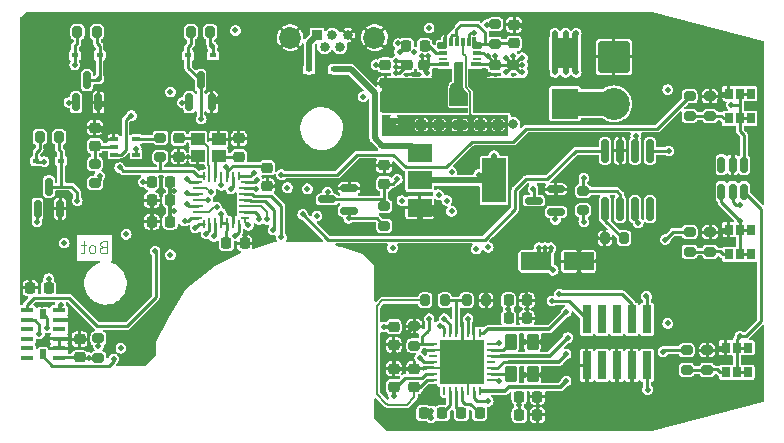
<source format=gbr>
%TF.GenerationSoftware,KiCad,Pcbnew,(6.0.9)*%
%TF.CreationDate,2022-12-25T13:15:50+01:00*%
%TF.ProjectId,votoco,766f746f-636f-42e6-9b69-6361645f7063,rev?*%
%TF.SameCoordinates,Original*%
%TF.FileFunction,Copper,L4,Bot*%
%TF.FilePolarity,Positive*%
%FSLAX46Y46*%
G04 Gerber Fmt 4.6, Leading zero omitted, Abs format (unit mm)*
G04 Created by KiCad (PCBNEW (6.0.9)) date 2022-12-25 13:15:50*
%MOMM*%
%LPD*%
G01*
G04 APERTURE LIST*
G04 Aperture macros list*
%AMRoundRect*
0 Rectangle with rounded corners*
0 $1 Rounding radius*
0 $2 $3 $4 $5 $6 $7 $8 $9 X,Y pos of 4 corners*
0 Add a 4 corners polygon primitive as box body*
4,1,4,$2,$3,$4,$5,$6,$7,$8,$9,$2,$3,0*
0 Add four circle primitives for the rounded corners*
1,1,$1+$1,$2,$3*
1,1,$1+$1,$4,$5*
1,1,$1+$1,$6,$7*
1,1,$1+$1,$8,$9*
0 Add four rect primitives between the rounded corners*
20,1,$1+$1,$2,$3,$4,$5,0*
20,1,$1+$1,$4,$5,$6,$7,0*
20,1,$1+$1,$6,$7,$8,$9,0*
20,1,$1+$1,$8,$9,$2,$3,0*%
%AMFreePoly0*
4,1,14,0.364320,0.111820,0.377500,0.080000,0.377501,0.053640,0.364318,0.021819,0.230680,-0.111820,0.198860,-0.125000,-0.332500,-0.125000,-0.364320,-0.111820,-0.377500,-0.080000,-0.377500,0.080000,-0.364320,0.111820,-0.332500,0.125000,0.332500,0.125000,0.364320,0.111820,0.364320,0.111820,$1*%
%AMFreePoly1*
4,1,14,0.230680,0.111820,0.364320,-0.021821,0.377500,-0.053642,0.377500,-0.080000,0.364320,-0.111820,0.332500,-0.125000,-0.332500,-0.125000,-0.364320,-0.111820,-0.377500,-0.080000,-0.377500,0.080000,-0.364320,0.111820,-0.332500,0.125000,0.198860,0.125000,0.230680,0.111820,0.230680,0.111820,$1*%
%AMFreePoly2*
4,1,14,0.111820,0.364320,0.125000,0.332500,0.125000,-0.332500,0.111820,-0.364320,0.080000,-0.377500,0.053640,-0.377501,0.021819,-0.364318,-0.111820,-0.230680,-0.125000,-0.198860,-0.125000,0.332500,-0.111820,0.364320,-0.080000,0.377500,0.080000,0.377500,0.111820,0.364320,0.111820,0.364320,$1*%
%AMFreePoly3*
4,1,14,0.111820,0.364320,0.125000,0.332500,0.125001,-0.198860,0.111818,-0.230681,-0.021820,-0.364320,-0.053640,-0.377500,-0.080000,-0.377500,-0.111820,-0.364320,-0.125000,-0.332500,-0.125000,0.332500,-0.111820,0.364320,-0.080000,0.377500,0.080000,0.377500,0.111820,0.364320,0.111820,0.364320,$1*%
%AMFreePoly4*
4,1,15,-0.198858,0.125000,0.332500,0.125000,0.364320,0.111820,0.377500,0.080000,0.377500,-0.080000,0.364320,-0.111820,0.332500,-0.125000,-0.332500,-0.125000,-0.364320,-0.111820,-0.377500,-0.080000,-0.377500,-0.053640,-0.364320,-0.021820,-0.230680,0.111820,-0.198860,0.125001,-0.198858,0.125000,-0.198858,0.125000,$1*%
%AMFreePoly5*
4,1,14,0.364320,0.111820,0.377500,0.080000,0.377500,-0.080000,0.364320,-0.111820,0.332500,-0.125000,-0.198860,-0.125001,-0.230681,-0.111818,-0.364320,0.021820,-0.377500,0.053640,-0.377500,0.080000,-0.364320,0.111820,-0.332500,0.125000,0.332500,0.125000,0.364320,0.111820,0.364320,0.111820,$1*%
%AMFreePoly6*
4,1,14,-0.021820,0.364320,0.111820,0.230679,0.125000,0.198858,0.125000,-0.332500,0.111820,-0.364320,0.080000,-0.377500,-0.080000,-0.377500,-0.111820,-0.364320,-0.125000,-0.332500,-0.125000,0.332500,-0.111820,0.364320,-0.080000,0.377500,-0.053640,0.377500,-0.021820,0.364320,-0.021820,0.364320,$1*%
%AMFreePoly7*
4,1,15,0.053642,0.377500,0.080000,0.377500,0.111820,0.364320,0.125000,0.332500,0.125000,-0.332500,0.111820,-0.364320,0.080000,-0.377500,-0.080000,-0.377500,-0.111820,-0.364320,-0.125000,-0.332500,-0.125000,0.198860,-0.111820,0.230680,0.021820,0.364320,0.053640,0.377501,0.053642,0.377500,0.053642,0.377500,$1*%
%AMFreePoly8*
4,1,18,-0.039645,0.622355,-0.025000,0.587000,-0.025000,0.187000,0.350000,0.187000,0.385355,0.172355,0.400000,0.137000,0.400000,-0.113000,0.385355,-0.148355,0.350000,-0.163000,-0.487500,-0.163000,-0.522855,-0.148355,-0.560355,-0.110855,-0.575000,-0.075500,-0.575000,0.587000,-0.560355,0.622355,-0.525000,0.637000,-0.075000,0.637000,-0.039645,0.622355,-0.039645,0.622355,$1*%
%AMFreePoly9*
4,1,18,0.385355,0.148355,0.400000,0.113000,0.400000,-0.137000,0.385355,-0.172355,0.350000,-0.187000,-0.025000,-0.187000,-0.025000,-0.587000,-0.039645,-0.622355,-0.075000,-0.637000,-0.525000,-0.637000,-0.560355,-0.622355,-0.575000,-0.587000,-0.575000,0.075500,-0.560355,0.110855,-0.522855,0.148355,-0.487500,0.163000,0.350000,0.163000,0.385355,0.148355,0.385355,0.148355,$1*%
G04 Aperture macros list end*
%ADD10C,0.100000*%
%TA.AperFunction,NonConductor*%
%ADD11C,0.100000*%
%TD*%
%TA.AperFunction,ComponentPad*%
%ADD12R,0.840000X0.840000*%
%TD*%
%TA.AperFunction,ComponentPad*%
%ADD13C,0.840000*%
%TD*%
%TA.AperFunction,ComponentPad*%
%ADD14C,1.850000*%
%TD*%
%TA.AperFunction,ComponentPad*%
%ADD15RoundRect,0.250001X-1.099999X1.099999X-1.099999X-1.099999X1.099999X-1.099999X1.099999X1.099999X0*%
%TD*%
%TA.AperFunction,ComponentPad*%
%ADD16C,2.700000*%
%TD*%
%TA.AperFunction,SMDPad,CuDef*%
%ADD17RoundRect,0.200000X-0.200000X-0.275000X0.200000X-0.275000X0.200000X0.275000X-0.200000X0.275000X0*%
%TD*%
%TA.AperFunction,SMDPad,CuDef*%
%ADD18R,2.300000X2.500000*%
%TD*%
%TA.AperFunction,SMDPad,CuDef*%
%ADD19R,0.650000X0.400000*%
%TD*%
%TA.AperFunction,SMDPad,CuDef*%
%ADD20R,0.740000X2.400000*%
%TD*%
%TA.AperFunction,SMDPad,CuDef*%
%ADD21RoundRect,0.200000X0.200000X0.275000X-0.200000X0.275000X-0.200000X-0.275000X0.200000X-0.275000X0*%
%TD*%
%TA.AperFunction,SMDPad,CuDef*%
%ADD22RoundRect,0.225000X0.250000X-0.225000X0.250000X0.225000X-0.250000X0.225000X-0.250000X-0.225000X0*%
%TD*%
%TA.AperFunction,SMDPad,CuDef*%
%ADD23RoundRect,0.218750X0.381250X-0.218750X0.381250X0.218750X-0.381250X0.218750X-0.381250X-0.218750X0*%
%TD*%
%TA.AperFunction,SMDPad,CuDef*%
%ADD24RoundRect,0.250000X-1.050000X-0.550000X1.050000X-0.550000X1.050000X0.550000X-1.050000X0.550000X0*%
%TD*%
%TA.AperFunction,SMDPad,CuDef*%
%ADD25R,1.117800X0.449200*%
%TD*%
%TA.AperFunction,SMDPad,CuDef*%
%ADD26R,0.500000X0.813000*%
%TD*%
%TA.AperFunction,SMDPad,CuDef*%
%ADD27RoundRect,0.225000X-0.225000X-0.250000X0.225000X-0.250000X0.225000X0.250000X-0.225000X0.250000X0*%
%TD*%
%TA.AperFunction,SMDPad,CuDef*%
%ADD28RoundRect,0.150000X0.150000X-0.587500X0.150000X0.587500X-0.150000X0.587500X-0.150000X-0.587500X0*%
%TD*%
%TA.AperFunction,SMDPad,CuDef*%
%ADD29RoundRect,0.200000X0.275000X-0.200000X0.275000X0.200000X-0.275000X0.200000X-0.275000X-0.200000X0*%
%TD*%
%TA.AperFunction,SMDPad,CuDef*%
%ADD30FreePoly0,270.000000*%
%TD*%
%TA.AperFunction,SMDPad,CuDef*%
%ADD31RoundRect,0.062500X-0.062500X0.375000X-0.062500X-0.375000X0.062500X-0.375000X0.062500X0.375000X0*%
%TD*%
%TA.AperFunction,SMDPad,CuDef*%
%ADD32FreePoly1,270.000000*%
%TD*%
%TA.AperFunction,SMDPad,CuDef*%
%ADD33FreePoly2,270.000000*%
%TD*%
%TA.AperFunction,SMDPad,CuDef*%
%ADD34RoundRect,0.062500X-0.375000X0.062500X-0.375000X-0.062500X0.375000X-0.062500X0.375000X0.062500X0*%
%TD*%
%TA.AperFunction,SMDPad,CuDef*%
%ADD35FreePoly3,270.000000*%
%TD*%
%TA.AperFunction,SMDPad,CuDef*%
%ADD36FreePoly4,270.000000*%
%TD*%
%TA.AperFunction,SMDPad,CuDef*%
%ADD37FreePoly5,270.000000*%
%TD*%
%TA.AperFunction,SMDPad,CuDef*%
%ADD38FreePoly6,270.000000*%
%TD*%
%TA.AperFunction,SMDPad,CuDef*%
%ADD39FreePoly7,270.000000*%
%TD*%
%TA.AperFunction,SMDPad,CuDef*%
%ADD40RoundRect,0.225000X0.225000X0.250000X-0.225000X0.250000X-0.225000X-0.250000X0.225000X-0.250000X0*%
%TD*%
%TA.AperFunction,SMDPad,CuDef*%
%ADD41RoundRect,0.225000X-0.250000X0.225000X-0.250000X-0.225000X0.250000X-0.225000X0.250000X0.225000X0*%
%TD*%
%TA.AperFunction,SMDPad,CuDef*%
%ADD42R,0.600000X0.450000*%
%TD*%
%TA.AperFunction,SMDPad,CuDef*%
%ADD43RoundRect,0.200000X-0.275000X0.200000X-0.275000X-0.200000X0.275000X-0.200000X0.275000X0.200000X0*%
%TD*%
%TA.AperFunction,SMDPad,CuDef*%
%ADD44R,0.725000X0.300000*%
%TD*%
%TA.AperFunction,SMDPad,CuDef*%
%ADD45R,0.700000X0.250000*%
%TD*%
%TA.AperFunction,SMDPad,CuDef*%
%ADD46R,0.850000X0.300000*%
%TD*%
%TA.AperFunction,SMDPad,CuDef*%
%ADD47R,0.550000X0.975000*%
%TD*%
%TA.AperFunction,SMDPad,CuDef*%
%ADD48R,0.250012X1.410005*%
%TD*%
%TA.AperFunction,SMDPad,CuDef*%
%ADD49FreePoly8,90.000000*%
%TD*%
%TA.AperFunction,SMDPad,CuDef*%
%ADD50R,0.300000X0.725000*%
%TD*%
%TA.AperFunction,SMDPad,CuDef*%
%ADD51FreePoly9,90.000000*%
%TD*%
%TA.AperFunction,SMDPad,CuDef*%
%ADD52R,0.700000X0.900000*%
%TD*%
%TA.AperFunction,SMDPad,CuDef*%
%ADD53R,0.254000X0.762000*%
%TD*%
%TA.AperFunction,SMDPad,CuDef*%
%ADD54R,0.762000X0.254000*%
%TD*%
%TA.AperFunction,ComponentPad*%
%ADD55C,0.500000*%
%TD*%
%TA.AperFunction,SMDPad,CuDef*%
%ADD56R,3.800000X3.800000*%
%TD*%
%TA.AperFunction,SMDPad,CuDef*%
%ADD57RoundRect,0.218750X-0.218750X-0.256250X0.218750X-0.256250X0.218750X0.256250X-0.218750X0.256250X0*%
%TD*%
%TA.AperFunction,SMDPad,CuDef*%
%ADD58RoundRect,0.150000X0.587500X0.150000X-0.587500X0.150000X-0.587500X-0.150000X0.587500X-0.150000X0*%
%TD*%
%TA.AperFunction,SMDPad,CuDef*%
%ADD59R,0.450000X0.600000*%
%TD*%
%TA.AperFunction,SMDPad,CuDef*%
%ADD60R,2.000000X1.500000*%
%TD*%
%TA.AperFunction,SMDPad,CuDef*%
%ADD61R,2.000000X3.800000*%
%TD*%
%TA.AperFunction,SMDPad,CuDef*%
%ADD62RoundRect,0.250000X0.262500X0.450000X-0.262500X0.450000X-0.262500X-0.450000X0.262500X-0.450000X0*%
%TD*%
%TA.AperFunction,SMDPad,CuDef*%
%ADD63RoundRect,0.150000X-0.150000X0.512500X-0.150000X-0.512500X0.150000X-0.512500X0.150000X0.512500X0*%
%TD*%
%TA.AperFunction,SMDPad,CuDef*%
%ADD64RoundRect,0.150000X-0.150000X0.825000X-0.150000X-0.825000X0.150000X-0.825000X0.150000X0.825000X0*%
%TD*%
%TA.AperFunction,SMDPad,CuDef*%
%ADD65R,1.150000X1.000000*%
%TD*%
%TA.AperFunction,ViaPad*%
%ADD66C,0.500000*%
%TD*%
%TA.AperFunction,ViaPad*%
%ADD67C,0.800000*%
%TD*%
%TA.AperFunction,Conductor*%
%ADD68C,0.150000*%
%TD*%
%TA.AperFunction,Conductor*%
%ADD69C,0.250000*%
%TD*%
%TA.AperFunction,Conductor*%
%ADD70C,0.300000*%
%TD*%
%TA.AperFunction,Conductor*%
%ADD71C,0.200000*%
%TD*%
%TA.AperFunction,Conductor*%
%ADD72C,0.500000*%
%TD*%
%TA.AperFunction,Conductor*%
%ADD73C,1.000000*%
%TD*%
%TA.AperFunction,Conductor*%
%ADD74C,2.000000*%
%TD*%
G04 APERTURE END LIST*
D10*
D11*
X107566666Y-83928571D02*
X107423809Y-83976190D01*
X107376190Y-84023809D01*
X107328571Y-84119047D01*
X107328571Y-84261904D01*
X107376190Y-84357142D01*
X107423809Y-84404761D01*
X107519047Y-84452380D01*
X107900000Y-84452380D01*
X107900000Y-83452380D01*
X107566666Y-83452380D01*
X107471428Y-83500000D01*
X107423809Y-83547619D01*
X107376190Y-83642857D01*
X107376190Y-83738095D01*
X107423809Y-83833333D01*
X107471428Y-83880952D01*
X107566666Y-83928571D01*
X107900000Y-83928571D01*
X106757142Y-84452380D02*
X106852380Y-84404761D01*
X106900000Y-84357142D01*
X106947619Y-84261904D01*
X106947619Y-83976190D01*
X106900000Y-83880952D01*
X106852380Y-83833333D01*
X106757142Y-83785714D01*
X106614285Y-83785714D01*
X106519047Y-83833333D01*
X106471428Y-83880952D01*
X106423809Y-83976190D01*
X106423809Y-84261904D01*
X106471428Y-84357142D01*
X106519047Y-84404761D01*
X106614285Y-84452380D01*
X106757142Y-84452380D01*
X106138095Y-83785714D02*
X105757142Y-83785714D01*
X105995238Y-83452380D02*
X105995238Y-84309523D01*
X105947619Y-84404761D01*
X105852380Y-84452380D01*
X105757142Y-84452380D01*
D12*
%TO.P,J9,1,VBUS*%
%TO.N,Net-(D10-Pad2)*%
X125700000Y-65980000D03*
D13*
%TO.P,J9,2,D-*%
%TO.N,USBN*%
X126350000Y-66980000D03*
%TO.P,J9,3,D+*%
%TO.N,USBP{slash}CANTX*%
X127000000Y-65980000D03*
%TO.P,J9,4,ID*%
%TO.N,unconnected-(J9-Pad4)*%
X127650000Y-66980000D03*
%TO.P,J9,5,GND*%
%TO.N,GND*%
X128300000Y-65980000D03*
D14*
%TO.P,J9,6,Shield*%
X123425000Y-66200000D03*
X130575000Y-66200000D03*
%TD*%
D15*
%TO.P,J7,1,Pin_1*%
%TO.N,GND*%
X150850000Y-67842500D03*
D16*
%TO.P,J7,2,Pin_2*%
%TO.N,Net-(D8-Pad2)*%
X150850000Y-71802500D03*
%TD*%
D17*
%TO.P,R12,1*%
%TO.N,Net-(D3-Pad1)*%
X102225000Y-74600000D03*
%TO.P,R12,2*%
%TO.N,DI1*%
X103875000Y-74600000D03*
%TD*%
D18*
%TO.P,D8,1,K*%
%TO.N,+24V*%
X146700000Y-67492500D03*
%TO.P,D8,2,A*%
%TO.N,Net-(D8-Pad2)*%
X146700000Y-71792500D03*
%TD*%
D19*
%TO.P,U4,1*%
%TO.N,Net-(U1-Pad4)*%
X108500000Y-76100000D03*
%TO.P,U4,2*%
%TO.N,Net-(C9-Pad1)*%
X108500000Y-75450000D03*
%TO.P,U4,3,GND*%
%TO.N,GND*%
X108500000Y-74800000D03*
%TO.P,U4,4*%
%TO.N,Net-(R3-Pad2)*%
X110400000Y-74800000D03*
%TO.P,U4,5,VCC*%
%TO.N,+3V3*%
X110400000Y-76100000D03*
%TD*%
D20*
%TO.P,J3,1,Pin_1*%
%TO.N,+3V3*%
X153640000Y-93950000D03*
%TO.P,J3,2,Pin_2*%
%TO.N,SWDIO{slash}DI2*%
X153640000Y-90050000D03*
%TO.P,J3,3,Pin_3*%
%TO.N,GND*%
X152370000Y-93950000D03*
%TO.P,J3,4,Pin_4*%
%TO.N,SWCLK*%
X152370000Y-90050000D03*
%TO.P,J3,5,Pin_5*%
%TO.N,GND*%
X151100000Y-93950000D03*
%TO.P,J3,6,Pin_6*%
%TO.N,unconnected-(J3-Pad6)*%
X151100000Y-90050000D03*
%TO.P,J3,7,Pin_7*%
%TO.N,unconnected-(J3-Pad7)*%
X149830000Y-93950000D03*
%TO.P,J3,8,Pin_8*%
%TO.N,unconnected-(J3-Pad8)*%
X149830000Y-90050000D03*
%TO.P,J3,9,Pin_9*%
%TO.N,GND*%
X148560000Y-93950000D03*
%TO.P,J3,10,Pin_10*%
%TO.N,NRESET*%
X148560000Y-90050000D03*
%TD*%
D21*
%TO.P,R11,1*%
%TO.N,Net-(D1-Pad1)*%
X116675000Y-65700000D03*
%TO.P,R11,2*%
%TO.N,DI0*%
X115025000Y-65700000D03*
%TD*%
D22*
%TO.P,C23,1*%
%TO.N,GND*%
X142300000Y-70075000D03*
%TO.P,C23,2*%
%TO.N,+24V*%
X142300000Y-68525000D03*
%TD*%
D17*
%TO.P,R13,1*%
%TO.N,Net-(D5-Pad1)*%
X105425000Y-65700000D03*
%TO.P,R13,2*%
%TO.N,SWDIO{slash}DI2*%
X107075000Y-65700000D03*
%TD*%
D23*
%TO.P,L1,1,1*%
%TO.N,+5V*%
X137800000Y-73612500D03*
%TO.P,L1,2,2*%
%TO.N,Net-(C21-Pad1)*%
X137800000Y-71487500D03*
%TD*%
D24*
%TO.P,C16,1*%
%TO.N,+24V*%
X144250000Y-85150000D03*
%TO.P,C16,2*%
%TO.N,GND*%
X147850000Y-85150000D03*
%TD*%
D25*
%TO.P,U7,1,VDD_I/O*%
%TO.N,+3V3*%
X103870901Y-89299999D03*
%TO.P,U7,2,GND*%
%TO.N,GND*%
X103870901Y-90100000D03*
%TO.P,U7,3,RESERVED*%
%TO.N,unconnected-(U7-Pad3)*%
X103870901Y-90900001D03*
%TO.P,U7,4,GND*%
%TO.N,GND*%
X103870901Y-91699999D03*
%TO.P,U7,5,GND*%
X103870901Y-92500000D03*
%TO.P,U7,6,VS*%
%TO.N,+3V3*%
X103870901Y-93299999D03*
D26*
%TO.P,U7,7,\u002ACS*%
%TO.N,SPI_CS*%
X102500000Y-93018498D03*
D25*
%TO.P,U7,8,INT1*%
%TO.N,unconnected-(U7-Pad8)*%
X101129099Y-93300001D03*
%TO.P,U7,9,INT2*%
%TO.N,unconnected-(U7-Pad9)*%
X101129099Y-92500000D03*
%TO.P,U7,10,NC*%
%TO.N,unconnected-(U7-Pad10)*%
X101129099Y-91699999D03*
%TO.P,U7,11,RESERVED*%
%TO.N,unconnected-(U7-Pad11)*%
X101129099Y-90900001D03*
%TO.P,U7,12,SDO/ALT_ADDRESS*%
%TO.N,SPI_RX*%
X101129099Y-90100000D03*
%TO.P,U7,13,SDA/SDI/SDIO*%
%TO.N,SPI_TX*%
X101129099Y-89300001D03*
D26*
%TO.P,U7,14,SCL/SCLK*%
%TO.N,SPI_CLK*%
X102500000Y-89581502D03*
%TD*%
D27*
%TO.P,C15,1*%
%TO.N,+24V*%
X141925000Y-88450000D03*
%TO.P,C15,2*%
%TO.N,GND*%
X143475000Y-88450000D03*
%TD*%
D28*
%TO.P,D2,1*%
%TO.N,GND*%
X116800000Y-71687500D03*
%TO.P,D2,2*%
%TO.N,+3V3*%
X114900000Y-71687500D03*
%TO.P,D2,3*%
%TO.N,DI0*%
X115850000Y-69812500D03*
%TD*%
D29*
%TO.P,R14,1*%
%TO.N,Net-(C30-Pad1)*%
X140800000Y-66725000D03*
%TO.P,R14,2*%
%TO.N,Net-(R14-Pad2)*%
X140800000Y-65075000D03*
%TD*%
D22*
%TO.P,C1,1*%
%TO.N,GND*%
X114000000Y-76275000D03*
%TO.P,C1,2*%
%TO.N,Net-(C1-Pad2)*%
X114000000Y-74725000D03*
%TD*%
D30*
%TO.P,U3,1,PB8*%
%TO.N,Net-(R3-Pad1)*%
X116100000Y-77952500D03*
D31*
%TO.P,U3,2,PF0*%
%TO.N,Net-(C1-Pad2)*%
X116600000Y-78012500D03*
%TO.P,U3,3,PF1*%
%TO.N,Net-(C2-Pad2)*%
X117100000Y-78012500D03*
%TO.P,U3,4,NRST*%
%TO.N,NRESET*%
X117600000Y-78012500D03*
%TO.P,U3,5,VDDA*%
%TO.N,Net-(C10-Pad1)*%
X118100000Y-78012500D03*
%TO.P,U3,6,PA0*%
%TO.N,AIN0*%
X118600000Y-78012500D03*
D32*
%TO.P,U3,7,PA1*%
%TO.N,STEP*%
X119100000Y-77952500D03*
D33*
%TO.P,U3,8,PA2*%
%TO.N,DI0*%
X119597500Y-78450000D03*
D34*
%TO.P,U3,9,PA3*%
%TO.N,DIAG*%
X119537500Y-78950000D03*
%TO.P,U3,10,PA4*%
%TO.N,SPI_CS*%
X119537500Y-79450000D03*
%TO.P,U3,11,PA5*%
%TO.N,SPI_CLK*%
X119537500Y-79950000D03*
%TO.P,U3,12,PA6*%
%TO.N,SPI_RX*%
X119537500Y-80450000D03*
%TO.P,U3,13,PA7*%
%TO.N,SPI_TX*%
X119537500Y-80950000D03*
D35*
%TO.P,U3,14,PB0*%
%TO.N,DIR*%
X119597500Y-81450000D03*
D36*
%TO.P,U3,15,PB1*%
%TO.N,DI1*%
X119100000Y-81947500D03*
D31*
%TO.P,U3,16,VSSA*%
%TO.N,GND*%
X118600000Y-81887500D03*
%TO.P,U3,17,VDD*%
%TO.N,Net-(C10-Pad1)*%
X118100000Y-81887500D03*
%TO.P,U3,18,VDDIO2*%
X117600000Y-81887500D03*
%TO.P,U3,19,PA9/PA11*%
%TO.N,USBN*%
X117100000Y-81887500D03*
%TO.P,U3,20,PA10/PA12*%
%TO.N,USBP{slash}CANTX*%
X116600000Y-81887500D03*
D37*
%TO.P,U3,21,PA13*%
%TO.N,SWDIO{slash}DI2*%
X116100000Y-81947500D03*
D38*
%TO.P,U3,22,PA14*%
%TO.N,SWCLK*%
X115602500Y-81450000D03*
D34*
%TO.P,U3,23,PA15*%
%TO.N,BLOUT*%
X115662500Y-80950000D03*
%TO.P,U3,24,PB3*%
%TO.N,ENN*%
X115662500Y-80450000D03*
%TO.P,U3,25,PB4*%
%TO.N,DO0*%
X115662500Y-79950000D03*
%TO.P,U3,26,PB5*%
%TO.N,DO1*%
X115662500Y-79450000D03*
%TO.P,U3,27,PB6*%
%TO.N,UARTTX*%
X115662500Y-78950000D03*
D39*
%TO.P,U3,28,PB7*%
%TO.N,DO2*%
X115602500Y-78450000D03*
%TD*%
D22*
%TO.P,C26,1*%
%TO.N,GND*%
X133300000Y-70075000D03*
%TO.P,C26,2*%
%TO.N,+24V*%
X133300000Y-68525000D03*
%TD*%
D40*
%TO.P,C27,1*%
%TO.N,+3V3*%
X102975000Y-87400000D03*
%TO.P,C27,2*%
%TO.N,GND*%
X101425000Y-87400000D03*
%TD*%
D41*
%TO.P,C2,1*%
%TO.N,GND*%
X119100000Y-74725000D03*
%TO.P,C2,2*%
%TO.N,Net-(C2-Pad2)*%
X119100000Y-76275000D03*
%TD*%
D29*
%TO.P,R3,1*%
%TO.N,Net-(R3-Pad1)*%
X112450000Y-76325000D03*
%TO.P,R3,2*%
%TO.N,Net-(R3-Pad2)*%
X112450000Y-74675000D03*
%TD*%
D42*
%TO.P,D5,1,K*%
%TO.N,Net-(D5-Pad1)*%
X105200000Y-67700000D03*
%TO.P,D5,2,A*%
%TO.N,SWDIO{slash}DI2*%
X107300000Y-67700000D03*
%TD*%
D41*
%TO.P,C17,1*%
%TO.N,GND*%
X132200000Y-94225000D03*
%TO.P,C17,2*%
%TO.N,+3V3*%
X132200000Y-95775000D03*
%TD*%
D43*
%TO.P,R6,1*%
%TO.N,Net-(C9-Pad1)*%
X106900000Y-76875000D03*
%TO.P,R6,2*%
%TO.N,+3V3*%
X106900000Y-78525000D03*
%TD*%
D41*
%TO.P,C29,1*%
%TO.N,+3V3*%
X132200000Y-90675000D03*
%TO.P,C29,2*%
%TO.N,GND*%
X132200000Y-92225000D03*
%TD*%
D22*
%TO.P,C19,1*%
%TO.N,+5V*%
X136050000Y-73575000D03*
%TO.P,C19,2*%
%TO.N,GND*%
X136050000Y-72025000D03*
%TD*%
D41*
%TO.P,C6,1*%
%TO.N,+3V3*%
X131500000Y-68525000D03*
%TO.P,C6,2*%
%TO.N,GND*%
X131500000Y-70075000D03*
%TD*%
D44*
%TO.P,U5,1,EN*%
%TO.N,+24V*%
X139237500Y-67475874D03*
D45*
%TO.P,U5,2,NC*%
%TO.N,unconnected-(U5-Pad2)*%
X139249500Y-67976000D03*
D46*
%TO.P,U5,3,SUP*%
%TO.N,+24V*%
X139174500Y-68476126D03*
D47*
%TO.P,U5,4,PGND*%
%TO.N,GND*%
X138900000Y-69362500D03*
D48*
%TO.P,U5,5,LX*%
%TO.N,Net-(C21-Pad1)*%
X137800000Y-69144500D03*
D47*
%TO.P,U5,6,PGND*%
%TO.N,GND*%
X136700000Y-69362500D03*
D46*
%TO.P,U5,7,SUP*%
%TO.N,+24V*%
X136425500Y-68476126D03*
D45*
%TO.P,U5,8,NC*%
%TO.N,unconnected-(U5-Pad8)*%
X136350500Y-67976000D03*
D44*
%TO.P,U5,9,BST*%
%TO.N,Net-(C21-Pad2)*%
X136362500Y-67475874D03*
D49*
%TO.P,U5,10,GND*%
%TO.N,GND*%
X136586685Y-66600500D03*
D50*
%TO.P,U5,11,BIAS*%
%TO.N,Net-(C30-Pad1)*%
X137049811Y-66612500D03*
%TO.P,U5,12,SPS*%
X137549937Y-66612500D03*
%TO.P,U5,13,FBOUT*%
%TO.N,+5V*%
X138050063Y-66612500D03*
%TO.P,U5,14,PGOOD*%
%TO.N,Net-(R14-Pad2)*%
X138550189Y-66612500D03*
D51*
%TO.P,U5,15,SYNC*%
%TO.N,Net-(C30-Pad1)*%
X139013315Y-66600500D03*
%TD*%
D52*
%TO.P,Q1,1,D*%
%TO.N,Net-(DA1-Pad3)*%
X162450000Y-73050000D03*
%TO.P,Q1,2,D*%
X161500000Y-73050000D03*
%TO.P,Q1,3,G*%
%TO.N,Net-(Q1-Pad3)*%
X160550000Y-73050000D03*
%TO.P,Q1,4,S*%
%TO.N,GND*%
X160550000Y-70950000D03*
%TO.P,Q1,5,D*%
%TO.N,Net-(DA1-Pad3)*%
X161500000Y-70950000D03*
%TO.P,Q1,6,D*%
X162450000Y-70950000D03*
%TD*%
D27*
%TO.P,C13,1*%
%TO.N,+24V*%
X141925000Y-89950000D03*
%TO.P,C13,2*%
%TO.N,GND*%
X143475000Y-89950000D03*
%TD*%
D52*
%TO.P,Q2,1,D*%
%TO.N,Net-(DA1-Pad6)*%
X162450000Y-84550000D03*
%TO.P,Q2,2,D*%
X161500000Y-84550000D03*
%TO.P,Q2,3,G*%
%TO.N,Net-(Q2-Pad3)*%
X160550000Y-84550000D03*
%TO.P,Q2,4,S*%
%TO.N,GND*%
X160550000Y-82450000D03*
%TO.P,Q2,5,D*%
%TO.N,Net-(DA1-Pad6)*%
X161500000Y-82450000D03*
%TO.P,Q2,6,D*%
X162450000Y-82450000D03*
%TD*%
D22*
%TO.P,C31,1*%
%TO.N,AIN0*%
X131400000Y-78575000D03*
%TO.P,C31,2*%
%TO.N,GND*%
X131400000Y-77025000D03*
%TD*%
D29*
%TO.P,R16,1*%
%TO.N,Net-(Q3-Pad3)*%
X157000000Y-94325000D03*
%TO.P,R16,2*%
%TO.N,DO2*%
X157000000Y-92675000D03*
%TD*%
D41*
%TO.P,C22,1*%
%TO.N,GND*%
X141050000Y-72025000D03*
%TO.P,C22,2*%
%TO.N,+5V*%
X141050000Y-73575000D03*
%TD*%
D40*
%TO.P,C7,1*%
%TO.N,Net-(C10-Pad1)*%
X113275000Y-79960000D03*
%TO.P,C7,2*%
%TO.N,GND*%
X111725000Y-79960000D03*
%TD*%
D21*
%TO.P,R5,1*%
%TO.N,Net-(R5-Pad1)*%
X151725000Y-83200000D03*
%TO.P,R5,2*%
%TO.N,GND*%
X150075000Y-83200000D03*
%TD*%
D22*
%TO.P,C25,1*%
%TO.N,+3V3*%
X105600000Y-93275000D03*
%TO.P,C25,2*%
%TO.N,GND*%
X105600000Y-91725000D03*
%TD*%
D29*
%TO.P,R18,1*%
%TO.N,Net-(Q2-Pad3)*%
X157250000Y-84325000D03*
%TO.P,R18,2*%
%TO.N,DO1*%
X157250000Y-82675000D03*
%TD*%
%TO.P,R19,1*%
%TO.N,Net-(Q1-Pad3)*%
X159000000Y-72825000D03*
%TO.P,R19,2*%
%TO.N,GND*%
X159000000Y-71175000D03*
%TD*%
D43*
%TO.P,R1,1*%
%TO.N,Net-(J1-Pad1)*%
X148250000Y-79175000D03*
%TO.P,R1,2*%
%TO.N,Net-(J1-Pad2)*%
X148250000Y-80825000D03*
%TD*%
D42*
%TO.P,D3,1,K*%
%TO.N,Net-(D3-Pad1)*%
X101950000Y-76650000D03*
%TO.P,D3,2,A*%
%TO.N,DI1*%
X104050000Y-76650000D03*
%TD*%
D40*
%TO.P,C5,1*%
%TO.N,Net-(C5-Pad1)*%
X136300000Y-98000000D03*
%TO.P,C5,2*%
%TO.N,+24V*%
X134750000Y-98000000D03*
%TD*%
D53*
%TO.P,U2,1,OB2*%
%TO.N,OB2*%
X139490000Y-96095700D03*
%TO.P,U2,2,ENN*%
%TO.N,ENN*%
X138990001Y-96095700D03*
%TO.P,U2,3,GND*%
%TO.N,GND*%
X138489999Y-96095700D03*
%TO.P,U2,4,CPO*%
%TO.N,Net-(C4-Pad1)*%
X137990000Y-96095700D03*
%TO.P,U2,5,CPI*%
%TO.N,Net-(C4-Pad2)*%
X137490001Y-96095700D03*
%TO.P,U2,6,VCP*%
%TO.N,Net-(C5-Pad1)*%
X136989999Y-96095700D03*
%TO.P,U2,7,SPREAD*%
%TO.N,unconnected-(U2-Pad7)*%
X136490000Y-96095700D03*
D54*
%TO.P,U2,8,5VOUT*%
%TO.N,Net-(C3-Pad2)*%
X135564300Y-95170000D03*
%TO.P,U2,9,MS1_AD0*%
%TO.N,+3V3*%
X135564300Y-94670001D03*
%TO.P,U2,10,MS2_AD1*%
%TO.N,GND*%
X135564300Y-94169999D03*
%TO.P,U2,11,DIAG*%
%TO.N,DIAG*%
X135564300Y-93670000D03*
%TO.P,U2,12,INDEX*%
%TO.N,unconnected-(U2-Pad12)*%
X135564300Y-93170001D03*
%TO.P,U2,13,CLK*%
%TO.N,GND*%
X135564300Y-92669999D03*
%TO.P,U2,14,PDN_UART*%
%TO.N,UARTTX*%
X135564300Y-92170000D03*
D53*
%TO.P,U2,15,VCC_IO*%
%TO.N,+3V3*%
X136490000Y-91244300D03*
%TO.P,U2,16,STEP*%
%TO.N,STEP*%
X136989999Y-91244300D03*
%TO.P,U2,17,VREF*%
%TO.N,Net-(R10-Pad1)*%
X137490001Y-91244300D03*
%TO.P,U2,18,GND*%
%TO.N,GND*%
X137990000Y-91244300D03*
%TO.P,U2,19,DIR*%
%TO.N,DIR*%
X138489999Y-91244300D03*
%TO.P,U2,20,STDBY*%
%TO.N,GND*%
X138990001Y-91244300D03*
%TO.P,U2,21,OA2*%
%TO.N,OA2*%
X139490000Y-91244300D03*
D54*
%TO.P,U2,22,VS*%
%TO.N,+24V*%
X140415700Y-92170000D03*
%TO.P,U2,23,BRA*%
%TO.N,Net-(R8-Pad2)*%
X140415700Y-92669999D03*
%TO.P,U2,24,OA1*%
%TO.N,OA1*%
X140415700Y-93170001D03*
%TO.P,U2,25,NC*%
%TO.N,unconnected-(U2-Pad25)*%
X140415700Y-93670000D03*
%TO.P,U2,26,OB1*%
%TO.N,OB1*%
X140415700Y-94169999D03*
%TO.P,U2,27,BRB*%
%TO.N,Net-(R7-Pad2)*%
X140415700Y-94670001D03*
%TO.P,U2,28,VS*%
%TO.N,+24V*%
X140415700Y-95170000D03*
D55*
%TO.P,U2,29,EPAD*%
%TO.N,GND*%
X137340000Y-92370000D03*
X139290000Y-93020000D03*
X137990000Y-93670000D03*
D56*
X137990000Y-93670000D03*
D55*
X136690000Y-94320000D03*
X139290000Y-94320000D03*
X138640000Y-94970000D03*
X137990000Y-92370000D03*
X139290000Y-92370000D03*
X137340000Y-93020000D03*
X137990000Y-94970000D03*
X138640000Y-93020000D03*
X138640000Y-94320000D03*
X137990000Y-94370000D03*
X137340000Y-94320000D03*
X137340000Y-93653331D03*
X136690000Y-92370000D03*
X138640000Y-93670000D03*
X136690000Y-93670000D03*
X139290000Y-93670000D03*
X136690000Y-92970000D03*
X138640000Y-92370000D03*
X137990000Y-93020000D03*
X137340000Y-94970000D03*
X136690000Y-94970000D03*
X139290000Y-94970000D03*
%TD*%
D22*
%TO.P,C18,1*%
%TO.N,+5V*%
X139550000Y-73575000D03*
%TO.P,C18,2*%
%TO.N,GND*%
X139550000Y-72025000D03*
%TD*%
D57*
%TO.P,FB1,1*%
%TO.N,+3V3*%
X111712500Y-78460000D03*
%TO.P,FB1,2*%
%TO.N,Net-(C10-Pad1)*%
X113287500Y-78460000D03*
%TD*%
D27*
%TO.P,C8,1*%
%TO.N,Net-(C10-Pad1)*%
X118025000Y-83600000D03*
%TO.P,C8,2*%
%TO.N,GND*%
X119575000Y-83600000D03*
%TD*%
D40*
%TO.P,C12,1*%
%TO.N,Net-(C10-Pad1)*%
X113275000Y-81787500D03*
%TO.P,C12,2*%
%TO.N,GND*%
X111725000Y-81787500D03*
%TD*%
D22*
%TO.P,C30,1*%
%TO.N,Net-(C30-Pad1)*%
X142400000Y-66675000D03*
%TO.P,C30,2*%
%TO.N,GND*%
X142400000Y-65125000D03*
%TD*%
D27*
%TO.P,C21,1*%
%TO.N,Net-(C21-Pad1)*%
X133275000Y-66900000D03*
%TO.P,C21,2*%
%TO.N,Net-(C21-Pad2)*%
X134825000Y-66900000D03*
%TD*%
D22*
%TO.P,C24,1*%
%TO.N,GND*%
X140800000Y-70075000D03*
%TO.P,C24,2*%
%TO.N,+24V*%
X140800000Y-68525000D03*
%TD*%
D41*
%TO.P,C20,1*%
%TO.N,GND*%
X134550000Y-72025000D03*
%TO.P,C20,2*%
%TO.N,+5V*%
X134550000Y-73575000D03*
%TD*%
D58*
%TO.P,D12,1*%
%TO.N,GND*%
X128437500Y-78950000D03*
%TO.P,D12,2*%
%TO.N,+3V3*%
X128437500Y-80850000D03*
%TO.P,D12,3*%
%TO.N,AIN0*%
X126562500Y-79900000D03*
%TD*%
D59*
%TO.P,D9,1,K*%
%TO.N,Net-(D10-Pad1)*%
X132200000Y-75350000D03*
%TO.P,D9,2,A*%
%TO.N,+5V*%
X132200000Y-73250000D03*
%TD*%
D58*
%TO.P,D7,1*%
%TO.N,GND*%
X145937500Y-79050000D03*
%TO.P,D7,2*%
%TO.N,+3V3*%
X145937500Y-80950000D03*
%TO.P,D7,3*%
%TO.N,BLOUT*%
X144062500Y-80000000D03*
%TD*%
D60*
%TO.P,U6,1,GND*%
%TO.N,GND*%
X134400000Y-80600000D03*
%TO.P,U6,2,VO*%
%TO.N,+3V3*%
X134400000Y-78300000D03*
D61*
X140700000Y-78300000D03*
D60*
%TO.P,U6,3,VI*%
%TO.N,Net-(D10-Pad1)*%
X134400000Y-76000000D03*
%TD*%
D52*
%TO.P,Q3,1,D*%
%TO.N,Net-(DA1-Pad4)*%
X162200000Y-94550000D03*
%TO.P,Q3,2,D*%
X161250000Y-94550000D03*
%TO.P,Q3,3,G*%
%TO.N,Net-(Q3-Pad3)*%
X160300000Y-94550000D03*
%TO.P,Q3,4,S*%
%TO.N,GND*%
X160300000Y-92450000D03*
%TO.P,Q3,5,D*%
%TO.N,Net-(DA1-Pad4)*%
X161250000Y-92450000D03*
%TO.P,Q3,6,D*%
X162200000Y-92450000D03*
%TD*%
D43*
%TO.P,R2,1*%
%TO.N,NRESET*%
X107200000Y-91675000D03*
%TO.P,R2,2*%
%TO.N,+3V3*%
X107200000Y-93325000D03*
%TD*%
D62*
%TO.P,R8,1*%
%TO.N,GND*%
X143962500Y-91950000D03*
%TO.P,R8,2*%
%TO.N,Net-(R8-Pad2)*%
X142137500Y-91950000D03*
%TD*%
D63*
%TO.P,DA1,1*%
%TO.N,N/C*%
X159950000Y-76962500D03*
%TO.P,DA1,2*%
%TO.N,GND*%
X160900000Y-76962500D03*
%TO.P,DA1,3*%
%TO.N,Net-(DA1-Pad3)*%
X161850000Y-76962500D03*
%TO.P,DA1,4*%
%TO.N,Net-(DA1-Pad4)*%
X161850000Y-79237500D03*
%TO.P,DA1,5*%
%TO.N,+24V*%
X160900000Y-79237500D03*
%TO.P,DA1,6*%
%TO.N,Net-(DA1-Pad6)*%
X159950000Y-79237500D03*
%TD*%
D40*
%TO.P,C4,1*%
%TO.N,Net-(C4-Pad1)*%
X139475000Y-98000000D03*
%TO.P,C4,2*%
%TO.N,Net-(C4-Pad2)*%
X137925000Y-98000000D03*
%TD*%
D41*
%TO.P,C3,1*%
%TO.N,GND*%
X133950000Y-94225000D03*
%TO.P,C3,2*%
%TO.N,Net-(C3-Pad2)*%
X133950000Y-95775000D03*
%TD*%
D27*
%TO.P,C14,1*%
%TO.N,+24V*%
X142825000Y-96600000D03*
%TO.P,C14,2*%
%TO.N,GND*%
X144375000Y-96600000D03*
%TD*%
D17*
%TO.P,R10,1*%
%TO.N,Net-(R10-Pad1)*%
X138375000Y-88450000D03*
%TO.P,R10,2*%
%TO.N,GND*%
X140025000Y-88450000D03*
%TD*%
D64*
%TO.P,U1,1,D*%
%TO.N,USBP{slash}CANTX*%
X150095000Y-75775000D03*
%TO.P,U1,2,GND*%
%TO.N,GND*%
X151365000Y-75775000D03*
%TO.P,U1,3,VCC*%
%TO.N,+3V3*%
X152635000Y-75775000D03*
%TO.P,U1,4,R*%
%TO.N,Net-(U1-Pad4)*%
X153905000Y-75775000D03*
%TO.P,U1,5,Vref*%
%TO.N,unconnected-(U1-Pad5)*%
X153905000Y-80725000D03*
%TO.P,U1,6,CANL*%
%TO.N,Net-(J1-Pad2)*%
X152635000Y-80725000D03*
%TO.P,U1,7,CANH*%
%TO.N,Net-(J1-Pad1)*%
X151365000Y-80725000D03*
%TO.P,U1,8,Rs*%
%TO.N,Net-(R5-Pad1)*%
X150095000Y-80725000D03*
%TD*%
D29*
%TO.P,R20,1*%
%TO.N,Net-(Q2-Pad3)*%
X159000000Y-84325000D03*
%TO.P,R20,2*%
%TO.N,GND*%
X159000000Y-82675000D03*
%TD*%
D17*
%TO.P,R9,1*%
%TO.N,Net-(C3-Pad2)*%
X134875000Y-88450000D03*
%TO.P,R9,2*%
%TO.N,Net-(R10-Pad1)*%
X136525000Y-88450000D03*
%TD*%
D28*
%TO.P,D6,1*%
%TO.N,GND*%
X107200000Y-71687500D03*
%TO.P,D6,2*%
%TO.N,+3V3*%
X105300000Y-71687500D03*
%TO.P,D6,3*%
%TO.N,SWDIO{slash}DI2*%
X106250000Y-69812500D03*
%TD*%
D22*
%TO.P,C28,1*%
%TO.N,GND*%
X134800000Y-70075000D03*
%TO.P,C28,2*%
%TO.N,+24V*%
X134800000Y-68525000D03*
%TD*%
D62*
%TO.P,R7,1*%
%TO.N,GND*%
X143962500Y-94700000D03*
%TO.P,R7,2*%
%TO.N,Net-(R7-Pad2)*%
X142137500Y-94700000D03*
%TD*%
D29*
%TO.P,R22,1*%
%TO.N,+3V3*%
X131400000Y-82125000D03*
%TO.P,R22,2*%
%TO.N,AIN0*%
X131400000Y-80475000D03*
%TD*%
%TO.P,R21,1*%
%TO.N,Net-(Q3-Pad3)*%
X158750000Y-94325000D03*
%TO.P,R21,2*%
%TO.N,GND*%
X158750000Y-92675000D03*
%TD*%
D41*
%TO.P,C10,1*%
%TO.N,Net-(C10-Pad1)*%
X121500000Y-77225000D03*
%TO.P,C10,2*%
%TO.N,GND*%
X121500000Y-78775000D03*
%TD*%
D28*
%TO.P,D4,1*%
%TO.N,GND*%
X103950000Y-80687500D03*
%TO.P,D4,2*%
%TO.N,+3V3*%
X102050000Y-80687500D03*
%TO.P,D4,3*%
%TO.N,DI1*%
X103000000Y-78812500D03*
%TD*%
D43*
%TO.P,R4,1*%
%TO.N,GND*%
X133950000Y-90625000D03*
%TO.P,R4,2*%
%TO.N,UARTTX*%
X133950000Y-92275000D03*
%TD*%
D22*
%TO.P,C9,1*%
%TO.N,Net-(C9-Pad1)*%
X106900000Y-75375000D03*
%TO.P,C9,2*%
%TO.N,GND*%
X106900000Y-73825000D03*
%TD*%
D29*
%TO.P,R17,1*%
%TO.N,Net-(Q1-Pad3)*%
X157250000Y-72825000D03*
%TO.P,R17,2*%
%TO.N,DO0*%
X157250000Y-71175000D03*
%TD*%
D42*
%TO.P,D10,1,K*%
%TO.N,Net-(D10-Pad1)*%
X127150000Y-68900000D03*
%TO.P,D10,2,A*%
%TO.N,Net-(D10-Pad2)*%
X125050000Y-68900000D03*
%TD*%
%TO.P,D1,1,K*%
%TO.N,Net-(D1-Pad1)*%
X116900000Y-67700000D03*
%TO.P,D1,2,A*%
%TO.N,DI0*%
X114800000Y-67700000D03*
%TD*%
D65*
%TO.P,Y1,1,1*%
%TO.N,Net-(C1-Pad2)*%
X115625000Y-74800000D03*
%TO.P,Y1,2,2*%
%TO.N,GND*%
X117375000Y-74800000D03*
%TO.P,Y1,3,3*%
%TO.N,Net-(C2-Pad2)*%
X117375000Y-76200000D03*
%TO.P,Y1,4,4*%
%TO.N,GND*%
X115625000Y-76200000D03*
%TD*%
D27*
%TO.P,C11,1*%
%TO.N,+24V*%
X142825000Y-98150000D03*
%TO.P,C11,2*%
%TO.N,GND*%
X144375000Y-98150000D03*
%TD*%
D66*
%TO.N,BLOUT*%
X117200000Y-80550000D03*
%TO.N,SWDIO{slash}DI2*%
X109550000Y-82850000D03*
%TO.N,GND*%
X128500000Y-78300000D03*
X144650000Y-91950000D03*
X103900000Y-81800000D03*
X140000000Y-87700000D03*
X147900000Y-86150000D03*
X147850000Y-84150000D03*
X135600000Y-80600000D03*
X133100000Y-94250000D03*
X143300000Y-91950000D03*
X114200000Y-84587500D03*
X101400000Y-86600000D03*
X134400000Y-81500000D03*
X132200000Y-70700000D03*
X137200000Y-65000000D03*
X141900000Y-70700000D03*
X145950000Y-79600000D03*
X118300000Y-74800000D03*
X131600000Y-70700000D03*
X102100000Y-92200000D03*
X143500000Y-71100000D03*
X135400000Y-70700000D03*
X118500000Y-81100000D03*
X113200000Y-67500000D03*
X111700000Y-80800000D03*
X141150000Y-83700000D03*
X132200000Y-77000000D03*
X114800000Y-76300000D03*
X104800000Y-91700000D03*
X143300000Y-94750000D03*
X143000000Y-70100000D03*
X122200000Y-78800000D03*
X143100000Y-65200000D03*
X133400000Y-91200000D03*
X135600000Y-81100000D03*
X110750000Y-92600000D03*
X107800000Y-71900000D03*
X102400000Y-88800000D03*
X143000000Y-71600000D03*
X144400000Y-97400000D03*
X132200000Y-92900000D03*
X143500000Y-71600000D03*
X134900000Y-70800000D03*
X143500000Y-70100000D03*
X107800000Y-74400000D03*
X159900000Y-83400000D03*
X143500000Y-89200000D03*
X132200000Y-70100000D03*
X149400000Y-85150000D03*
X148600000Y-96100000D03*
X119600000Y-82900000D03*
X117400000Y-71300000D03*
X159600000Y-93400000D03*
X144650000Y-94750000D03*
X151400000Y-74500000D03*
X143000000Y-71100000D03*
X159800000Y-71500000D03*
X149450000Y-83200000D03*
X143500000Y-70600000D03*
X117600000Y-79650000D03*
X158800000Y-75800000D03*
X142500000Y-70700000D03*
X143000000Y-70600000D03*
%TO.N,+3V3*%
X135600000Y-78300000D03*
X102000000Y-81800000D03*
X135200000Y-65400000D03*
X111000000Y-78400000D03*
X107300000Y-77900000D03*
X113300000Y-84587500D03*
X103000000Y-86600000D03*
X145900000Y-81600000D03*
X137800000Y-78300000D03*
X152700000Y-74500000D03*
X130700000Y-68500000D03*
X131400000Y-90700000D03*
X132200000Y-96550000D03*
X114300000Y-71700000D03*
X104000000Y-88800000D03*
X128400000Y-81500000D03*
X110400000Y-75600000D03*
X136100000Y-90600000D03*
X139400000Y-77800000D03*
X106400000Y-93300000D03*
X140700000Y-76200000D03*
X104700000Y-71700000D03*
X153700000Y-96000000D03*
%TO.N,+24V*%
X143100000Y-67900000D03*
X141700000Y-67900000D03*
X143100000Y-69100000D03*
X141700000Y-69100000D03*
X155400000Y-90400000D03*
X132400000Y-68700000D03*
X144500000Y-84000000D03*
X143100000Y-68500000D03*
X145500000Y-84000000D03*
X132400000Y-68200000D03*
X147650000Y-69142500D03*
X142800000Y-97350000D03*
X132400000Y-69200000D03*
X145850000Y-69142500D03*
X135100000Y-67800000D03*
X146750000Y-69142500D03*
X135400000Y-97800000D03*
X141100000Y-95250000D03*
X146750000Y-65842500D03*
X118800000Y-65600000D03*
X135400000Y-98400000D03*
X141900000Y-89200000D03*
X141100000Y-92100000D03*
X155400000Y-70600000D03*
X147650000Y-65842500D03*
X161500000Y-80400000D03*
X135000000Y-69200000D03*
X145700000Y-85900000D03*
X145850000Y-65842500D03*
X142300000Y-67800000D03*
X140800000Y-67800000D03*
X134600000Y-67800000D03*
X140200000Y-67800000D03*
X145000000Y-84000000D03*
%TO.N,AIN0*%
X132500000Y-78200000D03*
X126600000Y-79300000D03*
X118400000Y-79000000D03*
%TO.N,BLOUT*%
X136700000Y-80000000D03*
X144000000Y-79000000D03*
%TO.N,DI0*%
X115900000Y-73100000D03*
X120629623Y-78285239D03*
%TO.N,DI1*%
X105400000Y-80000000D03*
X118800000Y-82959551D03*
%TO.N,+5V*%
X131600000Y-73200000D03*
D67*
X142300000Y-73500000D03*
D66*
%TO.N,OB2*%
X146800000Y-95300000D03*
%TO.N,OB1*%
X146800000Y-93000000D03*
%TO.N,OA1*%
X146950000Y-91600000D03*
%TO.N,OA2*%
X146800000Y-89450000D03*
%TO.N,SWDIO{slash}DI2*%
X115400000Y-82300000D03*
X140200000Y-83949500D03*
X129600000Y-71200000D03*
X113300000Y-70800000D03*
X107249500Y-69700000D03*
X153600000Y-88100000D03*
%TO.N,USBN*%
X116960678Y-83029801D03*
%TO.N,Net-(D1-Pad1)*%
X116850000Y-66950000D03*
%TO.N,Net-(J1-Pad1)*%
X148300000Y-78100000D03*
%TO.N,NRESET*%
X117600000Y-78700000D03*
X137100000Y-77600000D03*
X107200000Y-92300000D03*
X145600000Y-88500000D03*
X139200000Y-84100000D03*
%TO.N,SPI_CS*%
X108500000Y-93400000D03*
X122700000Y-83100000D03*
%TO.N,Net-(J1-Pad2)*%
X152900000Y-81900000D03*
X148300000Y-81800000D03*
%TO.N,DO2*%
X114700000Y-78200000D03*
X155000000Y-92800000D03*
%TO.N,DO0*%
X116450000Y-79950000D03*
X122700000Y-77800000D03*
%TO.N,DO1*%
X114700000Y-79400000D03*
X124900000Y-79000000D03*
X155200000Y-83300000D03*
X123200000Y-78900000D03*
X125700000Y-81300000D03*
%TO.N,Net-(DA1-Pad3)*%
X160800000Y-71900000D03*
%TO.N,UARTTX*%
X116700000Y-79300000D03*
X135200000Y-90000000D03*
X132900000Y-80000000D03*
%TO.N,SPI_CLK*%
X122000000Y-82500000D03*
X102862499Y-90749502D03*
%TO.N,ENN*%
X140200000Y-97000000D03*
X132100000Y-84000000D03*
X114700000Y-80300000D03*
%TO.N,SWCLK*%
X114500000Y-81725500D03*
X146200000Y-87900000D03*
%TO.N,SPI_RX*%
X121500000Y-81600000D03*
X109100000Y-92500000D03*
X102200000Y-91300000D03*
%TO.N,SPI_TX*%
X112000000Y-84300000D03*
X120800000Y-81600000D03*
%TO.N,USBP{slash}CANTX*%
X116300000Y-82800000D03*
X124497819Y-81169201D03*
%TO.N,Net-(C10-Pad1)*%
X113600000Y-80900000D03*
X113600000Y-79200000D03*
X117600000Y-81100000D03*
X118000000Y-77200000D03*
%TO.N,Net-(C21-Pad1)*%
X132600000Y-66700000D03*
X137200000Y-70300000D03*
X133900000Y-67400000D03*
X132700000Y-67400000D03*
%TO.N,DIAG*%
X120575639Y-79013719D03*
X134400000Y-93300000D03*
X136000000Y-79500000D03*
%TO.N,Net-(D3-Pad1)*%
X102600000Y-76700000D03*
%TO.N,STEP*%
X136500000Y-90000000D03*
X137100000Y-80900000D03*
X120400000Y-77624500D03*
%TO.N,DIR*%
X138500000Y-90000000D03*
X119900000Y-82100000D03*
%TO.N,Net-(D5-Pad1)*%
X105200000Y-68500000D03*
%TO.N,Net-(R3-Pad1)*%
X109000000Y-77200000D03*
X104300000Y-83600000D03*
%TO.N,Net-(U1-Pad4)*%
X110000000Y-72800000D03*
X155500000Y-75800000D03*
%TO.N,Net-(R14-Pad2)*%
X139000000Y-65800000D03*
X140100000Y-65100000D03*
%TO.N,Net-(DA1-Pad6)*%
X161500000Y-81700000D03*
%TO.N,Net-(DA1-Pad4)*%
X161500000Y-91500000D03*
%TD*%
D68*
%TO.N,BLOUT*%
X116775000Y-80725000D02*
X116550000Y-80950000D01*
X116775000Y-80725000D02*
X116950000Y-80550000D01*
X116950000Y-80550000D02*
X117200000Y-80550000D01*
X116550000Y-80950000D02*
X115662500Y-80950000D01*
%TO.N,SPI_RX*%
X121500000Y-80950000D02*
X121500000Y-81600000D01*
X121000000Y-80450000D02*
X121500000Y-80950000D01*
X119537500Y-80450000D02*
X121000000Y-80450000D01*
%TO.N,UARTTX*%
X116350000Y-78950000D02*
X116700000Y-79300000D01*
X115662500Y-78950000D02*
X116350000Y-78950000D01*
D69*
%TO.N,SPI_TX*%
X112050000Y-84350000D02*
X112000000Y-84300000D01*
X112050000Y-88200000D02*
X112050000Y-84350000D01*
X109650000Y-90600000D02*
X112050000Y-88200000D01*
X107050000Y-90600000D02*
X109650000Y-90600000D01*
X104700000Y-88250000D02*
X107050000Y-90600000D01*
X101708198Y-88250000D02*
X104700000Y-88250000D01*
X101129099Y-88829099D02*
X101708198Y-88250000D01*
X101129099Y-89300001D02*
X101129099Y-88829099D01*
D70*
%TO.N,GND*%
X132200000Y-92225000D02*
X132200000Y-92900000D01*
D69*
X116800000Y-71687500D02*
X117012500Y-71687500D01*
D71*
X138990001Y-92669999D02*
X137990000Y-93670000D01*
D69*
X152100000Y-96100000D02*
X152400000Y-95800000D01*
X128437500Y-78362500D02*
X128500000Y-78300000D01*
X147900000Y-85200000D02*
X147850000Y-85150000D01*
X143500000Y-89200000D02*
X143500000Y-89925000D01*
X148560000Y-96060000D02*
X148600000Y-96100000D01*
X147850000Y-84150000D02*
X147850000Y-85150000D01*
X107900000Y-74800000D02*
X108500000Y-74800000D01*
X160325000Y-82675000D02*
X160550000Y-82450000D01*
X122175000Y-78775000D02*
X122200000Y-78800000D01*
X140000000Y-87700000D02*
X140000000Y-88425000D01*
X103870901Y-91699999D02*
X104800000Y-91700000D01*
X143300000Y-94750000D02*
X143912500Y-94750000D01*
X118600000Y-81200000D02*
X118500000Y-81100000D01*
X114000000Y-76275000D02*
X114775000Y-76275000D01*
D70*
X133925000Y-94250000D02*
X133950000Y-94225000D01*
D69*
X103870901Y-90100000D02*
X104679801Y-90100000D01*
D70*
X132200000Y-92900000D02*
X132200000Y-94225000D01*
D69*
X149450000Y-83200000D02*
X150075000Y-83200000D01*
X144012500Y-94750000D02*
X143962500Y-94700000D01*
X144650000Y-91950000D02*
X143962500Y-91950000D01*
D72*
X134400000Y-80600000D02*
X135600000Y-80600000D01*
D69*
X107800000Y-71900000D02*
X107412500Y-71900000D01*
X144375000Y-97375000D02*
X144400000Y-97400000D01*
X119575000Y-83600000D02*
X119575000Y-82925000D01*
X143500000Y-89925000D02*
X143475000Y-89950000D01*
X159875000Y-82675000D02*
X160325000Y-82675000D01*
X117012500Y-71687500D02*
X117400000Y-71300000D01*
X159825000Y-71175000D02*
X160325000Y-71175000D01*
X111700000Y-81762500D02*
X111725000Y-81787500D01*
X128437500Y-78950000D02*
X128437500Y-78362500D01*
X160325000Y-71175000D02*
X160550000Y-70950000D01*
X147900000Y-86150000D02*
X147900000Y-85200000D01*
X145950000Y-79600000D02*
X145950000Y-79062500D01*
X158750000Y-92675000D02*
X159475000Y-92675000D01*
X144375000Y-98150000D02*
X144375000Y-97425000D01*
X151100000Y-93950000D02*
X151100000Y-95900000D01*
X151300000Y-96100000D02*
X152100000Y-96100000D01*
X121500000Y-78775000D02*
X122175000Y-78775000D01*
X160075000Y-92675000D02*
X160300000Y-92450000D01*
D70*
X133100000Y-94250000D02*
X133925000Y-94250000D01*
D69*
X145950000Y-79062500D02*
X145937500Y-79050000D01*
X111725000Y-79960000D02*
X111725000Y-80775000D01*
X118600000Y-81887500D02*
X118600000Y-81200000D01*
D70*
X133950000Y-90625000D02*
X133950000Y-90650000D01*
D69*
X159800000Y-71500000D02*
X159800000Y-71200000D01*
D71*
X138489999Y-96095700D02*
X138489999Y-94169999D01*
D69*
X152370000Y-95770000D02*
X152370000Y-93950000D01*
D70*
X132225000Y-94250000D02*
X132200000Y-94225000D01*
D69*
X103870901Y-92500000D02*
X103870901Y-91699999D01*
X119100000Y-74725000D02*
X118375000Y-74725000D01*
X144375000Y-97425000D02*
X144400000Y-97400000D01*
X132200000Y-77000000D02*
X131425000Y-77000000D01*
X136574811Y-65888793D02*
X136963604Y-65500000D01*
X103900000Y-81800000D02*
X103900000Y-80737500D01*
D70*
X160600000Y-75800000D02*
X158800000Y-75800000D01*
D69*
X104800000Y-90220199D02*
X104800000Y-91700000D01*
X136574811Y-66500000D02*
X136574811Y-65888793D01*
X106900000Y-73825000D02*
X107225000Y-73825000D01*
D70*
X160900000Y-76100000D02*
X160600000Y-75800000D01*
D69*
X117375000Y-74800000D02*
X118300000Y-74800000D01*
X148600000Y-96100000D02*
X151300000Y-96100000D01*
D72*
X133950000Y-94225000D02*
X134005001Y-94169999D01*
D69*
X101400000Y-86600000D02*
X101400000Y-87375000D01*
X143500000Y-89200000D02*
X143500000Y-88475000D01*
X151400000Y-74500000D02*
X151400000Y-75740000D01*
X143912500Y-94750000D02*
X143962500Y-94700000D01*
D71*
X137490001Y-94169999D02*
X137990000Y-93670000D01*
D69*
X159000000Y-71175000D02*
X159825000Y-71175000D01*
X111700000Y-80800000D02*
X111700000Y-81762500D01*
X105575000Y-91700000D02*
X105600000Y-91725000D01*
D71*
X135564300Y-94169999D02*
X137490001Y-94169999D01*
D72*
X134400000Y-80600000D02*
X134400000Y-81500000D01*
D69*
X115200000Y-76300000D02*
X114800000Y-76300000D01*
X159900000Y-83400000D02*
X159900000Y-82700000D01*
X137200000Y-65276741D02*
X137200000Y-65000000D01*
D72*
X135600000Y-80600000D02*
X135600000Y-81100000D01*
D69*
X159000000Y-82675000D02*
X159875000Y-82675000D01*
X143500000Y-88475000D02*
X143475000Y-88450000D01*
D71*
X135564300Y-92669999D02*
X136189999Y-92669999D01*
D69*
X140000000Y-88425000D02*
X140025000Y-88450000D01*
X159475000Y-92675000D02*
X160075000Y-92675000D01*
X136976741Y-65500000D02*
X137200000Y-65276741D01*
X144650000Y-94750000D02*
X144012500Y-94750000D01*
X111725000Y-80775000D02*
X111700000Y-80800000D01*
X159900000Y-82700000D02*
X159875000Y-82675000D01*
X115625000Y-76200000D02*
X115300000Y-76200000D01*
X131425000Y-77000000D02*
X131400000Y-77025000D01*
X143300000Y-91950000D02*
X143962500Y-91950000D01*
D71*
X137990000Y-91244300D02*
X137990000Y-93670000D01*
D69*
X115300000Y-76200000D02*
X115200000Y-76300000D01*
X119575000Y-82925000D02*
X119600000Y-82900000D01*
X151100000Y-95900000D02*
X151300000Y-96100000D01*
X114775000Y-76275000D02*
X114800000Y-76300000D01*
X104679801Y-90100000D02*
X104800000Y-90220199D01*
X152400000Y-95800000D02*
X152370000Y-95770000D01*
D71*
X138489999Y-94169999D02*
X137990000Y-93670000D01*
D69*
X116812500Y-71700000D02*
X116800000Y-71687500D01*
X107800000Y-74700000D02*
X107900000Y-74800000D01*
D70*
X160900000Y-76962500D02*
X160900000Y-76100000D01*
D69*
X159800000Y-71200000D02*
X159825000Y-71175000D01*
X144375000Y-96600000D02*
X144375000Y-97375000D01*
X107412500Y-71900000D02*
X107200000Y-71687500D01*
D71*
X136189999Y-92669999D02*
X136390000Y-92870000D01*
D69*
X148560000Y-93950000D02*
X148560000Y-96060000D01*
X101400000Y-87375000D02*
X101425000Y-87400000D01*
X138990001Y-91869999D02*
X138790000Y-92070000D01*
X159600000Y-93400000D02*
X159600000Y-92800000D01*
D70*
X133100000Y-94250000D02*
X132225000Y-94250000D01*
D69*
X151400000Y-75740000D02*
X151365000Y-75775000D01*
D71*
X135564300Y-94169999D02*
X134005001Y-94169999D01*
D69*
X149400000Y-85150000D02*
X147850000Y-85150000D01*
X159600000Y-92800000D02*
X159475000Y-92675000D01*
X118375000Y-74725000D02*
X118300000Y-74800000D01*
D71*
X138990001Y-91244300D02*
X138990001Y-92669999D01*
D69*
X104800000Y-91700000D02*
X105575000Y-91700000D01*
X107225000Y-73825000D02*
X107800000Y-74400000D01*
X103900000Y-80737500D02*
X103950000Y-80687500D01*
D70*
X133950000Y-90650000D02*
X133400000Y-91200000D01*
D69*
X136963604Y-65500000D02*
X136976741Y-65500000D01*
X107800000Y-74400000D02*
X107800000Y-74700000D01*
%TO.N,+3V3*%
X128400000Y-80887500D02*
X128437500Y-80850000D01*
D72*
X135600000Y-78300000D02*
X134400000Y-78300000D01*
D69*
X103000000Y-87375000D02*
X102975000Y-87400000D01*
X130775000Y-81500000D02*
X131400000Y-82125000D01*
X111712500Y-78460000D02*
X111060000Y-78460000D01*
X136490000Y-90790000D02*
X136300000Y-90600000D01*
X110400000Y-76100000D02*
X110400000Y-75600000D01*
X153640000Y-93950000D02*
X153640000Y-95940000D01*
X133200000Y-95000000D02*
X132425000Y-95775000D01*
X104712500Y-71687500D02*
X104700000Y-71700000D01*
X103000000Y-86600000D02*
X103000000Y-87375000D01*
D70*
X131400000Y-90700000D02*
X132175000Y-90700000D01*
D69*
X153640000Y-95940000D02*
X153700000Y-96000000D01*
X103870901Y-89299999D02*
X103870901Y-88929099D01*
X128400000Y-81500000D02*
X130775000Y-81500000D01*
X106400000Y-93300000D02*
X105625000Y-93300000D01*
X152700000Y-74500000D02*
X152700000Y-75710000D01*
D72*
X140700000Y-78300000D02*
X140700000Y-76200000D01*
D69*
X135564300Y-94670001D02*
X134906299Y-94670001D01*
X136490000Y-91244300D02*
X136490000Y-90790000D01*
X105600000Y-93275000D02*
X103895900Y-93275000D01*
D72*
X140700000Y-78300000D02*
X139900000Y-78300000D01*
D69*
X114312500Y-71687500D02*
X114300000Y-71700000D01*
X102000000Y-80737500D02*
X102050000Y-80687500D01*
X106425000Y-93325000D02*
X106400000Y-93300000D01*
X131475000Y-68500000D02*
X131500000Y-68525000D01*
X152700000Y-75710000D02*
X152635000Y-75775000D01*
X145900000Y-81600000D02*
X145900000Y-80987500D01*
X114900000Y-71687500D02*
X114312500Y-71687500D01*
D72*
X139400000Y-78300000D02*
X137800000Y-78300000D01*
D69*
X128400000Y-81500000D02*
X128400000Y-80887500D01*
X106900000Y-78525000D02*
X107075000Y-78525000D01*
X130700000Y-68500000D02*
X131475000Y-68500000D01*
X105625000Y-93300000D02*
X105600000Y-93275000D01*
X102000000Y-81800000D02*
X102000000Y-80737500D01*
X136300000Y-90600000D02*
X136100000Y-90600000D01*
X103870901Y-88929099D02*
X104000000Y-88800000D01*
X145900000Y-80987500D02*
X145937500Y-80950000D01*
X107300000Y-78300000D02*
X107300000Y-77900000D01*
D70*
X132200000Y-96550000D02*
X132200000Y-95775000D01*
D72*
X137800000Y-78300000D02*
X135600000Y-78300000D01*
D69*
X107075000Y-78525000D02*
X107300000Y-78300000D01*
D72*
X139900000Y-78300000D02*
X139400000Y-77800000D01*
D69*
X134576300Y-95000000D02*
X133200000Y-95000000D01*
X105300000Y-71687500D02*
X104712500Y-71687500D01*
X134906299Y-94670001D02*
X134576300Y-95000000D01*
X103895900Y-93275000D02*
X103870901Y-93299999D01*
X111060000Y-78460000D02*
X111000000Y-78400000D01*
D70*
X132175000Y-90700000D02*
X132200000Y-90675000D01*
D72*
X140700000Y-78300000D02*
X139400000Y-78300000D01*
D69*
X107200000Y-93325000D02*
X106425000Y-93325000D01*
X132425000Y-95775000D02*
X132200000Y-95775000D01*
%TO.N,Net-(C2-Pad2)*%
X119100000Y-76275000D02*
X117450000Y-76275000D01*
X117100000Y-76475000D02*
X117375000Y-76200000D01*
X117100000Y-78012500D02*
X117100000Y-76475000D01*
X117450000Y-76275000D02*
X117375000Y-76200000D01*
%TO.N,Net-(C3-Pad2)*%
X134437696Y-95775000D02*
X133950000Y-95775000D01*
D68*
X130800000Y-88900000D02*
X131250000Y-88450000D01*
X130800000Y-89600000D02*
X130800000Y-88900000D01*
X131500000Y-97100000D02*
X130800000Y-96400000D01*
X133950000Y-95775000D02*
X133950000Y-96650000D01*
X133950000Y-96650000D02*
X133300000Y-97300000D01*
D69*
X135564300Y-95170000D02*
X135042696Y-95170000D01*
X135042696Y-95170000D02*
X134437696Y-95775000D01*
D68*
X133300000Y-97300000D02*
X131700000Y-97300000D01*
X130800000Y-96400000D02*
X130800000Y-89600000D01*
X131700000Y-97300000D02*
X131500000Y-97100000D01*
X131250000Y-88450000D02*
X134875000Y-88450000D01*
D69*
%TO.N,Net-(C4-Pad1)*%
X138675000Y-97200000D02*
X139475000Y-98000000D01*
X137990000Y-96990000D02*
X138200000Y-97200000D01*
X137990000Y-96095700D02*
X137990000Y-96990000D01*
X138200000Y-97200000D02*
X138675000Y-97200000D01*
%TO.N,Net-(C4-Pad2)*%
X137490001Y-96095700D02*
X137490001Y-97565001D01*
X137490001Y-97565001D02*
X137925000Y-98000000D01*
%TO.N,+24V*%
X132975000Y-68200000D02*
X133300000Y-68525000D01*
X142300000Y-68525000D02*
X142275000Y-68525000D01*
X142325000Y-68500000D02*
X142300000Y-68525000D01*
X142825000Y-98150000D02*
X142825000Y-97375000D01*
D72*
X147650000Y-69142500D02*
X147550000Y-69042500D01*
D69*
X134600000Y-68325000D02*
X134800000Y-68525000D01*
D72*
X146700000Y-67492500D02*
X146950000Y-67242500D01*
D71*
X141030000Y-92170000D02*
X141100000Y-92100000D01*
D69*
X142300000Y-67800000D02*
X142300000Y-68525000D01*
D72*
X147550000Y-69042500D02*
X147550000Y-67242500D01*
D69*
X140100000Y-67800000D02*
X140200000Y-67800000D01*
D72*
X147650000Y-65842500D02*
X147550000Y-65942500D01*
D69*
X142800000Y-96625000D02*
X142825000Y-96600000D01*
D71*
X140415700Y-92170000D02*
X141030000Y-92170000D01*
D72*
X135000000Y-98000000D02*
X135400000Y-98400000D01*
D69*
X161500000Y-80400000D02*
X161200000Y-80400000D01*
X133125000Y-68700000D02*
X133300000Y-68525000D01*
X135100000Y-67800000D02*
X135100000Y-68225000D01*
X139237500Y-67475874D02*
X139775874Y-67475874D01*
D70*
X145500000Y-84000000D02*
X145500000Y-84300000D01*
D72*
X145850000Y-68342500D02*
X146700000Y-67492500D01*
D69*
X140800000Y-67800000D02*
X140800000Y-68525000D01*
X140825000Y-68500000D02*
X142275000Y-68500000D01*
X143100000Y-67900000D02*
X142925000Y-67900000D01*
X140800000Y-68525000D02*
X140800000Y-68400000D01*
D70*
X145000000Y-84000000D02*
X145000000Y-84400000D01*
D72*
X145850000Y-65842500D02*
X145850000Y-66642500D01*
D69*
X142275000Y-68500000D02*
X142300000Y-68525000D01*
X132400000Y-68200000D02*
X132975000Y-68200000D01*
D72*
X145850000Y-69142500D02*
X145850000Y-68342500D01*
D69*
X143100000Y-69100000D02*
X142875000Y-69100000D01*
X139174500Y-68476126D02*
X140751126Y-68476126D01*
X161200000Y-80400000D02*
X160900000Y-80100000D01*
X142875000Y-69100000D02*
X142300000Y-68525000D01*
X141900000Y-89200000D02*
X141900000Y-88475000D01*
X141900000Y-88475000D02*
X141925000Y-88450000D01*
X160900000Y-80100000D02*
X160900000Y-79237500D01*
D70*
X144250000Y-85150000D02*
X144650000Y-85150000D01*
D69*
X136425500Y-68476126D02*
X134848874Y-68476126D01*
X132400000Y-69200000D02*
X132625000Y-69200000D01*
D72*
X147550000Y-65942500D02*
X147550000Y-67242500D01*
D69*
X142800000Y-97350000D02*
X142800000Y-96625000D01*
X134848874Y-68476126D02*
X134800000Y-68525000D01*
D72*
X145850000Y-66642500D02*
X146700000Y-67492500D01*
D69*
X132625000Y-69200000D02*
X133300000Y-68525000D01*
D70*
X144500000Y-84000000D02*
X144500000Y-84900000D01*
D69*
X132400000Y-68700000D02*
X133125000Y-68700000D01*
D70*
X144250000Y-85150000D02*
X144950000Y-85150000D01*
D72*
X146950000Y-67242500D02*
X147550000Y-67242500D01*
X134750000Y-98000000D02*
X135200000Y-98000000D01*
D71*
X140415700Y-95170000D02*
X141020000Y-95170000D01*
D69*
X139775874Y-67475874D02*
X140100000Y-67800000D01*
D72*
X134750000Y-98000000D02*
X135000000Y-98000000D01*
D69*
X142300000Y-68525000D02*
X142300000Y-68500000D01*
X143100000Y-68500000D02*
X142325000Y-68500000D01*
D72*
X146750000Y-67442500D02*
X146700000Y-67492500D01*
D69*
X142825000Y-97375000D02*
X142800000Y-97350000D01*
D72*
X146750000Y-69142500D02*
X146750000Y-67542500D01*
D69*
X140751126Y-68476126D02*
X140800000Y-68525000D01*
X142300000Y-68500000D02*
X141700000Y-67900000D01*
X141925000Y-89950000D02*
X141925000Y-89225000D01*
D70*
X145500000Y-84300000D02*
X144650000Y-85150000D01*
D69*
X142275000Y-68525000D02*
X141700000Y-69100000D01*
X134600000Y-67800000D02*
X134600000Y-68325000D01*
X141925000Y-89225000D02*
X141900000Y-89200000D01*
D72*
X135200000Y-98000000D02*
X135400000Y-97800000D01*
X146750000Y-65842500D02*
X146750000Y-67442500D01*
D69*
X140800000Y-68400000D02*
X140200000Y-67800000D01*
X134800000Y-69000000D02*
X135000000Y-69200000D01*
D72*
X146750000Y-67542500D02*
X146700000Y-67492500D01*
D69*
X140800000Y-68525000D02*
X140825000Y-68500000D01*
X135100000Y-68225000D02*
X134800000Y-68525000D01*
D70*
X144950000Y-85150000D02*
X145700000Y-85900000D01*
X145000000Y-84400000D02*
X144250000Y-85150000D01*
D69*
X134800000Y-68525000D02*
X134800000Y-69000000D01*
D71*
X141020000Y-95170000D02*
X141100000Y-95250000D01*
D69*
X142925000Y-67900000D02*
X142300000Y-68525000D01*
D70*
X144500000Y-84900000D02*
X144250000Y-85150000D01*
D69*
%TO.N,AIN0*%
X131300000Y-79900000D02*
X131400000Y-79800000D01*
X132125000Y-78575000D02*
X132500000Y-78200000D01*
X118600000Y-78800000D02*
X118400000Y-79000000D01*
X126562500Y-79900000D02*
X127900000Y-79900000D01*
X131400000Y-80475000D02*
X131400000Y-79800000D01*
X126562500Y-79337500D02*
X126600000Y-79300000D01*
X131400000Y-79800000D02*
X131400000Y-78575000D01*
X131400000Y-78575000D02*
X132125000Y-78575000D01*
X126562500Y-79900000D02*
X126562500Y-79337500D01*
X127900000Y-79900000D02*
X131300000Y-79900000D01*
X118600000Y-78012500D02*
X118600000Y-78800000D01*
%TO.N,BLOUT*%
X144062500Y-80000000D02*
X144062500Y-79062500D01*
X144062500Y-79062500D02*
X144000000Y-79000000D01*
%TO.N,DI0*%
X115850000Y-69812500D02*
X114800000Y-68762500D01*
X115850000Y-69812500D02*
X115850000Y-73050000D01*
X114800000Y-68762500D02*
X114800000Y-67700000D01*
X115850000Y-73050000D02*
X115900000Y-73100000D01*
X119597500Y-78450000D02*
X120464862Y-78450000D01*
X115025000Y-66775000D02*
X114800000Y-67000000D01*
X115025000Y-65700000D02*
X115025000Y-66775000D01*
X120464862Y-78450000D02*
X120629623Y-78285239D01*
X114800000Y-67000000D02*
X114800000Y-67700000D01*
%TO.N,DI1*%
X104050000Y-78775000D02*
X104087500Y-78812500D01*
X103000000Y-78812500D02*
X104087500Y-78812500D01*
X104050000Y-75850000D02*
X103875000Y-75675000D01*
X104050000Y-76650000D02*
X104050000Y-78775000D01*
X104912500Y-78812500D02*
X105400000Y-79300000D01*
X104050000Y-76650000D02*
X104050000Y-75850000D01*
X104087500Y-78812500D02*
X104912500Y-78812500D01*
X119100000Y-82659551D02*
X118800000Y-82959551D01*
X119100000Y-81947500D02*
X119100000Y-82659551D01*
X103875000Y-75675000D02*
X103875000Y-74600000D01*
X105400000Y-79300000D02*
X105400000Y-80000000D01*
D72*
%TO.N,Net-(D10-Pad2)*%
X125050000Y-66630000D02*
X125700000Y-65980000D01*
X125050000Y-68900000D02*
X125050000Y-66630000D01*
D68*
%TO.N,+5V*%
X138700000Y-70800000D02*
X138700000Y-73300000D01*
X138300000Y-67800000D02*
X138300000Y-70400000D01*
D69*
X141050000Y-73575000D02*
X141125000Y-73500000D01*
D68*
X138975000Y-73575000D02*
X139550000Y-73575000D01*
X138300000Y-70400000D02*
X138700000Y-70800000D01*
D69*
X141125000Y-73500000D02*
X142300000Y-73500000D01*
D68*
X138050063Y-66612500D02*
X138050063Y-67550063D01*
X138050063Y-67550063D02*
X138300000Y-67800000D01*
X138700000Y-73300000D02*
X138975000Y-73575000D01*
D70*
%TO.N,OB2*%
X141975000Y-95775000D02*
X141700000Y-96050000D01*
X146800000Y-95300000D02*
X146325000Y-95775000D01*
D71*
X139650000Y-96100000D02*
X139494300Y-96100000D01*
D70*
X141650000Y-96100000D02*
X139650000Y-96100000D01*
D71*
X139494300Y-96100000D02*
X139490000Y-96095700D01*
D70*
X141700000Y-96050000D02*
X141650000Y-96100000D01*
X146325000Y-95775000D02*
X141975000Y-95775000D01*
D69*
%TO.N,OB1*%
X140415700Y-94169999D02*
X140980001Y-94169999D01*
D70*
X141950000Y-93650000D02*
X146200000Y-93650000D01*
D69*
X141500000Y-93650000D02*
X141950000Y-93650000D01*
D70*
X146200000Y-93650000D02*
X146800000Y-93050000D01*
D69*
X140980001Y-94169999D02*
X141500000Y-93650000D01*
D70*
X146800000Y-93050000D02*
X146800000Y-93000000D01*
D69*
%TO.N,OA1*%
X140415700Y-93170001D02*
X141229999Y-93170001D01*
D70*
X145400000Y-93150000D02*
X141250000Y-93150000D01*
D69*
X141229999Y-93170001D02*
X141250000Y-93150000D01*
D70*
X146950000Y-91600000D02*
X145400000Y-93150000D01*
D69*
%TO.N,OA2*%
X139490000Y-91244300D02*
X139855700Y-91244300D01*
D70*
X146800000Y-89450000D02*
X145350000Y-90900000D01*
X140200000Y-90900000D02*
X139855700Y-91244300D01*
X145350000Y-90900000D02*
X140200000Y-90900000D01*
D69*
%TO.N,SWDIO{slash}DI2*%
X107300000Y-66900000D02*
X107300000Y-67700000D01*
X106250000Y-69812500D02*
X106987500Y-69812500D01*
X107200000Y-69600000D02*
X107300000Y-69500000D01*
X116100000Y-81947500D02*
X115752500Y-81947500D01*
X107300000Y-69500000D02*
X107300000Y-67700000D01*
X153640000Y-88140000D02*
X153600000Y-88100000D01*
X153640000Y-90050000D02*
X153640000Y-88140000D01*
X115752500Y-81947500D02*
X115400000Y-82300000D01*
X107075000Y-65700000D02*
X107075000Y-66675000D01*
X107200000Y-69600000D02*
X107249500Y-69649500D01*
X107075000Y-66675000D02*
X107300000Y-66900000D01*
X107249500Y-69649500D02*
X107249500Y-69700000D01*
X106987500Y-69812500D02*
X107200000Y-69600000D01*
%TO.N,USBN*%
X117100000Y-81887500D02*
X117100000Y-82890479D01*
X117100000Y-82890479D02*
X116960678Y-83029801D01*
%TO.N,Net-(D1-Pad1)*%
X116900000Y-67000000D02*
X116900000Y-67700000D01*
X116675000Y-66775000D02*
X116900000Y-67000000D01*
X116675000Y-65700000D02*
X116675000Y-66775000D01*
%TO.N,Net-(J1-Pad1)*%
X151400000Y-79500000D02*
X151400000Y-80690000D01*
X148250000Y-79175000D02*
X151075000Y-79175000D01*
X151075000Y-79175000D02*
X151400000Y-79500000D01*
X148250000Y-78150000D02*
X148300000Y-78100000D01*
X151400000Y-80690000D02*
X151365000Y-80725000D01*
X148250000Y-79175000D02*
X148250000Y-78150000D01*
D68*
%TO.N,NRESET*%
X117600000Y-78012500D02*
X117600000Y-78700000D01*
D69*
X147010000Y-88500000D02*
X145600000Y-88500000D01*
X148560000Y-90050000D02*
X147010000Y-88500000D01*
X107200000Y-92300000D02*
X107200000Y-91675000D01*
%TO.N,SPI_CS*%
X122700000Y-80500000D02*
X122700000Y-83100000D01*
X121811281Y-79611281D02*
X122600000Y-80400000D01*
X108500000Y-93600000D02*
X108500000Y-93400000D01*
X108130000Y-93970000D02*
X108500000Y-93600000D01*
X122600000Y-80400000D02*
X122700000Y-80500000D01*
X103295002Y-93970000D02*
X108130000Y-93970000D01*
X102500000Y-93174998D02*
X103295002Y-93970000D01*
X119537500Y-79450000D02*
X120198747Y-79450000D01*
X121811281Y-79588719D02*
X121811281Y-79611281D01*
X120198747Y-79450000D02*
X120337466Y-79588719D01*
X102500000Y-93018498D02*
X102500000Y-93174998D01*
X120337466Y-79588719D02*
X121811281Y-79588719D01*
%TO.N,Net-(Q1-Pad3)*%
X160150000Y-73050000D02*
X159900000Y-72800000D01*
X159900000Y-72800000D02*
X159025000Y-72800000D01*
X157250000Y-72825000D02*
X159000000Y-72825000D01*
X159025000Y-72800000D02*
X159000000Y-72825000D01*
X160550000Y-73050000D02*
X160150000Y-73050000D01*
%TO.N,Net-(Q2-Pad3)*%
X160050000Y-84550000D02*
X159800000Y-84300000D01*
X160550000Y-84550000D02*
X160050000Y-84550000D01*
X159800000Y-84300000D02*
X159025000Y-84300000D01*
X159025000Y-84300000D02*
X159000000Y-84325000D01*
X157250000Y-84325000D02*
X159000000Y-84325000D01*
%TO.N,Net-(Q3-Pad3)*%
X158775000Y-94300000D02*
X158750000Y-94325000D01*
X157000000Y-94325000D02*
X158750000Y-94325000D01*
X159850000Y-94550000D02*
X159600000Y-94300000D01*
X160300000Y-94550000D02*
X159850000Y-94550000D01*
X159600000Y-94300000D02*
X158775000Y-94300000D01*
%TO.N,Net-(J1-Pad2)*%
X152635000Y-81635000D02*
X152900000Y-81900000D01*
X152635000Y-80725000D02*
X152635000Y-81635000D01*
X148250000Y-81750000D02*
X148300000Y-81800000D01*
X148250000Y-80825000D02*
X148250000Y-81750000D01*
%TO.N,DO2*%
X157000000Y-92675000D02*
X155125000Y-92675000D01*
X115602500Y-78450000D02*
X114950000Y-78450000D01*
X155125000Y-92675000D02*
X155000000Y-92800000D01*
X114950000Y-78450000D02*
X114700000Y-78200000D01*
%TO.N,DO0*%
X129100000Y-76100000D02*
X132113173Y-76100000D01*
D68*
X116450000Y-79950000D02*
X115662500Y-79950000D01*
D69*
X127400000Y-77800000D02*
X122700000Y-77800000D01*
X143400000Y-73900000D02*
X154525000Y-73900000D01*
X133213174Y-77200000D02*
X136600000Y-77200000D01*
X136600000Y-77200000D02*
X138800000Y-75000000D01*
X127400000Y-77800000D02*
X129100000Y-76100000D01*
X154525000Y-73900000D02*
X157250000Y-71175000D01*
X142300000Y-75000000D02*
X143400000Y-73900000D01*
X138800000Y-75000000D02*
X142300000Y-75000000D01*
X132113173Y-76100000D02*
X133213174Y-77200000D01*
%TO.N,DO1*%
X115662500Y-79450000D02*
X114750000Y-79450000D01*
X114750000Y-79450000D02*
X114700000Y-79400000D01*
X155825000Y-82675000D02*
X155200000Y-83300000D01*
X157250000Y-82675000D02*
X155825000Y-82675000D01*
%TO.N,Net-(DA1-Pad3)*%
X161850000Y-74450000D02*
X161500000Y-74100000D01*
X161850000Y-76962500D02*
X161850000Y-74450000D01*
X161500000Y-73050000D02*
X161500000Y-71900000D01*
X161500000Y-74100000D02*
X161500000Y-73050000D01*
X161500000Y-71900000D02*
X161500000Y-70950000D01*
X162450000Y-73050000D02*
X161500000Y-73050000D01*
X161500000Y-70950000D02*
X162450000Y-70950000D01*
X160800000Y-71900000D02*
X161500000Y-71900000D01*
%TO.N,UARTTX*%
X135000000Y-91100000D02*
X135200000Y-90900000D01*
X134630000Y-91470000D02*
X135000000Y-91100000D01*
X135200000Y-90900000D02*
X135200000Y-90000000D01*
X134630000Y-92170000D02*
X134630000Y-91470000D01*
X134055000Y-92170000D02*
X133950000Y-92275000D01*
X135564300Y-92170000D02*
X134630000Y-92170000D01*
X134630000Y-92170000D02*
X134055000Y-92170000D01*
%TO.N,SPI_CLK*%
X122100000Y-82400000D02*
X122000000Y-82500000D01*
X121338719Y-80038719D02*
X122100000Y-80800000D01*
X102862499Y-89944001D02*
X102862499Y-90749502D01*
X119537500Y-79950000D02*
X120062351Y-79950000D01*
X120151070Y-80038719D02*
X121338719Y-80038719D01*
X120062351Y-79950000D02*
X120151070Y-80038719D01*
X122100000Y-80800000D02*
X122100000Y-82400000D01*
X102500000Y-89581502D02*
X102862499Y-89944001D01*
%TO.N,ENN*%
X114850000Y-80450000D02*
X114700000Y-80300000D01*
X139280002Y-97000000D02*
X140200000Y-97000000D01*
X115662500Y-80450000D02*
X114850000Y-80450000D01*
X138990001Y-96709999D02*
X139280002Y-97000000D01*
X138990001Y-96095700D02*
X138990001Y-96709999D01*
%TO.N,SWCLK*%
X151500000Y-87900000D02*
X146200000Y-87900000D01*
X115000000Y-81500000D02*
X114774500Y-81725500D01*
X152370000Y-90050000D02*
X152370000Y-88770000D01*
X114774500Y-81725500D02*
X114500000Y-81725500D01*
X115602500Y-81450000D02*
X115050000Y-81450000D01*
X152370000Y-88770000D02*
X151500000Y-87900000D01*
X115050000Y-81450000D02*
X115000000Y-81500000D01*
D71*
%TO.N,Net-(C1-Pad2)*%
X115800000Y-74800000D02*
X115625000Y-74800000D01*
X116600000Y-78012500D02*
X116600000Y-77100000D01*
D69*
X115550000Y-74725000D02*
X115625000Y-74800000D01*
D71*
X116600000Y-77100000D02*
X116500000Y-77000000D01*
D69*
X114000000Y-74725000D02*
X115550000Y-74725000D01*
D71*
X116500000Y-77000000D02*
X116500000Y-75500000D01*
X116500000Y-75500000D02*
X115800000Y-74800000D01*
D69*
%TO.N,Net-(C5-Pad1)*%
X136989999Y-96095700D02*
X136989999Y-97310001D01*
X136989999Y-97310001D02*
X136300000Y-98000000D01*
%TO.N,SPI_RX*%
X101815099Y-90115099D02*
X101815099Y-90100000D01*
X102200000Y-90500000D02*
X101815099Y-90115099D01*
X102200000Y-90500000D02*
X102200000Y-91300000D01*
X101129099Y-90100000D02*
X101815099Y-90100000D01*
%TO.N,SPI_TX*%
X120800000Y-81300000D02*
X120800000Y-81600000D01*
X120450000Y-80950000D02*
X120800000Y-81300000D01*
X119537500Y-80950000D02*
X120450000Y-80950000D01*
%TO.N,USBP{slash}CANTX*%
X142500000Y-79100000D02*
X142500000Y-80700000D01*
X116600000Y-82500000D02*
X116300000Y-82800000D01*
X143400000Y-78200000D02*
X142500000Y-79100000D01*
X145200000Y-78200000D02*
X143400000Y-78200000D01*
X116600000Y-81887500D02*
X116600000Y-82500000D01*
X147625000Y-75775000D02*
X145200000Y-78200000D01*
X126628618Y-83300000D02*
X124497819Y-81169201D01*
X139900000Y-83300000D02*
X126628618Y-83300000D01*
X150095000Y-75775000D02*
X147625000Y-75775000D01*
X142500000Y-80700000D02*
X139900000Y-83300000D01*
%TO.N,Net-(C10-Pad1)*%
X118100000Y-78012500D02*
X118100000Y-77300000D01*
X113400000Y-79200000D02*
X113287500Y-79312500D01*
X113300000Y-80900000D02*
X113275000Y-80875000D01*
D70*
X113287500Y-79312500D02*
X113287500Y-79947500D01*
D69*
X117600000Y-81887500D02*
X117600000Y-81100000D01*
X113600000Y-80900000D02*
X113300000Y-80900000D01*
X118100000Y-77526992D02*
X118576992Y-77050000D01*
X118025000Y-83600000D02*
X118025000Y-82575000D01*
X118100000Y-78012500D02*
X118100000Y-77526992D01*
D70*
X113287500Y-79947500D02*
X113275000Y-79960000D01*
X113287500Y-78460000D02*
X113287500Y-79312500D01*
X113275000Y-80875000D02*
X113275000Y-81787500D01*
D69*
X118025000Y-82575000D02*
X118100000Y-82500000D01*
X118100000Y-81887500D02*
X117600000Y-81887500D01*
X118100000Y-82500000D02*
X118100000Y-81887500D01*
X113600000Y-79200000D02*
X113400000Y-79200000D01*
X118100000Y-77300000D02*
X118000000Y-77200000D01*
X121325000Y-77050000D02*
X121500000Y-77225000D01*
D70*
X113275000Y-79960000D02*
X113275000Y-80875000D01*
D69*
X118576992Y-77050000D02*
X121325000Y-77050000D01*
%TO.N,Net-(C9-Pad1)*%
X106900000Y-76875000D02*
X106900000Y-75375000D01*
X106975000Y-75450000D02*
X106900000Y-75375000D01*
X108500000Y-75450000D02*
X106975000Y-75450000D01*
%TO.N,Net-(C21-Pad1)*%
X137800000Y-70000000D02*
X137500000Y-70300000D01*
X137500000Y-70300000D02*
X137200000Y-70300000D01*
X137800000Y-69144500D02*
X137800000Y-70000000D01*
%TO.N,Net-(C21-Pad2)*%
X135775874Y-67475874D02*
X135200000Y-66900000D01*
X135200000Y-66900000D02*
X134825000Y-66900000D01*
X136362500Y-67475874D02*
X135775874Y-67475874D01*
%TO.N,Net-(C30-Pad1)*%
X137049811Y-66050189D02*
X137100000Y-66000000D01*
X142400000Y-66675000D02*
X140850000Y-66675000D01*
X137500000Y-66000000D02*
X137549937Y-66049937D01*
X139225000Y-66725000D02*
X139100000Y-66600000D01*
X139925000Y-65738173D02*
X139925000Y-66725000D01*
X140850000Y-66675000D02*
X140800000Y-66725000D01*
X140800000Y-66725000D02*
X139925000Y-66725000D01*
X139025189Y-66600000D02*
X139025189Y-66600500D01*
X137100000Y-66000000D02*
X137500000Y-66000000D01*
X139286827Y-65100000D02*
X139925000Y-65738173D01*
X137049811Y-66612500D02*
X137049811Y-66050189D01*
X137900000Y-65100000D02*
X139286827Y-65100000D01*
X137500000Y-66000000D02*
X137500000Y-65500000D01*
X139100000Y-66600000D02*
X139025189Y-66600000D01*
X139925000Y-66725000D02*
X139225000Y-66725000D01*
X137549937Y-66049937D02*
X137549937Y-66612500D01*
X137500000Y-65500000D02*
X137900000Y-65100000D01*
%TO.N,DIAG*%
X120511920Y-78950000D02*
X120575639Y-79013719D01*
X135564300Y-93670000D02*
X134770000Y-93670000D01*
X119537500Y-78950000D02*
X120511920Y-78950000D01*
X134770000Y-93670000D02*
X134400000Y-93300000D01*
%TO.N,Net-(D3-Pad1)*%
X102000000Y-76700000D02*
X101950000Y-76650000D01*
X102600000Y-76700000D02*
X102000000Y-76700000D01*
X101950000Y-76650000D02*
X101950000Y-75950000D01*
X102225000Y-75675000D02*
X102225000Y-74600000D01*
X101950000Y-75950000D02*
X102225000Y-75675000D01*
%TO.N,STEP*%
X136989999Y-90489999D02*
X136500000Y-90000000D01*
X136989999Y-91244300D02*
X136989999Y-90489999D01*
X119100000Y-77952500D02*
X120072000Y-77952500D01*
X120072000Y-77952500D02*
X120400000Y-77624500D01*
%TO.N,DIR*%
X138489999Y-90010001D02*
X138500000Y-90000000D01*
D68*
X119600000Y-81800000D02*
X119600000Y-81452500D01*
X119600000Y-81452500D02*
X119597500Y-81450000D01*
D69*
X138489999Y-91244300D02*
X138489999Y-90010001D01*
D68*
X119900000Y-82100000D02*
X119600000Y-81800000D01*
D69*
%TO.N,Net-(D5-Pad1)*%
X105425000Y-66675000D02*
X105200000Y-66900000D01*
X105200000Y-66900000D02*
X105200000Y-67700000D01*
X105425000Y-65700000D02*
X105425000Y-66675000D01*
X105200000Y-68500000D02*
X105200000Y-67700000D01*
D73*
%TO.N,Net-(D8-Pad2)*%
X150840000Y-71792500D02*
X150850000Y-71802500D01*
D74*
X146700000Y-71792500D02*
X150840000Y-71792500D01*
D72*
%TO.N,Net-(D10-Pad1)*%
X128600000Y-68900000D02*
X130600000Y-70900000D01*
X130600000Y-70900000D02*
X130600000Y-74700000D01*
X132200000Y-75350000D02*
X133750000Y-75350000D01*
X127150000Y-68900000D02*
X128600000Y-68900000D01*
X133750000Y-75350000D02*
X134400000Y-76000000D01*
X131250000Y-75350000D02*
X132200000Y-75350000D01*
X130600000Y-74700000D02*
X131250000Y-75350000D01*
D69*
%TO.N,Net-(R10-Pad1)*%
X136525000Y-88450000D02*
X137550000Y-88450000D01*
X137550000Y-88450000D02*
X138375000Y-88450000D01*
X137490001Y-91244300D02*
X137490001Y-88509999D01*
X137490001Y-88509999D02*
X137550000Y-88450000D01*
%TO.N,Net-(R3-Pad1)*%
X112500000Y-77500000D02*
X109300000Y-77500000D01*
X115200000Y-77500000D02*
X113625000Y-77500000D01*
X112450000Y-77450000D02*
X112500000Y-77500000D01*
X116100000Y-77952500D02*
X115652500Y-77952500D01*
X112450000Y-76325000D02*
X112450000Y-77450000D01*
X109300000Y-77500000D02*
X109000000Y-77200000D01*
X115652500Y-77952500D02*
X115200000Y-77500000D01*
X113625000Y-77500000D02*
X112500000Y-77500000D01*
%TO.N,Net-(R3-Pad2)*%
X112325000Y-74800000D02*
X112450000Y-74675000D01*
X110400000Y-74800000D02*
X112325000Y-74800000D01*
%TO.N,Net-(R5-Pad1)*%
X150095000Y-81695000D02*
X150095000Y-80725000D01*
X151725000Y-83200000D02*
X151600000Y-83200000D01*
X151600000Y-83200000D02*
X150095000Y-81695000D01*
%TO.N,Net-(R7-Pad2)*%
X142107501Y-94670001D02*
X142137500Y-94700000D01*
X140415700Y-94670001D02*
X142107501Y-94670001D01*
%TO.N,Net-(R8-Pad2)*%
X141417501Y-92669999D02*
X142137500Y-91950000D01*
X140415700Y-92669999D02*
X141417501Y-92669999D01*
%TO.N,Net-(U1-Pad4)*%
X155500000Y-75800000D02*
X153930000Y-75800000D01*
X108500000Y-76100000D02*
X109100000Y-76100000D01*
X153930000Y-75800000D02*
X153905000Y-75775000D01*
X109100000Y-76100000D02*
X109500000Y-75700000D01*
X109900000Y-72800000D02*
X110000000Y-72800000D01*
X109500000Y-75700000D02*
X109500000Y-73200000D01*
X109500000Y-73200000D02*
X109900000Y-72800000D01*
%TO.N,Net-(R14-Pad2)*%
X140100000Y-65100000D02*
X140775000Y-65100000D01*
X140775000Y-65100000D02*
X140800000Y-65075000D01*
X138700000Y-65800000D02*
X139000000Y-65800000D01*
X138550189Y-65949811D02*
X138700000Y-65800000D01*
X138550189Y-66612500D02*
X138550189Y-65949811D01*
%TO.N,Net-(DA1-Pad6)*%
X161500000Y-84550000D02*
X161500000Y-82450000D01*
X159950000Y-80150000D02*
X161500000Y-81700000D01*
X162450000Y-82450000D02*
X161500000Y-82450000D01*
X159950000Y-79237500D02*
X159950000Y-80150000D01*
X161500000Y-82450000D02*
X161500000Y-81700000D01*
X162450000Y-84550000D02*
X161500000Y-84550000D01*
%TO.N,Net-(DA1-Pad4)*%
X161250000Y-94550000D02*
X162200000Y-94550000D01*
X161250000Y-92450000D02*
X161250000Y-94550000D01*
X161850000Y-79237500D02*
X163300000Y-80687500D01*
X161250000Y-91750000D02*
X161500000Y-91500000D01*
X161250000Y-92450000D02*
X161250000Y-91750000D01*
X163300000Y-80687500D02*
X163300000Y-90200000D01*
X162200000Y-92450000D02*
X161250000Y-92450000D01*
X162000000Y-91500000D02*
X161500000Y-91500000D01*
X163300000Y-90200000D02*
X162000000Y-91500000D01*
%TD*%
%TA.AperFunction,Conductor*%
%TO.N,+5V*%
G36*
X138827184Y-72707163D02*
G01*
X138827650Y-72705577D01*
X138890417Y-72724008D01*
X138890421Y-72724009D01*
X138895500Y-72725500D01*
X141826000Y-72725500D01*
X141873566Y-72742813D01*
X141898876Y-72786650D01*
X141900000Y-72799500D01*
X141900000Y-74426000D01*
X141882687Y-74473566D01*
X141838850Y-74498876D01*
X141826000Y-74500000D01*
X131274000Y-74500000D01*
X131226434Y-74482687D01*
X131201124Y-74438850D01*
X131200000Y-74426000D01*
X131200000Y-73835654D01*
X133975001Y-73835654D01*
X133975318Y-73840494D01*
X133980492Y-73879802D01*
X133983622Y-73890542D01*
X134026933Y-73983422D01*
X134034245Y-73993865D01*
X134106135Y-74065755D01*
X134116578Y-74073067D01*
X134209455Y-74116376D01*
X134220199Y-74119508D01*
X134259508Y-74124683D01*
X134264343Y-74125000D01*
X134286952Y-74125000D01*
X134296948Y-74121362D01*
X134300000Y-74116075D01*
X134300000Y-74111951D01*
X134800000Y-74111951D01*
X134803638Y-74121947D01*
X134808925Y-74124999D01*
X134835654Y-74124999D01*
X134840494Y-74124682D01*
X134879802Y-74119508D01*
X134890542Y-74116378D01*
X134983422Y-74073067D01*
X134993865Y-74065755D01*
X135065755Y-73993865D01*
X135073067Y-73983422D01*
X135116376Y-73890545D01*
X135119508Y-73879801D01*
X135124683Y-73840492D01*
X135124867Y-73837683D01*
X135124129Y-73835654D01*
X135475001Y-73835654D01*
X135475318Y-73840494D01*
X135480492Y-73879802D01*
X135483622Y-73890542D01*
X135526933Y-73983422D01*
X135534245Y-73993865D01*
X135606135Y-74065755D01*
X135616578Y-74073067D01*
X135709455Y-74116376D01*
X135720199Y-74119508D01*
X135759508Y-74124683D01*
X135764343Y-74125000D01*
X135786952Y-74125000D01*
X135796948Y-74121362D01*
X135800000Y-74116075D01*
X135800000Y-74111951D01*
X136300000Y-74111951D01*
X136303638Y-74121947D01*
X136308925Y-74124999D01*
X136335654Y-74124999D01*
X136340494Y-74124682D01*
X136379802Y-74119508D01*
X136390542Y-74116378D01*
X136483422Y-74073067D01*
X136493865Y-74065755D01*
X136565755Y-73993865D01*
X136573067Y-73983422D01*
X136616376Y-73890545D01*
X136619508Y-73879801D01*
X136620681Y-73870889D01*
X137100311Y-73870889D01*
X137100318Y-73871006D01*
X137105373Y-73909409D01*
X137108503Y-73920149D01*
X137150883Y-74011032D01*
X137158195Y-74021475D01*
X137228525Y-74091805D01*
X137238968Y-74099117D01*
X137329848Y-74141495D01*
X137340593Y-74144627D01*
X137378996Y-74149683D01*
X137383831Y-74150000D01*
X137536952Y-74150000D01*
X137546948Y-74146362D01*
X137550000Y-74141075D01*
X137550000Y-74136951D01*
X138050000Y-74136951D01*
X138053638Y-74146947D01*
X138058925Y-74149999D01*
X138216166Y-74149999D01*
X138221006Y-74149682D01*
X138259409Y-74144627D01*
X138270149Y-74141497D01*
X138361032Y-74099117D01*
X138371475Y-74091805D01*
X138441805Y-74021475D01*
X138449117Y-74011032D01*
X138491495Y-73920152D01*
X138494627Y-73909407D01*
X138499328Y-73873702D01*
X138496362Y-73865552D01*
X138491075Y-73862500D01*
X138063048Y-73862500D01*
X138053052Y-73866138D01*
X138050000Y-73871425D01*
X138050000Y-74136951D01*
X137550000Y-74136951D01*
X137550000Y-73875548D01*
X137546362Y-73865552D01*
X137541075Y-73862500D01*
X137113049Y-73862500D01*
X137103053Y-73866138D01*
X137100311Y-73870889D01*
X136620681Y-73870889D01*
X136624683Y-73840492D01*
X136624867Y-73837683D01*
X136624129Y-73835654D01*
X138975001Y-73835654D01*
X138975318Y-73840494D01*
X138980492Y-73879802D01*
X138983622Y-73890542D01*
X139026933Y-73983422D01*
X139034245Y-73993865D01*
X139106135Y-74065755D01*
X139116578Y-74073067D01*
X139209455Y-74116376D01*
X139220199Y-74119508D01*
X139259508Y-74124683D01*
X139264343Y-74125000D01*
X139286952Y-74125000D01*
X139296948Y-74121362D01*
X139300000Y-74116075D01*
X139300000Y-74111951D01*
X139800000Y-74111951D01*
X139803638Y-74121947D01*
X139808925Y-74124999D01*
X139835654Y-74124999D01*
X139840494Y-74124682D01*
X139879802Y-74119508D01*
X139890542Y-74116378D01*
X139983422Y-74073067D01*
X139993865Y-74065755D01*
X140065755Y-73993865D01*
X140073067Y-73983422D01*
X140116376Y-73890545D01*
X140119508Y-73879801D01*
X140124683Y-73840492D01*
X140124867Y-73837683D01*
X140124129Y-73835654D01*
X140475001Y-73835654D01*
X140475318Y-73840494D01*
X140480492Y-73879802D01*
X140483622Y-73890542D01*
X140526933Y-73983422D01*
X140534245Y-73993865D01*
X140606135Y-74065755D01*
X140616578Y-74073067D01*
X140709455Y-74116376D01*
X140720199Y-74119508D01*
X140759508Y-74124683D01*
X140764343Y-74125000D01*
X140786952Y-74125000D01*
X140796948Y-74121362D01*
X140800000Y-74116075D01*
X140800000Y-74111951D01*
X141300000Y-74111951D01*
X141303638Y-74121947D01*
X141308925Y-74124999D01*
X141335654Y-74124999D01*
X141340494Y-74124682D01*
X141379802Y-74119508D01*
X141390542Y-74116378D01*
X141483422Y-74073067D01*
X141493865Y-74065755D01*
X141565755Y-73993865D01*
X141573067Y-73983422D01*
X141616376Y-73890545D01*
X141619508Y-73879801D01*
X141624683Y-73840492D01*
X141624867Y-73837683D01*
X141621362Y-73828052D01*
X141616075Y-73825000D01*
X141313048Y-73825000D01*
X141303052Y-73828638D01*
X141300000Y-73833925D01*
X141300000Y-74111951D01*
X140800000Y-74111951D01*
X140800000Y-73838048D01*
X140796362Y-73828052D01*
X140791075Y-73825000D01*
X140488049Y-73825000D01*
X140478053Y-73828638D01*
X140475001Y-73833925D01*
X140475001Y-73835654D01*
X140124129Y-73835654D01*
X140121362Y-73828052D01*
X140116075Y-73825000D01*
X139813048Y-73825000D01*
X139803052Y-73828638D01*
X139800000Y-73833925D01*
X139800000Y-74111951D01*
X139300000Y-74111951D01*
X139300000Y-73838048D01*
X139296362Y-73828052D01*
X139291075Y-73825000D01*
X138988049Y-73825000D01*
X138978053Y-73828638D01*
X138975001Y-73833925D01*
X138975001Y-73835654D01*
X136624129Y-73835654D01*
X136621362Y-73828052D01*
X136616075Y-73825000D01*
X136313048Y-73825000D01*
X136303052Y-73828638D01*
X136300000Y-73833925D01*
X136300000Y-74111951D01*
X135800000Y-74111951D01*
X135800000Y-73838048D01*
X135796362Y-73828052D01*
X135791075Y-73825000D01*
X135488049Y-73825000D01*
X135478053Y-73828638D01*
X135475001Y-73833925D01*
X135475001Y-73835654D01*
X135124129Y-73835654D01*
X135121362Y-73828052D01*
X135116075Y-73825000D01*
X134813048Y-73825000D01*
X134803052Y-73828638D01*
X134800000Y-73833925D01*
X134800000Y-74111951D01*
X134300000Y-74111951D01*
X134300000Y-73838048D01*
X134296362Y-73828052D01*
X134291075Y-73825000D01*
X133988049Y-73825000D01*
X133978053Y-73828638D01*
X133975001Y-73833925D01*
X133975001Y-73835654D01*
X131200000Y-73835654D01*
X131200000Y-73556214D01*
X131875001Y-73556214D01*
X131875709Y-73563411D01*
X131879381Y-73581872D01*
X131884850Y-73595077D01*
X131898855Y-73616036D01*
X131908964Y-73626145D01*
X131929924Y-73640150D01*
X131943128Y-73645620D01*
X131961581Y-73649290D01*
X131963408Y-73649470D01*
X131971948Y-73646362D01*
X131975000Y-73641075D01*
X131975000Y-73636951D01*
X132425000Y-73636951D01*
X132428638Y-73646947D01*
X132433530Y-73649771D01*
X132438411Y-73649291D01*
X132456872Y-73645619D01*
X132470077Y-73640150D01*
X132491036Y-73626145D01*
X132501145Y-73616036D01*
X132515150Y-73595076D01*
X132520620Y-73581872D01*
X132524290Y-73563419D01*
X132525000Y-73556209D01*
X132525000Y-73488048D01*
X132521362Y-73478052D01*
X132516075Y-73475000D01*
X132438048Y-73475000D01*
X132428052Y-73478638D01*
X132425000Y-73483925D01*
X132425000Y-73636951D01*
X131975000Y-73636951D01*
X131975000Y-73488048D01*
X131971362Y-73478052D01*
X131966075Y-73475000D01*
X131888049Y-73475000D01*
X131878053Y-73478638D01*
X131875001Y-73483925D01*
X131875001Y-73556214D01*
X131200000Y-73556214D01*
X131200000Y-73351298D01*
X137100672Y-73351298D01*
X137103638Y-73359448D01*
X137108925Y-73362500D01*
X137536952Y-73362500D01*
X137546948Y-73358862D01*
X137550000Y-73353575D01*
X137550000Y-73349452D01*
X138050000Y-73349452D01*
X138053638Y-73359448D01*
X138058925Y-73362500D01*
X138486951Y-73362500D01*
X138496947Y-73358862D01*
X138499689Y-73354111D01*
X138499682Y-73353994D01*
X138494627Y-73315591D01*
X138493673Y-73312317D01*
X138975133Y-73312317D01*
X138978638Y-73321948D01*
X138983925Y-73325000D01*
X139286952Y-73325000D01*
X139296948Y-73321362D01*
X139300000Y-73316075D01*
X139300000Y-73311952D01*
X139800000Y-73311952D01*
X139803638Y-73321948D01*
X139808925Y-73325000D01*
X140111951Y-73325000D01*
X140121947Y-73321362D01*
X140124999Y-73316075D01*
X140124999Y-73314346D01*
X140124866Y-73312317D01*
X140475133Y-73312317D01*
X140478638Y-73321948D01*
X140483925Y-73325000D01*
X140786952Y-73325000D01*
X140796948Y-73321362D01*
X140800000Y-73316075D01*
X140800000Y-73311952D01*
X141300000Y-73311952D01*
X141303638Y-73321948D01*
X141308925Y-73325000D01*
X141611951Y-73325000D01*
X141621947Y-73321362D01*
X141624999Y-73316075D01*
X141624999Y-73314346D01*
X141624682Y-73309506D01*
X141619508Y-73270198D01*
X141616378Y-73259458D01*
X141573067Y-73166578D01*
X141565755Y-73156135D01*
X141493865Y-73084245D01*
X141483422Y-73076933D01*
X141390545Y-73033624D01*
X141379801Y-73030492D01*
X141340492Y-73025317D01*
X141335657Y-73025000D01*
X141313048Y-73025000D01*
X141303052Y-73028638D01*
X141300000Y-73033925D01*
X141300000Y-73311952D01*
X140800000Y-73311952D01*
X140800000Y-73038049D01*
X140796362Y-73028053D01*
X140791075Y-73025001D01*
X140764346Y-73025001D01*
X140759506Y-73025318D01*
X140720198Y-73030492D01*
X140709458Y-73033622D01*
X140616578Y-73076933D01*
X140606135Y-73084245D01*
X140534245Y-73156135D01*
X140526933Y-73166578D01*
X140483624Y-73259455D01*
X140480492Y-73270199D01*
X140475317Y-73309508D01*
X140475133Y-73312317D01*
X140124866Y-73312317D01*
X140124682Y-73309506D01*
X140119508Y-73270198D01*
X140116378Y-73259458D01*
X140073067Y-73166578D01*
X140065755Y-73156135D01*
X139993865Y-73084245D01*
X139983422Y-73076933D01*
X139890545Y-73033624D01*
X139879801Y-73030492D01*
X139840492Y-73025317D01*
X139835657Y-73025000D01*
X139813048Y-73025000D01*
X139803052Y-73028638D01*
X139800000Y-73033925D01*
X139800000Y-73311952D01*
X139300000Y-73311952D01*
X139300000Y-73038049D01*
X139296362Y-73028053D01*
X139291075Y-73025001D01*
X139264346Y-73025001D01*
X139259506Y-73025318D01*
X139220198Y-73030492D01*
X139209458Y-73033622D01*
X139116578Y-73076933D01*
X139106135Y-73084245D01*
X139034245Y-73156135D01*
X139026933Y-73166578D01*
X138983624Y-73259455D01*
X138980492Y-73270199D01*
X138975317Y-73309508D01*
X138975133Y-73312317D01*
X138493673Y-73312317D01*
X138491497Y-73304851D01*
X138449117Y-73213968D01*
X138441805Y-73203525D01*
X138371475Y-73133195D01*
X138361032Y-73125883D01*
X138270152Y-73083505D01*
X138259407Y-73080373D01*
X138221004Y-73075317D01*
X138216169Y-73075000D01*
X138063048Y-73075000D01*
X138053052Y-73078638D01*
X138050000Y-73083925D01*
X138050000Y-73349452D01*
X137550000Y-73349452D01*
X137550000Y-73088049D01*
X137546362Y-73078053D01*
X137541075Y-73075001D01*
X137383834Y-73075001D01*
X137378994Y-73075318D01*
X137340591Y-73080373D01*
X137329851Y-73083503D01*
X137238968Y-73125883D01*
X137228525Y-73133195D01*
X137158195Y-73203525D01*
X137150883Y-73213968D01*
X137108505Y-73304848D01*
X137105373Y-73315593D01*
X137100672Y-73351298D01*
X131200000Y-73351298D01*
X131200000Y-73312317D01*
X133975133Y-73312317D01*
X133978638Y-73321948D01*
X133983925Y-73325000D01*
X134286952Y-73325000D01*
X134296948Y-73321362D01*
X134300000Y-73316075D01*
X134300000Y-73311952D01*
X134800000Y-73311952D01*
X134803638Y-73321948D01*
X134808925Y-73325000D01*
X135111951Y-73325000D01*
X135121947Y-73321362D01*
X135124999Y-73316075D01*
X135124999Y-73314346D01*
X135124866Y-73312317D01*
X135475133Y-73312317D01*
X135478638Y-73321948D01*
X135483925Y-73325000D01*
X135786952Y-73325000D01*
X135796948Y-73321362D01*
X135800000Y-73316075D01*
X135800000Y-73311952D01*
X136300000Y-73311952D01*
X136303638Y-73321948D01*
X136308925Y-73325000D01*
X136611951Y-73325000D01*
X136621947Y-73321362D01*
X136624999Y-73316075D01*
X136624999Y-73314346D01*
X136624682Y-73309506D01*
X136619508Y-73270198D01*
X136616378Y-73259458D01*
X136573067Y-73166578D01*
X136565755Y-73156135D01*
X136493865Y-73084245D01*
X136483422Y-73076933D01*
X136390545Y-73033624D01*
X136379801Y-73030492D01*
X136340492Y-73025317D01*
X136335657Y-73025000D01*
X136313048Y-73025000D01*
X136303052Y-73028638D01*
X136300000Y-73033925D01*
X136300000Y-73311952D01*
X135800000Y-73311952D01*
X135800000Y-73038049D01*
X135796362Y-73028053D01*
X135791075Y-73025001D01*
X135764346Y-73025001D01*
X135759506Y-73025318D01*
X135720198Y-73030492D01*
X135709458Y-73033622D01*
X135616578Y-73076933D01*
X135606135Y-73084245D01*
X135534245Y-73156135D01*
X135526933Y-73166578D01*
X135483624Y-73259455D01*
X135480492Y-73270199D01*
X135475317Y-73309508D01*
X135475133Y-73312317D01*
X135124866Y-73312317D01*
X135124682Y-73309506D01*
X135119508Y-73270198D01*
X135116378Y-73259458D01*
X135073067Y-73166578D01*
X135065755Y-73156135D01*
X134993865Y-73084245D01*
X134983422Y-73076933D01*
X134890545Y-73033624D01*
X134879801Y-73030492D01*
X134840492Y-73025317D01*
X134835657Y-73025000D01*
X134813048Y-73025000D01*
X134803052Y-73028638D01*
X134800000Y-73033925D01*
X134800000Y-73311952D01*
X134300000Y-73311952D01*
X134300000Y-73038049D01*
X134296362Y-73028053D01*
X134291075Y-73025001D01*
X134264346Y-73025001D01*
X134259506Y-73025318D01*
X134220198Y-73030492D01*
X134209458Y-73033622D01*
X134116578Y-73076933D01*
X134106135Y-73084245D01*
X134034245Y-73156135D01*
X134026933Y-73166578D01*
X133983624Y-73259455D01*
X133980492Y-73270199D01*
X133975317Y-73309508D01*
X133975133Y-73312317D01*
X131200000Y-73312317D01*
X131200000Y-72799500D01*
X131217313Y-72751934D01*
X131261150Y-72726624D01*
X131274000Y-72725500D01*
X131887047Y-72725500D01*
X131934613Y-72742813D01*
X131959923Y-72786650D01*
X131951133Y-72836500D01*
X131928159Y-72861029D01*
X131908965Y-72873854D01*
X131898855Y-72883964D01*
X131884850Y-72904924D01*
X131879380Y-72918128D01*
X131875710Y-72936581D01*
X131875000Y-72943791D01*
X131875000Y-73011952D01*
X131878638Y-73021948D01*
X131883925Y-73025000D01*
X132511951Y-73025000D01*
X132521947Y-73021362D01*
X132524999Y-73016075D01*
X132524999Y-72943786D01*
X132524291Y-72936589D01*
X132520619Y-72918128D01*
X132515150Y-72904923D01*
X132501145Y-72883964D01*
X132491035Y-72873854D01*
X132471841Y-72861029D01*
X132441909Y-72820207D01*
X132445220Y-72769696D01*
X132480224Y-72733131D01*
X132512953Y-72725500D01*
X138504500Y-72725500D01*
X138556635Y-72714159D01*
X138563661Y-72708071D01*
X138564148Y-72707827D01*
X138597272Y-72700000D01*
X138802788Y-72700000D01*
X138827184Y-72707163D01*
G37*
%TD.AperFunction*%
%TD*%
%TA.AperFunction,Conductor*%
%TO.N,GND*%
G36*
X137174500Y-69887071D02*
G01*
X137160148Y-69921719D01*
X137133165Y-69935468D01*
X137084082Y-69943242D01*
X137031796Y-69969883D01*
X136982949Y-69994771D01*
X136982948Y-69994772D01*
X136979511Y-69996523D01*
X136896523Y-70079511D01*
X136843242Y-70184082D01*
X136824882Y-70300000D01*
X136825485Y-70303807D01*
X136834472Y-70360546D01*
X136824758Y-70396337D01*
X136825610Y-70396906D01*
X136798406Y-70437620D01*
X136784054Y-70472268D01*
X136774500Y-70520296D01*
X136774500Y-71951000D01*
X136784054Y-71999028D01*
X136798406Y-72033676D01*
X136811263Y-72057223D01*
X136839264Y-72079788D01*
X136863592Y-72099393D01*
X136863595Y-72099395D01*
X136866324Y-72101594D01*
X136900972Y-72115946D01*
X136903335Y-72116416D01*
X136903338Y-72116417D01*
X136920109Y-72119753D01*
X136949000Y-72125500D01*
X138455500Y-72125500D01*
X138490148Y-72139852D01*
X138504500Y-72174500D01*
X138504500Y-72600000D01*
X131200000Y-72600000D01*
X131200000Y-69600000D01*
X135400000Y-69600000D01*
X135900000Y-69100000D01*
X135900000Y-68900000D01*
X137174500Y-68900000D01*
X137174500Y-69887071D01*
G37*
%TD.AperFunction*%
%TA.AperFunction,Conductor*%
G36*
X139700000Y-69104205D02*
G01*
X140200000Y-69600000D01*
X143600000Y-69600000D01*
X143600000Y-72600000D01*
X138895500Y-72600000D01*
X138895500Y-70841701D01*
X138896914Y-70833405D01*
X138896786Y-70833390D01*
X138897411Y-70827906D01*
X138899239Y-70822700D01*
X138895801Y-70791806D01*
X138895500Y-70786387D01*
X138895500Y-70777958D01*
X138894890Y-70775282D01*
X138894889Y-70775277D01*
X138893697Y-70770052D01*
X138892771Y-70764576D01*
X138889984Y-70739537D01*
X138889374Y-70734053D01*
X138886446Y-70729376D01*
X138884631Y-70724165D01*
X138884694Y-70724143D01*
X138884371Y-70723362D01*
X138884311Y-70723391D01*
X138881918Y-70718419D01*
X138880691Y-70713039D01*
X138861544Y-70689011D01*
X138858342Y-70684489D01*
X138853947Y-70677469D01*
X138848023Y-70671545D01*
X138844350Y-70667434D01*
X138828544Y-70647599D01*
X138825105Y-70643283D01*
X138820134Y-70640886D01*
X138815822Y-70637443D01*
X138815875Y-70637376D01*
X138808904Y-70632426D01*
X138509852Y-70333374D01*
X138495500Y-70298726D01*
X138495500Y-68900000D01*
X139700000Y-68900000D01*
X139700000Y-69104205D01*
G37*
%TD.AperFunction*%
%TD*%
%TA.AperFunction,Conductor*%
%TO.N,Net-(C21-Pad1)*%
G36*
X138090148Y-68314352D02*
G01*
X138104500Y-68349000D01*
X138104500Y-70358299D01*
X138103086Y-70366595D01*
X138103214Y-70366610D01*
X138102589Y-70372094D01*
X138100761Y-70377300D01*
X138101371Y-70382783D01*
X138101371Y-70382785D01*
X138104199Y-70408194D01*
X138104500Y-70413613D01*
X138104500Y-70422042D01*
X138105110Y-70424718D01*
X138105111Y-70424723D01*
X138106303Y-70429948D01*
X138107229Y-70435424D01*
X138110626Y-70465947D01*
X138113554Y-70470624D01*
X138115369Y-70475835D01*
X138115306Y-70475857D01*
X138115628Y-70476637D01*
X138115688Y-70476608D01*
X138118082Y-70481583D01*
X138119309Y-70486961D01*
X138138457Y-70510990D01*
X138141647Y-70515496D01*
X138146052Y-70522531D01*
X138151981Y-70528460D01*
X138155654Y-70532571D01*
X138174895Y-70556717D01*
X138179865Y-70559114D01*
X138184177Y-70562557D01*
X138184124Y-70562624D01*
X138191094Y-70567573D01*
X138490148Y-70866627D01*
X138504500Y-70901275D01*
X138504500Y-71951000D01*
X138490148Y-71985648D01*
X138455500Y-72000000D01*
X136949000Y-72000000D01*
X136914352Y-71985648D01*
X136900000Y-71951000D01*
X136900000Y-70520296D01*
X136914352Y-70485648D01*
X137300000Y-70100000D01*
X137300000Y-68349000D01*
X137314352Y-68314352D01*
X137349000Y-68300000D01*
X138055500Y-68300000D01*
X138090148Y-68314352D01*
G37*
%TD.AperFunction*%
%TD*%
%TA.AperFunction,Conductor*%
%TO.N,GND*%
G36*
X154086999Y-64009737D02*
G01*
X163500806Y-66487055D01*
X163552269Y-66520149D01*
X163574611Y-66582795D01*
X163574611Y-80262777D01*
X163555704Y-80320968D01*
X163506204Y-80356932D01*
X163445018Y-80356932D01*
X163405607Y-80332781D01*
X162379496Y-79306670D01*
X162351719Y-79252153D01*
X162350500Y-79236666D01*
X162350500Y-78691782D01*
X162349504Y-78685010D01*
X162341479Y-78630501D01*
X162341478Y-78630499D01*
X162340358Y-78622888D01*
X162332503Y-78606888D01*
X162308912Y-78558839D01*
X162288932Y-78518145D01*
X162278295Y-78507526D01*
X162224797Y-78454122D01*
X162206350Y-78435707D01*
X162101518Y-78384464D01*
X162093916Y-78383355D01*
X162093913Y-78383354D01*
X162036763Y-78375017D01*
X162036761Y-78375017D01*
X162033218Y-78374500D01*
X161666782Y-78374500D01*
X161663199Y-78375028D01*
X161663192Y-78375028D01*
X161605501Y-78383521D01*
X161605499Y-78383522D01*
X161597888Y-78384642D01*
X161493145Y-78436068D01*
X161487364Y-78441859D01*
X161445077Y-78484220D01*
X161390584Y-78512046D01*
X161330144Y-78502527D01*
X161305072Y-78484345D01*
X161256350Y-78435707D01*
X161151518Y-78384464D01*
X161143916Y-78383355D01*
X161143913Y-78383354D01*
X161086763Y-78375017D01*
X161086761Y-78375017D01*
X161083218Y-78374500D01*
X160716782Y-78374500D01*
X160713199Y-78375028D01*
X160713192Y-78375028D01*
X160655501Y-78383521D01*
X160655499Y-78383522D01*
X160647888Y-78384642D01*
X160543145Y-78436068D01*
X160537364Y-78441859D01*
X160495077Y-78484220D01*
X160440584Y-78512046D01*
X160380144Y-78502527D01*
X160355072Y-78484345D01*
X160306350Y-78435707D01*
X160201518Y-78384464D01*
X160193916Y-78383355D01*
X160193913Y-78383354D01*
X160136763Y-78375017D01*
X160136761Y-78375017D01*
X160133218Y-78374500D01*
X159766782Y-78374500D01*
X159763199Y-78375028D01*
X159763192Y-78375028D01*
X159705501Y-78383521D01*
X159705499Y-78383522D01*
X159697888Y-78384642D01*
X159593145Y-78436068D01*
X159587364Y-78441859D01*
X159565744Y-78463517D01*
X159510707Y-78518650D01*
X159459464Y-78623482D01*
X159458355Y-78631084D01*
X159458354Y-78631087D01*
X159450024Y-78688192D01*
X159449500Y-78691782D01*
X159449500Y-79783218D01*
X159450028Y-79786801D01*
X159450028Y-79786808D01*
X159458521Y-79844499D01*
X159459642Y-79852112D01*
X159463033Y-79859018D01*
X159463033Y-79859019D01*
X159475563Y-79884539D01*
X159511068Y-79956855D01*
X159516859Y-79962636D01*
X159593650Y-80039293D01*
X159591459Y-80041487D01*
X159619381Y-80079215D01*
X159624500Y-80110636D01*
X159624500Y-80131466D01*
X159624123Y-80140095D01*
X159620736Y-80178807D01*
X159622978Y-80187174D01*
X159630796Y-80216349D01*
X159632666Y-80224784D01*
X159637907Y-80254507D01*
X159639412Y-80263045D01*
X159643742Y-80270544D01*
X159645738Y-80276029D01*
X159648204Y-80281316D01*
X159650446Y-80289684D01*
X159666391Y-80312455D01*
X159672732Y-80321511D01*
X159677371Y-80328792D01*
X159696806Y-80362455D01*
X159710517Y-80373960D01*
X159726571Y-80387431D01*
X159732939Y-80393265D01*
X160970670Y-81630996D01*
X160998447Y-81685513D01*
X160988876Y-81745945D01*
X160945611Y-81789210D01*
X160900666Y-81800000D01*
X160690680Y-81800000D01*
X160677995Y-81804122D01*
X160675000Y-81808243D01*
X160675000Y-83084320D01*
X160679122Y-83097005D01*
X160683243Y-83100000D01*
X160914840Y-83100000D01*
X160924462Y-83099052D01*
X160968473Y-83090298D01*
X160986446Y-83082853D01*
X161047442Y-83078051D01*
X161062222Y-83082853D01*
X161063660Y-83083449D01*
X161071769Y-83088867D01*
X161091653Y-83092822D01*
X161094814Y-83093451D01*
X161148198Y-83123348D01*
X161173814Y-83178913D01*
X161174500Y-83190549D01*
X161174500Y-83809451D01*
X161155593Y-83867642D01*
X161106093Y-83903606D01*
X161094814Y-83906549D01*
X161081329Y-83909231D01*
X161081327Y-83909232D01*
X161071769Y-83911133D01*
X161063666Y-83916548D01*
X161062885Y-83916871D01*
X161001888Y-83921671D01*
X160987115Y-83916871D01*
X160986334Y-83916548D01*
X160978231Y-83911133D01*
X160968673Y-83909232D01*
X160968671Y-83909231D01*
X160946148Y-83904751D01*
X160919748Y-83899500D01*
X160180252Y-83899500D01*
X160154005Y-83904721D01*
X160131334Y-83909230D01*
X160131332Y-83909231D01*
X160121769Y-83911133D01*
X160055448Y-83955448D01*
X160050029Y-83963558D01*
X160043137Y-83970450D01*
X160041793Y-83969106D01*
X160003314Y-83999443D01*
X159942176Y-84001847D01*
X159941130Y-84001459D01*
X159939684Y-84000446D01*
X159935087Y-83999214D01*
X159927208Y-83996288D01*
X159926029Y-83995738D01*
X159920544Y-83993742D01*
X159913045Y-83989412D01*
X159904519Y-83987909D01*
X159904517Y-83987908D01*
X159874784Y-83982666D01*
X159866349Y-83980796D01*
X159865592Y-83980593D01*
X159828807Y-83970736D01*
X159820178Y-83971491D01*
X159790095Y-83974123D01*
X159781466Y-83974500D01*
X159708475Y-83974500D01*
X159650284Y-83955593D01*
X159620265Y-83920444D01*
X159606587Y-83893599D01*
X159606586Y-83893597D01*
X159603050Y-83886658D01*
X159513342Y-83796950D01*
X159506405Y-83793415D01*
X159506403Y-83793414D01*
X159407244Y-83742890D01*
X159407243Y-83742890D01*
X159400304Y-83739354D01*
X159392610Y-83738135D01*
X159392609Y-83738135D01*
X159310365Y-83725109D01*
X159310363Y-83725109D01*
X159306519Y-83724500D01*
X159000040Y-83724500D01*
X158693482Y-83724501D01*
X158689639Y-83725110D01*
X158689634Y-83725110D01*
X158652783Y-83730947D01*
X158599696Y-83739354D01*
X158548429Y-83765476D01*
X158493597Y-83793414D01*
X158493595Y-83793415D01*
X158486658Y-83796950D01*
X158396950Y-83886658D01*
X158393415Y-83893596D01*
X158393412Y-83893600D01*
X158366995Y-83945446D01*
X158323730Y-83988710D01*
X158278786Y-83999500D01*
X157971214Y-83999500D01*
X157913023Y-83980593D01*
X157883005Y-83945446D01*
X157856588Y-83893600D01*
X157856585Y-83893596D01*
X157853050Y-83886658D01*
X157763342Y-83796950D01*
X157756405Y-83793415D01*
X157756403Y-83793414D01*
X157657244Y-83742890D01*
X157657243Y-83742890D01*
X157650304Y-83739354D01*
X157642610Y-83738135D01*
X157642609Y-83738135D01*
X157560365Y-83725109D01*
X157560363Y-83725109D01*
X157556519Y-83724500D01*
X157250040Y-83724500D01*
X156943482Y-83724501D01*
X156939639Y-83725110D01*
X156939634Y-83725110D01*
X156902783Y-83730947D01*
X156849696Y-83739354D01*
X156798429Y-83765476D01*
X156743597Y-83793414D01*
X156743595Y-83793415D01*
X156736658Y-83796950D01*
X156646950Y-83886658D01*
X156643415Y-83893595D01*
X156643414Y-83893597D01*
X156595360Y-83987908D01*
X156589354Y-83999696D01*
X156588135Y-84007390D01*
X156588135Y-84007391D01*
X156579611Y-84061212D01*
X156574500Y-84093481D01*
X156574501Y-84556518D01*
X156575110Y-84560361D01*
X156575110Y-84560366D01*
X156578376Y-84580988D01*
X156589354Y-84650304D01*
X156594952Y-84661290D01*
X156643413Y-84756400D01*
X156646950Y-84763342D01*
X156736658Y-84853050D01*
X156743595Y-84856585D01*
X156743597Y-84856586D01*
X156842756Y-84907110D01*
X156849696Y-84910646D01*
X156857390Y-84911865D01*
X156857391Y-84911865D01*
X156939635Y-84924891D01*
X156939637Y-84924891D01*
X156943481Y-84925500D01*
X157249960Y-84925500D01*
X157556518Y-84925499D01*
X157560361Y-84924890D01*
X157560366Y-84924890D01*
X157597217Y-84919053D01*
X157650304Y-84910646D01*
X157723305Y-84873450D01*
X157756403Y-84856586D01*
X157756405Y-84856585D01*
X157763342Y-84853050D01*
X157853050Y-84763342D01*
X157856586Y-84756403D01*
X157856588Y-84756400D01*
X157883005Y-84704554D01*
X157926270Y-84661290D01*
X157971214Y-84650500D01*
X158278786Y-84650500D01*
X158336977Y-84669407D01*
X158366995Y-84704554D01*
X158393412Y-84756400D01*
X158393414Y-84756403D01*
X158396950Y-84763342D01*
X158486658Y-84853050D01*
X158493595Y-84856585D01*
X158493597Y-84856586D01*
X158592756Y-84907110D01*
X158599696Y-84910646D01*
X158607390Y-84911865D01*
X158607391Y-84911865D01*
X158689635Y-84924891D01*
X158689637Y-84924891D01*
X158693481Y-84925500D01*
X158999960Y-84925500D01*
X159306518Y-84925499D01*
X159310361Y-84924890D01*
X159310366Y-84924890D01*
X159347217Y-84919053D01*
X159400304Y-84910646D01*
X159473305Y-84873450D01*
X159506403Y-84856586D01*
X159506405Y-84856585D01*
X159513342Y-84853050D01*
X159603050Y-84763342D01*
X159606586Y-84756403D01*
X159606588Y-84756400D01*
X159608686Y-84752282D01*
X159651951Y-84709018D01*
X159712383Y-84699447D01*
X159766898Y-84727224D01*
X159791955Y-84752282D01*
X159806736Y-84767063D01*
X159812570Y-84773430D01*
X159837545Y-84803194D01*
X159845042Y-84807523D01*
X159845044Y-84807524D01*
X159871206Y-84822628D01*
X159878484Y-84827264D01*
X159910316Y-84849553D01*
X159918683Y-84851795D01*
X159923980Y-84854265D01*
X159929453Y-84856257D01*
X159936955Y-84860588D01*
X159937810Y-84860739D01*
X159982574Y-84895710D01*
X159999500Y-84951072D01*
X159999500Y-85019748D01*
X160011133Y-85078231D01*
X160055448Y-85144552D01*
X160121769Y-85188867D01*
X160131332Y-85190769D01*
X160131334Y-85190770D01*
X160154005Y-85195279D01*
X160180252Y-85200500D01*
X160919748Y-85200500D01*
X160946148Y-85195249D01*
X160968671Y-85190769D01*
X160968673Y-85190768D01*
X160978231Y-85188867D01*
X160986334Y-85183452D01*
X160987115Y-85183129D01*
X161048112Y-85178329D01*
X161062885Y-85183129D01*
X161063666Y-85183452D01*
X161071769Y-85188867D01*
X161081327Y-85190768D01*
X161081329Y-85190769D01*
X161103852Y-85195249D01*
X161130252Y-85200500D01*
X161869748Y-85200500D01*
X161896148Y-85195249D01*
X161918671Y-85190769D01*
X161918673Y-85190768D01*
X161928231Y-85188867D01*
X161936334Y-85183452D01*
X161937115Y-85183129D01*
X161998112Y-85178329D01*
X162012885Y-85183129D01*
X162013666Y-85183452D01*
X162021769Y-85188867D01*
X162031327Y-85190768D01*
X162031329Y-85190769D01*
X162053852Y-85195249D01*
X162080252Y-85200500D01*
X162819748Y-85200500D01*
X162856186Y-85193252D01*
X162916947Y-85200444D01*
X162961877Y-85241976D01*
X162974500Y-85290350D01*
X162974500Y-90024166D01*
X162955593Y-90082357D01*
X162945504Y-90094170D01*
X161906464Y-91133210D01*
X161851947Y-91160987D01*
X161791515Y-91151416D01*
X161782614Y-91146282D01*
X161702411Y-91094298D01*
X161690906Y-91086841D01*
X161684150Y-91084821D01*
X161684149Y-91084820D01*
X161629750Y-91068551D01*
X161567273Y-91049866D01*
X161490644Y-91049398D01*
X161445282Y-91049121D01*
X161438231Y-91049078D01*
X161431454Y-91051015D01*
X161431453Y-91051015D01*
X161320935Y-91082601D01*
X161320933Y-91082602D01*
X161314155Y-91084539D01*
X161308191Y-91088302D01*
X161298688Y-91094298D01*
X161205019Y-91153399D01*
X161119596Y-91250122D01*
X161064754Y-91366932D01*
X161056377Y-91420734D01*
X161050126Y-91460881D01*
X161022492Y-91515470D01*
X161015941Y-91521489D01*
X160996806Y-91537545D01*
X160977957Y-91570194D01*
X160977373Y-91571205D01*
X160972732Y-91578489D01*
X160950446Y-91610316D01*
X160948204Y-91618684D01*
X160945738Y-91623971D01*
X160943742Y-91629456D01*
X160939412Y-91636955D01*
X160937909Y-91645481D01*
X160937908Y-91645483D01*
X160932666Y-91675216D01*
X160930796Y-91683650D01*
X160920736Y-91721193D01*
X160920833Y-91722307D01*
X160898583Y-91774726D01*
X160843180Y-91806874D01*
X160821769Y-91811133D01*
X160813660Y-91816551D01*
X160812222Y-91817147D01*
X160751226Y-91821949D01*
X160736446Y-91817147D01*
X160718473Y-91809702D01*
X160674462Y-91800948D01*
X160664840Y-91800000D01*
X160440680Y-91800000D01*
X160427995Y-91804122D01*
X160425000Y-91808243D01*
X160425000Y-93084320D01*
X160429122Y-93097005D01*
X160433243Y-93100000D01*
X160664840Y-93100000D01*
X160674462Y-93099052D01*
X160718473Y-93090298D01*
X160736446Y-93082853D01*
X160797442Y-93078051D01*
X160812222Y-93082853D01*
X160813660Y-93083449D01*
X160821769Y-93088867D01*
X160841653Y-93092822D01*
X160844814Y-93093451D01*
X160898198Y-93123348D01*
X160923814Y-93178913D01*
X160924500Y-93190549D01*
X160924500Y-93809451D01*
X160905593Y-93867642D01*
X160856093Y-93903606D01*
X160844814Y-93906549D01*
X160831329Y-93909231D01*
X160831327Y-93909232D01*
X160821769Y-93911133D01*
X160813666Y-93916548D01*
X160812885Y-93916871D01*
X160751888Y-93921671D01*
X160737115Y-93916871D01*
X160736334Y-93916548D01*
X160728231Y-93911133D01*
X160718673Y-93909232D01*
X160718671Y-93909231D01*
X160690390Y-93903606D01*
X160669748Y-93899500D01*
X159930252Y-93899500D01*
X159909610Y-93903606D01*
X159881334Y-93909230D01*
X159881332Y-93909231D01*
X159871769Y-93911133D01*
X159805448Y-93955448D01*
X159800654Y-93962623D01*
X159746769Y-93990078D01*
X159713492Y-93986875D01*
X159713045Y-93989412D01*
X159710816Y-93989019D01*
X159674783Y-93982666D01*
X159666349Y-93980796D01*
X159665592Y-93980593D01*
X159653978Y-93977481D01*
X159637174Y-93972978D01*
X159628807Y-93970736D01*
X159620178Y-93971491D01*
X159590095Y-93974123D01*
X159581466Y-93974500D01*
X159458475Y-93974500D01*
X159400284Y-93955593D01*
X159370265Y-93920444D01*
X159356587Y-93893599D01*
X159356586Y-93893597D01*
X159353050Y-93886658D01*
X159263342Y-93796950D01*
X159256405Y-93793415D01*
X159256403Y-93793414D01*
X159157244Y-93742890D01*
X159157243Y-93742890D01*
X159150304Y-93739354D01*
X159142610Y-93738135D01*
X159142609Y-93738135D01*
X159060365Y-93725109D01*
X159060363Y-93725109D01*
X159056519Y-93724500D01*
X158750040Y-93724500D01*
X158443482Y-93724501D01*
X158439639Y-93725110D01*
X158439634Y-93725110D01*
X158402783Y-93730947D01*
X158349696Y-93739354D01*
X158294090Y-93767687D01*
X158243597Y-93793414D01*
X158243595Y-93793415D01*
X158236658Y-93796950D01*
X158146950Y-93886658D01*
X158143415Y-93893596D01*
X158143412Y-93893600D01*
X158116995Y-93945446D01*
X158073730Y-93988710D01*
X158028786Y-93999500D01*
X157721214Y-93999500D01*
X157663023Y-93980593D01*
X157633005Y-93945446D01*
X157606588Y-93893600D01*
X157606585Y-93893596D01*
X157603050Y-93886658D01*
X157513342Y-93796950D01*
X157506405Y-93793415D01*
X157506403Y-93793414D01*
X157407244Y-93742890D01*
X157407243Y-93742890D01*
X157400304Y-93739354D01*
X157392610Y-93738135D01*
X157392609Y-93738135D01*
X157310365Y-93725109D01*
X157310363Y-93725109D01*
X157306519Y-93724500D01*
X157000040Y-93724500D01*
X156693482Y-93724501D01*
X156689639Y-93725110D01*
X156689634Y-93725110D01*
X156652783Y-93730947D01*
X156599696Y-93739354D01*
X156544090Y-93767687D01*
X156493597Y-93793414D01*
X156493595Y-93793415D01*
X156486658Y-93796950D01*
X156396950Y-93886658D01*
X156393415Y-93893595D01*
X156393414Y-93893597D01*
X156342890Y-93992756D01*
X156339354Y-93999696D01*
X156338135Y-94007390D01*
X156338135Y-94007391D01*
X156325951Y-94084320D01*
X156324500Y-94093481D01*
X156324501Y-94556518D01*
X156325110Y-94560361D01*
X156325110Y-94560366D01*
X156327996Y-94578586D01*
X156339354Y-94650304D01*
X156358514Y-94687908D01*
X156393413Y-94756400D01*
X156396950Y-94763342D01*
X156486658Y-94853050D01*
X156493595Y-94856585D01*
X156493597Y-94856586D01*
X156591977Y-94906713D01*
X156599696Y-94910646D01*
X156607390Y-94911865D01*
X156607391Y-94911865D01*
X156689635Y-94924891D01*
X156689637Y-94924891D01*
X156693481Y-94925500D01*
X156999960Y-94925500D01*
X157306518Y-94925499D01*
X157310361Y-94924890D01*
X157310366Y-94924890D01*
X157347217Y-94919053D01*
X157400304Y-94910646D01*
X157494207Y-94862800D01*
X157506403Y-94856586D01*
X157506405Y-94856585D01*
X157513342Y-94853050D01*
X157603050Y-94763342D01*
X157606586Y-94756403D01*
X157606588Y-94756400D01*
X157633005Y-94704554D01*
X157676270Y-94661290D01*
X157721214Y-94650500D01*
X158028786Y-94650500D01*
X158086977Y-94669407D01*
X158116995Y-94704554D01*
X158143412Y-94756400D01*
X158143414Y-94756403D01*
X158146950Y-94763342D01*
X158236658Y-94853050D01*
X158243595Y-94856585D01*
X158243597Y-94856586D01*
X158341977Y-94906713D01*
X158349696Y-94910646D01*
X158357390Y-94911865D01*
X158357391Y-94911865D01*
X158439635Y-94924891D01*
X158439637Y-94924891D01*
X158443481Y-94925500D01*
X158749960Y-94925500D01*
X159056518Y-94925499D01*
X159060361Y-94924890D01*
X159060366Y-94924890D01*
X159097217Y-94919053D01*
X159150304Y-94910646D01*
X159244207Y-94862800D01*
X159256403Y-94856586D01*
X159256405Y-94856585D01*
X159263342Y-94853050D01*
X159353050Y-94763342D01*
X159356588Y-94756400D01*
X159375562Y-94719160D01*
X159418827Y-94675895D01*
X159479259Y-94666324D01*
X159533775Y-94694102D01*
X159606736Y-94767063D01*
X159612570Y-94773430D01*
X159637545Y-94803194D01*
X159645042Y-94807523D01*
X159645044Y-94807524D01*
X159671206Y-94822628D01*
X159678484Y-94827264D01*
X159697644Y-94840680D01*
X159707284Y-94847430D01*
X159744106Y-94896295D01*
X159749500Y-94928526D01*
X159749500Y-95019748D01*
X159750448Y-95024512D01*
X159757748Y-95061212D01*
X159761133Y-95078231D01*
X159805448Y-95144552D01*
X159871769Y-95188867D01*
X159881332Y-95190769D01*
X159881334Y-95190770D01*
X159904005Y-95195279D01*
X159930252Y-95200500D01*
X160669748Y-95200500D01*
X160696148Y-95195249D01*
X160718671Y-95190769D01*
X160718673Y-95190768D01*
X160728231Y-95188867D01*
X160736334Y-95183452D01*
X160737115Y-95183129D01*
X160798112Y-95178329D01*
X160812885Y-95183129D01*
X160813666Y-95183452D01*
X160821769Y-95188867D01*
X160831327Y-95190768D01*
X160831329Y-95190769D01*
X160853852Y-95195249D01*
X160880252Y-95200500D01*
X161619748Y-95200500D01*
X161646148Y-95195249D01*
X161668671Y-95190769D01*
X161668673Y-95190768D01*
X161678231Y-95188867D01*
X161686334Y-95183452D01*
X161687115Y-95183129D01*
X161748112Y-95178329D01*
X161762885Y-95183129D01*
X161763666Y-95183452D01*
X161771769Y-95188867D01*
X161781327Y-95190768D01*
X161781329Y-95190769D01*
X161803852Y-95195249D01*
X161830252Y-95200500D01*
X162569748Y-95200500D01*
X162595995Y-95195279D01*
X162618666Y-95190770D01*
X162618668Y-95190769D01*
X162628231Y-95188867D01*
X162694552Y-95144552D01*
X162738867Y-95078231D01*
X162742253Y-95061212D01*
X162749552Y-95024512D01*
X162750500Y-95019748D01*
X162750500Y-94080252D01*
X162743488Y-94044999D01*
X162740770Y-94031334D01*
X162740769Y-94031332D01*
X162738867Y-94021769D01*
X162694552Y-93955448D01*
X162628231Y-93911133D01*
X162618668Y-93909231D01*
X162618666Y-93909230D01*
X162590390Y-93903606D01*
X162569748Y-93899500D01*
X161830252Y-93899500D01*
X161809610Y-93903606D01*
X161781329Y-93909231D01*
X161781327Y-93909232D01*
X161771769Y-93911133D01*
X161763666Y-93916548D01*
X161762885Y-93916871D01*
X161701888Y-93921671D01*
X161687115Y-93916871D01*
X161686334Y-93916548D01*
X161678231Y-93911133D01*
X161668673Y-93909232D01*
X161668671Y-93909231D01*
X161655186Y-93906549D01*
X161601802Y-93876652D01*
X161576186Y-93821087D01*
X161575500Y-93809451D01*
X161575500Y-93190549D01*
X161594407Y-93132358D01*
X161643907Y-93096394D01*
X161655186Y-93093451D01*
X161668671Y-93090769D01*
X161668673Y-93090768D01*
X161678231Y-93088867D01*
X161686334Y-93083452D01*
X161687115Y-93083129D01*
X161748112Y-93078329D01*
X161762885Y-93083129D01*
X161763666Y-93083452D01*
X161771769Y-93088867D01*
X161781327Y-93090768D01*
X161781329Y-93090769D01*
X161800324Y-93094547D01*
X161830252Y-93100500D01*
X162569748Y-93100500D01*
X162599676Y-93094547D01*
X162618666Y-93090770D01*
X162618668Y-93090769D01*
X162628231Y-93088867D01*
X162694552Y-93044552D01*
X162738867Y-92978231D01*
X162742710Y-92958914D01*
X162749552Y-92924512D01*
X162750500Y-92919748D01*
X162750500Y-91980252D01*
X162738867Y-91921769D01*
X162694552Y-91855448D01*
X162628231Y-91811133D01*
X162618668Y-91809231D01*
X162618666Y-91809230D01*
X162592984Y-91804122D01*
X162569748Y-91799500D01*
X162399834Y-91799500D01*
X162341643Y-91780593D01*
X162305679Y-91731093D01*
X162305679Y-91669907D01*
X162329830Y-91630496D01*
X163405607Y-90554719D01*
X163460124Y-90526942D01*
X163520556Y-90536513D01*
X163563821Y-90579778D01*
X163574611Y-90624723D01*
X163574611Y-96930159D01*
X163555704Y-96988350D01*
X163500806Y-97025899D01*
X154086999Y-99503217D01*
X154061804Y-99506477D01*
X131615619Y-99506477D01*
X131557428Y-99487570D01*
X131545615Y-99477481D01*
X130603607Y-98535473D01*
X130575830Y-98480956D01*
X130574611Y-98465469D01*
X130574611Y-96803235D01*
X130593518Y-96745044D01*
X130643018Y-96709080D01*
X130704204Y-96709080D01*
X130743615Y-96733231D01*
X131286004Y-97275619D01*
X131286006Y-97275622D01*
X131479115Y-97468731D01*
X131491426Y-97483733D01*
X131501376Y-97498624D01*
X131524377Y-97513993D01*
X131524378Y-97513994D01*
X131541598Y-97525500D01*
X131592505Y-97559515D01*
X131672867Y-97575500D01*
X131672868Y-97575500D01*
X131700000Y-97580897D01*
X131709562Y-97578995D01*
X131709563Y-97578995D01*
X131717572Y-97577402D01*
X131736885Y-97575500D01*
X133263116Y-97575500D01*
X133282429Y-97577402D01*
X133300000Y-97580897D01*
X133327132Y-97575500D01*
X133327133Y-97575500D01*
X133407495Y-97559515D01*
X133419533Y-97551472D01*
X133458402Y-97525500D01*
X133475622Y-97513994D01*
X133475623Y-97513993D01*
X133490514Y-97504043D01*
X133498624Y-97498624D01*
X133508574Y-97483733D01*
X133520885Y-97468731D01*
X134118731Y-96870885D01*
X134133733Y-96858574D01*
X134140518Y-96854041D01*
X134140520Y-96854039D01*
X134148624Y-96848624D01*
X134165717Y-96823044D01*
X134202633Y-96767794D01*
X134209515Y-96757495D01*
X134213233Y-96738806D01*
X134225500Y-96677133D01*
X134225500Y-96677132D01*
X134228995Y-96659562D01*
X134230897Y-96650000D01*
X134227402Y-96632428D01*
X134225500Y-96613115D01*
X134225500Y-96511319D01*
X134244407Y-96453128D01*
X134293907Y-96417164D01*
X134309012Y-96413538D01*
X134316186Y-96412402D01*
X134325431Y-96410938D01*
X134325432Y-96410938D01*
X134333126Y-96409719D01*
X134370402Y-96390726D01*
X134446281Y-96352064D01*
X134446283Y-96352063D01*
X134453220Y-96348528D01*
X134548528Y-96253220D01*
X134552254Y-96245909D01*
X134606183Y-96140066D01*
X134606183Y-96140065D01*
X134609719Y-96133126D01*
X134611402Y-96122504D01*
X134616961Y-96087402D01*
X134617257Y-96085531D01*
X134644938Y-96031204D01*
X134650151Y-96028194D01*
X134675126Y-95998430D01*
X134680961Y-95992062D01*
X135146528Y-95526496D01*
X135201044Y-95498719D01*
X135216531Y-95497500D01*
X135791670Y-95497500D01*
X135849861Y-95516407D01*
X135885825Y-95565907D01*
X135890194Y-95586799D01*
X135890949Y-95594471D01*
X135899702Y-95638474D01*
X135907021Y-95656142D01*
X135940389Y-95706082D01*
X135953918Y-95719611D01*
X136003858Y-95752979D01*
X136021526Y-95760298D01*
X136065529Y-95769051D01*
X136073201Y-95769806D01*
X136129259Y-95794325D01*
X136160199Y-95847111D01*
X136162500Y-95868330D01*
X136162500Y-96496448D01*
X136174133Y-96554931D01*
X136218448Y-96621252D01*
X136284769Y-96665567D01*
X136294332Y-96667469D01*
X136294334Y-96667470D01*
X136315501Y-96671680D01*
X136343252Y-96677200D01*
X136565499Y-96677200D01*
X136623690Y-96696107D01*
X136659654Y-96745607D01*
X136664499Y-96776200D01*
X136664499Y-97134167D01*
X136645592Y-97192358D01*
X136635503Y-97204171D01*
X136544170Y-97295504D01*
X136489653Y-97323281D01*
X136474166Y-97324500D01*
X136041512Y-97324500D01*
X136037668Y-97325109D01*
X136037666Y-97325109D01*
X135949569Y-97339062D01*
X135949568Y-97339062D01*
X135941874Y-97340281D01*
X135934935Y-97343817D01*
X135934934Y-97343817D01*
X135828719Y-97397936D01*
X135828717Y-97397937D01*
X135821780Y-97401472D01*
X135797039Y-97426213D01*
X135742522Y-97453990D01*
X135682090Y-97444419D01*
X135662151Y-97430982D01*
X135656655Y-97426213D01*
X135644117Y-97415333D01*
X135622217Y-97405651D01*
X135608406Y-97398184D01*
X135590906Y-97386841D01*
X135562137Y-97378237D01*
X135550474Y-97373934D01*
X135536249Y-97367645D01*
X135520218Y-97360558D01*
X135512870Y-97359688D01*
X135512869Y-97359688D01*
X135500273Y-97358197D01*
X135483547Y-97354733D01*
X135467273Y-97349866D01*
X135433378Y-97349659D01*
X135422356Y-97348975D01*
X135385690Y-97344636D01*
X135378408Y-97345966D01*
X135369737Y-97347549D01*
X135351348Y-97349158D01*
X135345288Y-97349121D01*
X135345287Y-97349121D01*
X135338231Y-97349078D01*
X135331448Y-97351017D01*
X135331446Y-97351017D01*
X135301931Y-97359453D01*
X135292510Y-97361654D01*
X135252427Y-97368974D01*
X135245861Y-97372385D01*
X135240824Y-97374109D01*
X135179647Y-97375069D01*
X135163813Y-97368655D01*
X135115069Y-97343818D01*
X135115066Y-97343817D01*
X135108126Y-97340281D01*
X135100432Y-97339062D01*
X135100431Y-97339062D01*
X135012334Y-97325109D01*
X135012332Y-97325109D01*
X135008488Y-97324500D01*
X134491512Y-97324500D01*
X134487668Y-97325109D01*
X134487666Y-97325109D01*
X134399569Y-97339062D01*
X134399568Y-97339062D01*
X134391874Y-97340281D01*
X134384935Y-97343817D01*
X134384934Y-97343817D01*
X134278719Y-97397936D01*
X134278717Y-97397937D01*
X134271780Y-97401472D01*
X134176472Y-97496780D01*
X134172937Y-97503717D01*
X134172936Y-97503719D01*
X134136362Y-97575500D01*
X134115281Y-97616874D01*
X134099500Y-97716512D01*
X134099500Y-98283488D01*
X134115281Y-98383126D01*
X134118817Y-98390065D01*
X134118817Y-98390066D01*
X134166154Y-98482969D01*
X134176472Y-98503220D01*
X134271780Y-98598528D01*
X134278717Y-98602063D01*
X134278719Y-98602064D01*
X134365500Y-98646281D01*
X134391874Y-98659719D01*
X134399568Y-98660938D01*
X134399569Y-98660938D01*
X134487666Y-98674891D01*
X134487668Y-98674891D01*
X134491512Y-98675500D01*
X134996905Y-98675500D01*
X135055096Y-98694407D01*
X135072688Y-98710798D01*
X135096639Y-98739291D01*
X135139352Y-98767723D01*
X135143312Y-98770501D01*
X135186816Y-98802634D01*
X135193794Y-98805084D01*
X135195216Y-98805837D01*
X135198886Y-98807352D01*
X135204060Y-98810796D01*
X135256780Y-98827267D01*
X135260044Y-98828350D01*
X135307644Y-98845066D01*
X135307648Y-98845067D01*
X135314631Y-98847519D01*
X135322027Y-98847809D01*
X135323327Y-98848057D01*
X135327233Y-98849278D01*
X135386483Y-98850364D01*
X135388483Y-98850421D01*
X135449994Y-98852838D01*
X135454614Y-98851613D01*
X135456255Y-98851643D01*
X135459974Y-98850629D01*
X135459975Y-98850629D01*
X135518126Y-98834775D01*
X135518792Y-98834596D01*
X135566280Y-98822004D01*
X135580936Y-98818118D01*
X135635551Y-98784058D01*
X135636112Y-98783711D01*
X135687437Y-98752197D01*
X135690724Y-98750179D01*
X135691825Y-98748962D01*
X135695881Y-98746433D01*
X135736172Y-98700001D01*
X135737533Y-98698466D01*
X135775189Y-98656863D01*
X135828257Y-98626408D01*
X135893533Y-98635088D01*
X135914918Y-98645984D01*
X135941874Y-98659719D01*
X135949568Y-98660938D01*
X135949569Y-98660938D01*
X136037666Y-98674891D01*
X136037668Y-98674891D01*
X136041512Y-98675500D01*
X136558488Y-98675500D01*
X136562332Y-98674891D01*
X136562334Y-98674891D01*
X136650431Y-98660938D01*
X136650432Y-98660938D01*
X136658126Y-98659719D01*
X136684500Y-98646281D01*
X136771281Y-98602064D01*
X136771283Y-98602063D01*
X136778220Y-98598528D01*
X136873528Y-98503220D01*
X136883847Y-98482969D01*
X136931183Y-98390066D01*
X136931183Y-98390065D01*
X136934719Y-98383126D01*
X136950500Y-98283488D01*
X136950500Y-97850834D01*
X136969407Y-97792643D01*
X136979496Y-97780830D01*
X137051502Y-97708824D01*
X137106019Y-97681047D01*
X137166451Y-97690618D01*
X137202601Y-97722042D01*
X137212732Y-97736510D01*
X137217372Y-97743793D01*
X137236807Y-97777456D01*
X137243442Y-97783023D01*
X137249009Y-97789658D01*
X137246733Y-97791568D01*
X137271558Y-97831291D01*
X137274500Y-97855248D01*
X137274500Y-98283488D01*
X137290281Y-98383126D01*
X137293817Y-98390065D01*
X137293817Y-98390066D01*
X137341154Y-98482969D01*
X137351472Y-98503220D01*
X137446780Y-98598528D01*
X137453717Y-98602063D01*
X137453719Y-98602064D01*
X137540500Y-98646281D01*
X137566874Y-98659719D01*
X137574568Y-98660938D01*
X137574569Y-98660938D01*
X137662666Y-98674891D01*
X137662668Y-98674891D01*
X137666512Y-98675500D01*
X138183488Y-98675500D01*
X138187332Y-98674891D01*
X138187334Y-98674891D01*
X138275431Y-98660938D01*
X138275432Y-98660938D01*
X138283126Y-98659719D01*
X138309500Y-98646281D01*
X138396281Y-98602064D01*
X138396283Y-98602063D01*
X138403220Y-98598528D01*
X138498528Y-98503220D01*
X138508847Y-98482969D01*
X138556183Y-98390066D01*
X138556183Y-98390065D01*
X138559719Y-98383126D01*
X138575500Y-98283488D01*
X138575500Y-97799834D01*
X138594407Y-97741643D01*
X138643907Y-97705679D01*
X138705093Y-97705679D01*
X138744504Y-97729830D01*
X138795504Y-97780830D01*
X138823281Y-97835347D01*
X138824500Y-97850834D01*
X138824500Y-98283488D01*
X138840281Y-98383126D01*
X138843817Y-98390065D01*
X138843817Y-98390066D01*
X138891154Y-98482969D01*
X138901472Y-98503220D01*
X138996780Y-98598528D01*
X139003717Y-98602063D01*
X139003719Y-98602064D01*
X139090500Y-98646281D01*
X139116874Y-98659719D01*
X139124568Y-98660938D01*
X139124569Y-98660938D01*
X139212666Y-98674891D01*
X139212668Y-98674891D01*
X139216512Y-98675500D01*
X139733488Y-98675500D01*
X139737332Y-98674891D01*
X139737334Y-98674891D01*
X139825431Y-98660938D01*
X139825432Y-98660938D01*
X139833126Y-98659719D01*
X139859500Y-98646281D01*
X139946281Y-98602064D01*
X139946283Y-98602063D01*
X139953220Y-98598528D01*
X140048528Y-98503220D01*
X140058847Y-98482969D01*
X140106183Y-98390066D01*
X140106183Y-98390065D01*
X140109719Y-98383126D01*
X140125500Y-98283488D01*
X140125500Y-97716512D01*
X140109719Y-97616874D01*
X140098230Y-97594325D01*
X140088657Y-97533895D01*
X140116434Y-97479378D01*
X140170950Y-97451599D01*
X140188253Y-97450397D01*
X140249202Y-97451514D01*
X140249204Y-97451514D01*
X140256255Y-97451643D01*
X140263058Y-97449788D01*
X140263060Y-97449788D01*
X140304828Y-97438400D01*
X140380755Y-97417700D01*
X140490724Y-97350179D01*
X140513416Y-97325109D01*
X140572590Y-97259735D01*
X140572590Y-97259734D01*
X140577322Y-97254507D01*
X140633588Y-97138375D01*
X140654997Y-97011120D01*
X140655133Y-97000000D01*
X140636839Y-96872259D01*
X140597295Y-96785287D01*
X140586349Y-96761212D01*
X140586348Y-96761211D01*
X140583428Y-96754788D01*
X140520209Y-96681418D01*
X140503798Y-96662372D01*
X140503797Y-96662371D01*
X140499193Y-96657028D01*
X140461466Y-96632575D01*
X140422921Y-96585059D01*
X140419665Y-96523961D01*
X140452944Y-96472617D01*
X140515314Y-96450500D01*
X141602052Y-96450500D01*
X141622888Y-96452718D01*
X141624170Y-96452994D01*
X141633261Y-96454951D01*
X141665071Y-96451186D01*
X141670963Y-96450839D01*
X141670963Y-96450836D01*
X141675030Y-96450500D01*
X141679115Y-96450500D01*
X141683141Y-96449830D01*
X141683152Y-96449829D01*
X141697119Y-96447504D01*
X141701726Y-96446848D01*
X141724689Y-96444130D01*
X141741012Y-96442198D01*
X141741013Y-96442198D01*
X141749138Y-96441236D01*
X141756122Y-96437882D01*
X141757454Y-96437461D01*
X141765103Y-96436188D01*
X141807160Y-96413495D01*
X141811283Y-96411395D01*
X141848717Y-96393420D01*
X141848721Y-96393418D01*
X141854326Y-96390726D01*
X141858274Y-96387408D01*
X141859782Y-96385900D01*
X141861071Y-96384718D01*
X141862097Y-96383852D01*
X141867794Y-96380778D01*
X141873345Y-96374773D01*
X141873350Y-96374769D01*
X141901809Y-96343982D01*
X141904503Y-96341179D01*
X142006036Y-96239646D01*
X142060553Y-96211869D01*
X142120985Y-96221440D01*
X142164250Y-96264705D01*
X142174524Y-96316358D01*
X142174500Y-96316512D01*
X142174500Y-96883488D01*
X142175109Y-96887332D01*
X142175109Y-96887334D01*
X142189038Y-96975275D01*
X142190281Y-96983126D01*
X142193817Y-96990065D01*
X142193817Y-96990066D01*
X142201729Y-97005593D01*
X142251472Y-97103220D01*
X142329259Y-97181007D01*
X142357036Y-97235524D01*
X142357076Y-97266241D01*
X142347911Y-97325109D01*
X142344901Y-97344440D01*
X142345816Y-97351437D01*
X142345816Y-97351438D01*
X142359624Y-97457028D01*
X142360882Y-97466649D01*
X142361633Y-97472394D01*
X142360635Y-97472524D01*
X142358342Y-97527202D01*
X142335556Y-97562696D01*
X142251472Y-97646780D01*
X142247937Y-97653717D01*
X142247936Y-97653719D01*
X142235541Y-97678046D01*
X142190281Y-97766874D01*
X142189062Y-97774568D01*
X142189062Y-97774569D01*
X142184208Y-97805216D01*
X142174500Y-97866512D01*
X142174500Y-98433488D01*
X142175109Y-98437332D01*
X142175109Y-98437334D01*
X142189038Y-98525275D01*
X142190281Y-98533126D01*
X142193817Y-98540065D01*
X142193817Y-98540066D01*
X142237811Y-98626408D01*
X142251472Y-98653220D01*
X142346780Y-98748528D01*
X142353717Y-98752063D01*
X142353719Y-98752064D01*
X142452969Y-98802634D01*
X142466874Y-98809719D01*
X142474568Y-98810938D01*
X142474569Y-98810938D01*
X142562666Y-98824891D01*
X142562668Y-98824891D01*
X142566512Y-98825500D01*
X143083488Y-98825500D01*
X143087332Y-98824891D01*
X143087334Y-98824891D01*
X143175431Y-98810938D01*
X143175432Y-98810938D01*
X143183126Y-98809719D01*
X143197031Y-98802634D01*
X143296281Y-98752064D01*
X143296283Y-98752063D01*
X143303220Y-98748528D01*
X143398528Y-98653220D01*
X143412190Y-98626408D01*
X143456183Y-98540066D01*
X143456183Y-98540065D01*
X143459719Y-98533126D01*
X143460963Y-98525275D01*
X143474891Y-98437334D01*
X143474891Y-98437332D01*
X143475500Y-98433488D01*
X143475500Y-98429556D01*
X143725001Y-98429556D01*
X143725610Y-98437298D01*
X143739544Y-98525275D01*
X143744298Y-98539908D01*
X143798346Y-98645984D01*
X143807388Y-98658429D01*
X143891571Y-98742612D01*
X143904016Y-98751654D01*
X144010091Y-98805702D01*
X144024726Y-98810457D01*
X144112703Y-98824391D01*
X144120442Y-98825000D01*
X144234320Y-98825000D01*
X144247005Y-98820878D01*
X144250000Y-98816757D01*
X144250000Y-98809319D01*
X144500000Y-98809319D01*
X144504122Y-98822004D01*
X144508243Y-98824999D01*
X144629556Y-98824999D01*
X144637298Y-98824390D01*
X144725275Y-98810456D01*
X144739908Y-98805702D01*
X144845984Y-98751654D01*
X144858429Y-98742612D01*
X144942612Y-98658429D01*
X144951654Y-98645984D01*
X145005702Y-98539909D01*
X145010457Y-98525274D01*
X145024391Y-98437297D01*
X145025000Y-98429558D01*
X145025000Y-98290680D01*
X145020878Y-98277995D01*
X145016757Y-98275000D01*
X144515680Y-98275000D01*
X144502995Y-98279122D01*
X144500000Y-98283243D01*
X144500000Y-98809319D01*
X144250000Y-98809319D01*
X144250000Y-98290680D01*
X144245878Y-98277995D01*
X144241757Y-98275000D01*
X143740681Y-98275000D01*
X143727996Y-98279122D01*
X143725001Y-98283243D01*
X143725001Y-98429556D01*
X143475500Y-98429556D01*
X143475500Y-98009320D01*
X143725000Y-98009320D01*
X143729122Y-98022005D01*
X143733243Y-98025000D01*
X144234320Y-98025000D01*
X144247005Y-98020878D01*
X144250000Y-98016757D01*
X144250000Y-98009320D01*
X144500000Y-98009320D01*
X144504122Y-98022005D01*
X144508243Y-98025000D01*
X145009319Y-98025000D01*
X145022004Y-98020878D01*
X145024999Y-98016757D01*
X145024999Y-97870444D01*
X145024390Y-97862702D01*
X145010456Y-97774725D01*
X145005702Y-97760092D01*
X144951654Y-97654016D01*
X144942612Y-97641571D01*
X144858429Y-97557388D01*
X144845984Y-97548346D01*
X144739909Y-97494298D01*
X144725274Y-97489543D01*
X144637297Y-97475609D01*
X144629558Y-97475000D01*
X144515680Y-97475000D01*
X144502995Y-97479122D01*
X144500000Y-97483243D01*
X144500000Y-98009320D01*
X144250000Y-98009320D01*
X144250000Y-97490681D01*
X144245878Y-97477996D01*
X144241757Y-97475001D01*
X144120444Y-97475001D01*
X144112702Y-97475610D01*
X144024725Y-97489544D01*
X144010092Y-97494298D01*
X143904016Y-97548346D01*
X143891571Y-97557388D01*
X143807388Y-97641571D01*
X143798346Y-97654016D01*
X143744298Y-97760091D01*
X143739543Y-97774726D01*
X143725609Y-97862703D01*
X143725000Y-97870442D01*
X143725000Y-98009320D01*
X143475500Y-98009320D01*
X143475500Y-97866512D01*
X143465792Y-97805216D01*
X143460938Y-97774569D01*
X143460938Y-97774568D01*
X143459719Y-97766874D01*
X143414459Y-97678046D01*
X143402064Y-97653719D01*
X143402063Y-97653717D01*
X143398528Y-97646780D01*
X143303220Y-97551472D01*
X143296280Y-97547936D01*
X143296276Y-97547933D01*
X143294041Y-97546794D01*
X143292268Y-97545021D01*
X143289975Y-97543355D01*
X143290239Y-97542992D01*
X143250779Y-97503527D01*
X143241363Y-97442163D01*
X143252841Y-97373934D01*
X143254997Y-97361120D01*
X143255133Y-97350000D01*
X143254589Y-97346198D01*
X143248225Y-97301760D01*
X143258692Y-97241477D01*
X143291675Y-97208980D01*
X143289977Y-97206643D01*
X143296278Y-97202065D01*
X143303220Y-97198528D01*
X143398528Y-97103220D01*
X143448272Y-97005593D01*
X143456183Y-96990066D01*
X143456183Y-96990065D01*
X143459719Y-96983126D01*
X143460963Y-96975275D01*
X143474891Y-96887334D01*
X143474891Y-96887332D01*
X143475500Y-96883488D01*
X143475500Y-96879556D01*
X143725001Y-96879556D01*
X143725610Y-96887298D01*
X143739544Y-96975275D01*
X143744298Y-96989908D01*
X143798346Y-97095984D01*
X143807388Y-97108429D01*
X143891571Y-97192612D01*
X143904016Y-97201654D01*
X144010091Y-97255702D01*
X144024726Y-97260457D01*
X144112703Y-97274391D01*
X144120442Y-97275000D01*
X144234320Y-97275000D01*
X144247005Y-97270878D01*
X144250000Y-97266757D01*
X144250000Y-97259319D01*
X144500000Y-97259319D01*
X144504122Y-97272004D01*
X144508243Y-97274999D01*
X144629556Y-97274999D01*
X144637298Y-97274390D01*
X144725275Y-97260456D01*
X144739908Y-97255702D01*
X144845984Y-97201654D01*
X144858429Y-97192612D01*
X144942612Y-97108429D01*
X144951654Y-97095984D01*
X145005702Y-96989909D01*
X145010457Y-96975274D01*
X145024391Y-96887297D01*
X145025000Y-96879558D01*
X145025000Y-96740680D01*
X145020878Y-96727995D01*
X145016757Y-96725000D01*
X144515680Y-96725000D01*
X144502995Y-96729122D01*
X144500000Y-96733243D01*
X144500000Y-97259319D01*
X144250000Y-97259319D01*
X144250000Y-96740680D01*
X144245878Y-96727995D01*
X144241757Y-96725000D01*
X143740681Y-96725000D01*
X143727996Y-96729122D01*
X143725001Y-96733243D01*
X143725001Y-96879556D01*
X143475500Y-96879556D01*
X143475500Y-96316512D01*
X143466607Y-96260363D01*
X143463380Y-96239987D01*
X143472952Y-96179555D01*
X143516216Y-96136290D01*
X143561161Y-96125500D01*
X143639345Y-96125500D01*
X143697536Y-96144407D01*
X143733500Y-96193907D01*
X143737126Y-96239987D01*
X143725609Y-96312703D01*
X143725000Y-96320442D01*
X143725000Y-96459320D01*
X143729122Y-96472005D01*
X143733243Y-96475000D01*
X145009319Y-96475000D01*
X145022004Y-96470878D01*
X145024999Y-96466757D01*
X145024999Y-96320444D01*
X145024390Y-96312702D01*
X145012873Y-96239986D01*
X145022445Y-96179554D01*
X145065710Y-96136290D01*
X145110654Y-96125500D01*
X146277052Y-96125500D01*
X146297888Y-96127718D01*
X146299170Y-96127994D01*
X146308261Y-96129951D01*
X146340071Y-96126186D01*
X146345963Y-96125839D01*
X146345963Y-96125836D01*
X146350030Y-96125500D01*
X146354115Y-96125500D01*
X146358141Y-96124830D01*
X146358152Y-96124829D01*
X146372119Y-96122504D01*
X146376726Y-96121848D01*
X146399689Y-96119130D01*
X146416012Y-96117198D01*
X146416013Y-96117198D01*
X146424138Y-96116236D01*
X146431122Y-96112882D01*
X146432454Y-96112461D01*
X146440103Y-96111188D01*
X146482160Y-96088495D01*
X146486283Y-96086395D01*
X146523717Y-96068420D01*
X146523721Y-96068418D01*
X146529326Y-96065726D01*
X146533274Y-96062408D01*
X146534782Y-96060900D01*
X146536071Y-96059718D01*
X146537097Y-96058852D01*
X146542794Y-96055778D01*
X146548345Y-96049773D01*
X146548350Y-96049769D01*
X146576809Y-96018982D01*
X146579503Y-96016179D01*
X146820867Y-95774815D01*
X146864831Y-95749305D01*
X146903028Y-95738891D01*
X146980755Y-95717700D01*
X147090724Y-95650179D01*
X147095459Y-95644948D01*
X147172590Y-95559735D01*
X147172590Y-95559734D01*
X147177322Y-95554507D01*
X147233588Y-95438375D01*
X147248372Y-95350500D01*
X147254363Y-95314891D01*
X147254363Y-95314886D01*
X147254997Y-95311120D01*
X147255133Y-95300000D01*
X147236839Y-95172259D01*
X147233466Y-95164840D01*
X147990000Y-95164840D01*
X147990948Y-95174462D01*
X147999702Y-95218474D01*
X148007021Y-95236142D01*
X148040389Y-95286082D01*
X148053918Y-95299611D01*
X148103858Y-95332979D01*
X148121526Y-95340298D01*
X148165538Y-95349052D01*
X148175160Y-95350000D01*
X148419320Y-95350000D01*
X148432005Y-95345878D01*
X148435000Y-95341757D01*
X148435000Y-95334320D01*
X148685000Y-95334320D01*
X148689122Y-95347005D01*
X148693243Y-95350000D01*
X148944840Y-95350000D01*
X148954462Y-95349052D01*
X148998474Y-95340298D01*
X149016142Y-95332979D01*
X149066082Y-95299611D01*
X149079612Y-95286081D01*
X149112385Y-95237033D01*
X149160435Y-95199154D01*
X149221573Y-95196752D01*
X149272447Y-95230745D01*
X149277015Y-95237034D01*
X149310027Y-95286440D01*
X149310029Y-95286442D01*
X149315448Y-95294552D01*
X149381769Y-95338867D01*
X149391332Y-95340769D01*
X149391334Y-95340770D01*
X149406654Y-95343817D01*
X149440252Y-95350500D01*
X150219748Y-95350500D01*
X150253346Y-95343817D01*
X150268666Y-95340770D01*
X150268668Y-95340769D01*
X150278231Y-95338867D01*
X150344552Y-95294552D01*
X150349971Y-95286442D01*
X150349973Y-95286440D01*
X150382985Y-95237034D01*
X150431034Y-95199154D01*
X150492173Y-95196752D01*
X150543046Y-95230745D01*
X150547615Y-95237033D01*
X150580388Y-95286081D01*
X150593918Y-95299611D01*
X150643858Y-95332979D01*
X150661526Y-95340298D01*
X150705538Y-95349052D01*
X150715160Y-95350000D01*
X150959320Y-95350000D01*
X150972005Y-95345878D01*
X150975000Y-95341757D01*
X150975000Y-95334320D01*
X151225000Y-95334320D01*
X151229122Y-95347005D01*
X151233243Y-95350000D01*
X151484840Y-95350000D01*
X151494462Y-95349052D01*
X151538474Y-95340298D01*
X151556142Y-95332979D01*
X151606082Y-95299611D01*
X151619612Y-95286081D01*
X151652685Y-95236584D01*
X151700735Y-95198705D01*
X151761873Y-95196303D01*
X151812747Y-95230296D01*
X151817315Y-95236584D01*
X151850388Y-95286081D01*
X151863918Y-95299611D01*
X151913858Y-95332979D01*
X151931526Y-95340298D01*
X151975538Y-95349052D01*
X151985160Y-95350000D01*
X152229320Y-95350000D01*
X152242005Y-95345878D01*
X152245000Y-95341757D01*
X152245000Y-95334320D01*
X152495000Y-95334320D01*
X152499122Y-95347005D01*
X152503243Y-95350000D01*
X152754840Y-95350000D01*
X152764462Y-95349052D01*
X152808474Y-95340298D01*
X152826142Y-95332979D01*
X152876082Y-95299611D01*
X152889612Y-95286081D01*
X152922385Y-95237033D01*
X152970435Y-95199154D01*
X153031573Y-95196752D01*
X153082447Y-95230745D01*
X153087015Y-95237034D01*
X153120027Y-95286440D01*
X153120029Y-95286442D01*
X153125448Y-95294552D01*
X153191769Y-95338867D01*
X153234815Y-95347429D01*
X153288198Y-95377325D01*
X153313814Y-95432890D01*
X153314500Y-95444527D01*
X153314500Y-95738891D01*
X153305115Y-95780965D01*
X153298843Y-95794325D01*
X153264754Y-95866932D01*
X153244901Y-95994440D01*
X153245816Y-96001437D01*
X153245816Y-96001438D01*
X153247082Y-96011120D01*
X153261633Y-96122394D01*
X153264471Y-96128845D01*
X153264472Y-96128847D01*
X153303205Y-96216874D01*
X153313605Y-96240510D01*
X153333943Y-96264705D01*
X153392100Y-96333892D01*
X153392103Y-96333894D01*
X153396639Y-96339291D01*
X153504060Y-96410796D01*
X153510788Y-96412898D01*
X153510790Y-96412899D01*
X153551124Y-96425500D01*
X153627233Y-96449278D01*
X153691744Y-96450460D01*
X153749202Y-96451514D01*
X153749204Y-96451514D01*
X153756255Y-96451643D01*
X153763058Y-96449788D01*
X153763060Y-96449788D01*
X153810111Y-96436960D01*
X153880755Y-96417700D01*
X153990724Y-96350179D01*
X153997628Y-96342552D01*
X154072590Y-96259735D01*
X154072590Y-96259734D01*
X154077322Y-96254507D01*
X154133588Y-96138375D01*
X154145810Y-96065726D01*
X154154363Y-96014891D01*
X154154363Y-96014886D01*
X154154997Y-96011120D01*
X154155133Y-96000000D01*
X154136839Y-95872259D01*
X154115731Y-95825834D01*
X154086349Y-95761212D01*
X154086348Y-95761211D01*
X154083428Y-95754788D01*
X153999193Y-95657028D01*
X153998072Y-95656302D01*
X153967998Y-95606051D01*
X153965500Y-95583950D01*
X153965500Y-95444527D01*
X153984407Y-95386336D01*
X154033907Y-95350372D01*
X154045183Y-95347430D01*
X154088231Y-95338867D01*
X154154552Y-95294552D01*
X154198867Y-95228231D01*
X154203095Y-95206978D01*
X154209552Y-95174512D01*
X154210500Y-95169748D01*
X154210500Y-92794440D01*
X154544901Y-92794440D01*
X154545816Y-92801437D01*
X154545816Y-92801438D01*
X154547586Y-92814975D01*
X154561633Y-92922394D01*
X154564471Y-92928845D01*
X154564472Y-92928847D01*
X154608149Y-93028111D01*
X154613605Y-93040510D01*
X154645395Y-93078329D01*
X154692100Y-93133892D01*
X154692103Y-93133894D01*
X154696639Y-93139291D01*
X154804060Y-93210796D01*
X154810788Y-93212898D01*
X154810790Y-93212899D01*
X154855769Y-93226951D01*
X154927233Y-93249278D01*
X154991744Y-93250461D01*
X155049202Y-93251514D01*
X155049204Y-93251514D01*
X155056255Y-93251643D01*
X155063058Y-93249788D01*
X155063060Y-93249788D01*
X155114571Y-93235744D01*
X155180755Y-93217700D01*
X155280423Y-93156504D01*
X155284711Y-93153871D01*
X155290724Y-93150179D01*
X155295559Y-93144838D01*
X155372587Y-93059738D01*
X155377322Y-93054507D01*
X155380399Y-93048156D01*
X155383107Y-93044141D01*
X155431322Y-93006471D01*
X155465183Y-93000500D01*
X156278786Y-93000500D01*
X156336977Y-93019407D01*
X156366995Y-93054554D01*
X156393412Y-93106400D01*
X156393414Y-93106403D01*
X156396950Y-93113342D01*
X156486658Y-93203050D01*
X156493595Y-93206585D01*
X156493597Y-93206586D01*
X156591808Y-93256627D01*
X156599696Y-93260646D01*
X156607390Y-93261865D01*
X156607391Y-93261865D01*
X156689635Y-93274891D01*
X156689637Y-93274891D01*
X156693481Y-93275500D01*
X156999960Y-93275500D01*
X157306518Y-93275499D01*
X157310361Y-93274890D01*
X157310366Y-93274890D01*
X157347217Y-93269053D01*
X157400304Y-93260646D01*
X157466434Y-93226951D01*
X157506403Y-93206586D01*
X157506405Y-93206585D01*
X157513342Y-93203050D01*
X157603050Y-93113342D01*
X157606588Y-93106400D01*
X157657110Y-93007244D01*
X157657110Y-93007243D01*
X157660646Y-93000304D01*
X157661890Y-92992453D01*
X157674891Y-92910365D01*
X157674891Y-92910363D01*
X157675500Y-92906519D01*
X157675500Y-92902585D01*
X158075001Y-92902585D01*
X158075611Y-92910329D01*
X158088616Y-92992449D01*
X158093373Y-93007091D01*
X158143823Y-93106106D01*
X158152865Y-93118551D01*
X158231449Y-93197135D01*
X158243894Y-93206177D01*
X158342912Y-93256629D01*
X158357547Y-93261384D01*
X158439673Y-93274391D01*
X158447412Y-93275000D01*
X158609320Y-93275000D01*
X158622005Y-93270878D01*
X158625000Y-93266757D01*
X158625000Y-93259319D01*
X158875000Y-93259319D01*
X158879122Y-93272004D01*
X158883243Y-93274999D01*
X159052585Y-93274999D01*
X159060329Y-93274389D01*
X159142449Y-93261384D01*
X159157091Y-93256627D01*
X159256106Y-93206177D01*
X159268551Y-93197135D01*
X159347135Y-93118551D01*
X159356177Y-93106106D01*
X159406629Y-93007088D01*
X159411384Y-92992453D01*
X159423676Y-92914840D01*
X159750000Y-92914840D01*
X159750948Y-92924462D01*
X159759702Y-92968474D01*
X159767021Y-92986142D01*
X159800389Y-93036082D01*
X159813918Y-93049611D01*
X159863858Y-93082979D01*
X159881526Y-93090298D01*
X159925538Y-93099052D01*
X159935160Y-93100000D01*
X160159320Y-93100000D01*
X160172005Y-93095878D01*
X160175000Y-93091757D01*
X160175000Y-92590680D01*
X160170878Y-92577995D01*
X160166757Y-92575000D01*
X159765680Y-92575000D01*
X159752995Y-92579122D01*
X159750000Y-92583243D01*
X159750000Y-92914840D01*
X159423676Y-92914840D01*
X159424391Y-92910327D01*
X159425000Y-92902588D01*
X159425000Y-92815680D01*
X159420878Y-92802995D01*
X159416757Y-92800000D01*
X158890680Y-92800000D01*
X158877995Y-92804122D01*
X158875000Y-92808243D01*
X158875000Y-93259319D01*
X158625000Y-93259319D01*
X158625000Y-92815680D01*
X158620878Y-92802995D01*
X158616757Y-92800000D01*
X158090681Y-92800000D01*
X158077996Y-92804122D01*
X158075001Y-92808243D01*
X158075001Y-92902585D01*
X157675500Y-92902585D01*
X157675499Y-92534320D01*
X158075000Y-92534320D01*
X158079122Y-92547005D01*
X158083243Y-92550000D01*
X158609320Y-92550000D01*
X158622005Y-92545878D01*
X158625000Y-92541757D01*
X158625000Y-92534320D01*
X158875000Y-92534320D01*
X158879122Y-92547005D01*
X158883243Y-92550000D01*
X159409319Y-92550000D01*
X159422004Y-92545878D01*
X159424999Y-92541757D01*
X159424999Y-92447415D01*
X159424389Y-92439671D01*
X159411384Y-92357551D01*
X159406627Y-92342909D01*
X159389513Y-92309320D01*
X159750000Y-92309320D01*
X159754122Y-92322005D01*
X159758243Y-92325000D01*
X160159320Y-92325000D01*
X160172005Y-92320878D01*
X160175000Y-92316757D01*
X160175000Y-91815680D01*
X160170878Y-91802995D01*
X160166757Y-91800000D01*
X159935160Y-91800000D01*
X159925538Y-91800948D01*
X159881526Y-91809702D01*
X159863858Y-91817021D01*
X159813918Y-91850389D01*
X159800389Y-91863918D01*
X159767021Y-91913858D01*
X159759702Y-91931526D01*
X159750948Y-91975538D01*
X159750000Y-91985160D01*
X159750000Y-92309320D01*
X159389513Y-92309320D01*
X159356177Y-92243894D01*
X159347135Y-92231449D01*
X159268551Y-92152865D01*
X159256106Y-92143823D01*
X159157088Y-92093371D01*
X159142453Y-92088616D01*
X159060327Y-92075609D01*
X159052588Y-92075000D01*
X158890680Y-92075000D01*
X158877995Y-92079122D01*
X158875000Y-92083243D01*
X158875000Y-92534320D01*
X158625000Y-92534320D01*
X158625000Y-92090681D01*
X158620878Y-92077996D01*
X158616757Y-92075001D01*
X158447415Y-92075001D01*
X158439671Y-92075611D01*
X158357551Y-92088616D01*
X158342909Y-92093373D01*
X158243894Y-92143823D01*
X158231449Y-92152865D01*
X158152865Y-92231449D01*
X158143823Y-92243894D01*
X158093371Y-92342912D01*
X158088616Y-92357547D01*
X158075609Y-92439673D01*
X158075000Y-92447412D01*
X158075000Y-92534320D01*
X157675499Y-92534320D01*
X157675499Y-92443482D01*
X157674691Y-92438375D01*
X157665325Y-92379243D01*
X157660646Y-92349696D01*
X157615229Y-92260560D01*
X157606586Y-92243597D01*
X157606585Y-92243595D01*
X157603050Y-92236658D01*
X157513342Y-92146950D01*
X157506405Y-92143415D01*
X157506403Y-92143414D01*
X157407244Y-92092890D01*
X157407243Y-92092890D01*
X157400304Y-92089354D01*
X157392610Y-92088135D01*
X157392609Y-92088135D01*
X157310365Y-92075109D01*
X157310363Y-92075109D01*
X157306519Y-92074500D01*
X157000040Y-92074500D01*
X156693482Y-92074501D01*
X156689639Y-92075110D01*
X156689634Y-92075110D01*
X156652783Y-92080947D01*
X156599696Y-92089354D01*
X156543177Y-92118152D01*
X156493597Y-92143414D01*
X156493595Y-92143415D01*
X156486658Y-92146950D01*
X156396950Y-92236658D01*
X156393415Y-92243596D01*
X156393412Y-92243600D01*
X156366995Y-92295446D01*
X156323730Y-92338710D01*
X156278786Y-92349500D01*
X155143534Y-92349500D01*
X155134905Y-92349123D01*
X155104822Y-92346491D01*
X155096193Y-92345736D01*
X155087826Y-92347978D01*
X155079198Y-92348733D01*
X155079162Y-92348320D01*
X155067139Y-92349865D01*
X154945282Y-92349121D01*
X154938231Y-92349078D01*
X154931454Y-92351015D01*
X154931453Y-92351015D01*
X154820935Y-92382601D01*
X154820933Y-92382602D01*
X154814155Y-92384539D01*
X154705019Y-92453399D01*
X154619596Y-92550122D01*
X154564754Y-92666932D01*
X154544901Y-92794440D01*
X154210500Y-92794440D01*
X154210500Y-92730252D01*
X154203647Y-92695798D01*
X154200770Y-92681334D01*
X154200769Y-92681332D01*
X154198867Y-92671769D01*
X154154552Y-92605448D01*
X154088231Y-92561133D01*
X154078668Y-92559231D01*
X154078666Y-92559230D01*
X154052984Y-92554122D01*
X154029748Y-92549500D01*
X153250252Y-92549500D01*
X153227016Y-92554122D01*
X153201334Y-92559230D01*
X153201332Y-92559231D01*
X153191769Y-92561133D01*
X153125448Y-92605448D01*
X153120029Y-92613558D01*
X153120027Y-92613560D01*
X153087015Y-92662966D01*
X153038966Y-92700846D01*
X152977827Y-92703248D01*
X152926954Y-92669255D01*
X152922385Y-92662967D01*
X152889612Y-92613919D01*
X152876082Y-92600389D01*
X152826142Y-92567021D01*
X152808474Y-92559702D01*
X152764462Y-92550948D01*
X152754840Y-92550000D01*
X152510680Y-92550000D01*
X152497995Y-92554122D01*
X152495000Y-92558243D01*
X152495000Y-95334320D01*
X152245000Y-95334320D01*
X152245000Y-92565680D01*
X152240878Y-92552995D01*
X152236757Y-92550000D01*
X151985160Y-92550000D01*
X151975538Y-92550948D01*
X151931526Y-92559702D01*
X151913858Y-92567021D01*
X151863918Y-92600389D01*
X151850388Y-92613919D01*
X151817315Y-92663416D01*
X151769265Y-92701295D01*
X151708127Y-92703697D01*
X151657253Y-92669704D01*
X151652685Y-92663416D01*
X151619612Y-92613919D01*
X151606082Y-92600389D01*
X151556142Y-92567021D01*
X151538474Y-92559702D01*
X151494462Y-92550948D01*
X151484840Y-92550000D01*
X151240680Y-92550000D01*
X151227995Y-92554122D01*
X151225000Y-92558243D01*
X151225000Y-95334320D01*
X150975000Y-95334320D01*
X150975000Y-92565680D01*
X150970878Y-92552995D01*
X150966757Y-92550000D01*
X150715160Y-92550000D01*
X150705538Y-92550948D01*
X150661526Y-92559702D01*
X150643858Y-92567021D01*
X150593918Y-92600389D01*
X150580388Y-92613919D01*
X150547615Y-92662967D01*
X150499565Y-92700846D01*
X150438427Y-92703248D01*
X150387553Y-92669255D01*
X150382985Y-92662966D01*
X150349973Y-92613560D01*
X150349971Y-92613558D01*
X150344552Y-92605448D01*
X150278231Y-92561133D01*
X150268668Y-92559231D01*
X150268666Y-92559230D01*
X150242984Y-92554122D01*
X150219748Y-92549500D01*
X149440252Y-92549500D01*
X149417016Y-92554122D01*
X149391334Y-92559230D01*
X149391332Y-92559231D01*
X149381769Y-92561133D01*
X149315448Y-92605448D01*
X149310029Y-92613558D01*
X149310027Y-92613560D01*
X149277015Y-92662966D01*
X149228966Y-92700846D01*
X149167827Y-92703248D01*
X149116954Y-92669255D01*
X149112385Y-92662967D01*
X149079612Y-92613919D01*
X149066082Y-92600389D01*
X149016142Y-92567021D01*
X148998474Y-92559702D01*
X148954462Y-92550948D01*
X148944840Y-92550000D01*
X148700680Y-92550000D01*
X148687995Y-92554122D01*
X148685000Y-92558243D01*
X148685000Y-95334320D01*
X148435000Y-95334320D01*
X148435000Y-94090680D01*
X148430878Y-94077995D01*
X148426757Y-94075000D01*
X148005680Y-94075000D01*
X147992995Y-94079122D01*
X147990000Y-94083243D01*
X147990000Y-95164840D01*
X147233466Y-95164840D01*
X147183428Y-95054788D01*
X147109684Y-94969203D01*
X147103798Y-94962372D01*
X147103797Y-94962371D01*
X147099193Y-94957028D01*
X147093276Y-94953193D01*
X147093274Y-94953191D01*
X146996824Y-94890677D01*
X146990906Y-94886841D01*
X146984150Y-94884821D01*
X146984149Y-94884820D01*
X146903124Y-94860588D01*
X146867273Y-94849866D01*
X146790644Y-94849398D01*
X146745282Y-94849121D01*
X146738231Y-94849078D01*
X146731454Y-94851015D01*
X146731453Y-94851015D01*
X146620935Y-94882601D01*
X146620933Y-94882602D01*
X146614155Y-94884539D01*
X146505019Y-94953399D01*
X146419596Y-95050122D01*
X146410890Y-95068666D01*
X146374689Y-95145772D01*
X146364754Y-95166932D01*
X146363669Y-95173901D01*
X146356331Y-95221032D01*
X146328513Y-95275806D01*
X146208814Y-95395504D01*
X146154298Y-95423281D01*
X146138811Y-95424500D01*
X144745264Y-95424500D01*
X144687073Y-95405593D01*
X144651109Y-95356093D01*
X144651856Y-95292697D01*
X144670023Y-95240966D01*
X144672590Y-95229266D01*
X144674782Y-95206082D01*
X144675000Y-95201446D01*
X144675000Y-94840680D01*
X144670878Y-94827995D01*
X144666757Y-94825000D01*
X143265681Y-94825000D01*
X143252996Y-94829122D01*
X143250001Y-94833243D01*
X143250001Y-95201443D01*
X143250220Y-95206086D01*
X143252411Y-95229269D01*
X143254976Y-95240962D01*
X143273144Y-95292697D01*
X143274585Y-95353866D01*
X143239798Y-95404199D01*
X143179736Y-95424500D01*
X142920795Y-95424500D01*
X142862604Y-95405593D01*
X142826640Y-95356093D01*
X142827387Y-95292698D01*
X142845519Y-95241064D01*
X142847519Y-95235369D01*
X142850500Y-95203834D01*
X142850500Y-94196166D01*
X142849642Y-94187081D01*
X142848087Y-94170639D01*
X142848087Y-94170638D01*
X142847519Y-94164631D01*
X142836166Y-94132301D01*
X142834725Y-94071134D01*
X142869513Y-94020800D01*
X142929574Y-94000500D01*
X143170956Y-94000500D01*
X143229147Y-94019407D01*
X143265111Y-94068907D01*
X143264364Y-94132301D01*
X143254978Y-94159028D01*
X143252410Y-94170734D01*
X143250218Y-94193918D01*
X143250000Y-94198554D01*
X143250000Y-94559320D01*
X143254122Y-94572005D01*
X143258243Y-94575000D01*
X144659319Y-94575000D01*
X144672004Y-94570878D01*
X144674999Y-94566757D01*
X144674999Y-94198557D01*
X144674780Y-94193914D01*
X144672589Y-94170731D01*
X144670023Y-94159032D01*
X144660636Y-94132301D01*
X144659195Y-94071133D01*
X144693984Y-94020800D01*
X144754044Y-94000500D01*
X146152052Y-94000500D01*
X146172888Y-94002718D01*
X146174170Y-94002994D01*
X146183261Y-94004951D01*
X146215071Y-94001186D01*
X146220963Y-94000839D01*
X146220963Y-94000836D01*
X146225030Y-94000500D01*
X146229115Y-94000500D01*
X146233141Y-93999830D01*
X146233152Y-93999829D01*
X146247119Y-93997504D01*
X146251726Y-93996848D01*
X146274689Y-93994130D01*
X146291012Y-93992198D01*
X146291013Y-93992198D01*
X146299138Y-93991236D01*
X146306122Y-93987882D01*
X146307454Y-93987461D01*
X146315103Y-93986188D01*
X146357160Y-93963495D01*
X146361283Y-93961395D01*
X146398717Y-93943420D01*
X146398721Y-93943418D01*
X146404326Y-93940726D01*
X146408274Y-93937408D01*
X146409782Y-93935900D01*
X146411071Y-93934718D01*
X146412097Y-93933852D01*
X146417794Y-93930778D01*
X146423345Y-93924773D01*
X146423350Y-93924769D01*
X146451809Y-93893982D01*
X146454503Y-93891179D01*
X146536362Y-93809320D01*
X147990000Y-93809320D01*
X147994122Y-93822005D01*
X147998243Y-93825000D01*
X148419320Y-93825000D01*
X148432005Y-93820878D01*
X148435000Y-93816757D01*
X148435000Y-92565680D01*
X148430878Y-92552995D01*
X148426757Y-92550000D01*
X148175160Y-92550000D01*
X148165538Y-92550948D01*
X148121526Y-92559702D01*
X148103858Y-92567021D01*
X148053918Y-92600389D01*
X148040389Y-92613918D01*
X148007021Y-92663858D01*
X147999702Y-92681526D01*
X147990948Y-92725538D01*
X147990000Y-92735160D01*
X147990000Y-93809320D01*
X146536362Y-93809320D01*
X146889608Y-93456074D01*
X146933572Y-93430564D01*
X146973948Y-93419556D01*
X146973949Y-93419556D01*
X146980755Y-93417700D01*
X147090724Y-93350179D01*
X147095459Y-93344948D01*
X147172590Y-93259735D01*
X147172590Y-93259734D01*
X147177322Y-93254507D01*
X147221950Y-93162395D01*
X147230512Y-93144724D01*
X147230512Y-93144723D01*
X147233588Y-93138375D01*
X147247505Y-93055651D01*
X147254363Y-93014891D01*
X147254363Y-93014886D01*
X147254997Y-93011120D01*
X147255045Y-93007244D01*
X147255086Y-93003825D01*
X147255133Y-93000000D01*
X147236839Y-92872259D01*
X147211114Y-92815680D01*
X147186349Y-92761212D01*
X147186348Y-92761211D01*
X147183428Y-92754788D01*
X147115392Y-92675828D01*
X147103798Y-92662372D01*
X147103797Y-92662371D01*
X147099193Y-92657028D01*
X147093276Y-92653193D01*
X147093274Y-92653191D01*
X147011253Y-92600029D01*
X146990906Y-92586841D01*
X146984150Y-92584821D01*
X146984149Y-92584820D01*
X146923066Y-92566552D01*
X146867273Y-92549866D01*
X146738231Y-92549078D01*
X146738245Y-92546825D01*
X146688315Y-92537841D01*
X146645966Y-92493679D01*
X146637663Y-92433060D01*
X146665094Y-92380588D01*
X146970867Y-92074815D01*
X147014831Y-92049305D01*
X147050299Y-92039635D01*
X147130755Y-92017700D01*
X147240724Y-91950179D01*
X147250400Y-91939489D01*
X147322590Y-91859735D01*
X147322590Y-91859734D01*
X147327322Y-91854507D01*
X147378243Y-91749407D01*
X147380512Y-91744724D01*
X147380512Y-91744723D01*
X147383588Y-91738375D01*
X147398426Y-91650179D01*
X147404363Y-91614891D01*
X147404363Y-91614886D01*
X147404997Y-91611120D01*
X147405133Y-91600000D01*
X147386839Y-91472259D01*
X147345938Y-91382302D01*
X147336349Y-91361212D01*
X147336348Y-91361211D01*
X147333428Y-91354788D01*
X147260153Y-91269748D01*
X147253798Y-91262372D01*
X147253797Y-91262371D01*
X147249193Y-91257028D01*
X147243276Y-91253193D01*
X147243274Y-91253191D01*
X147146824Y-91190677D01*
X147140906Y-91186841D01*
X147134150Y-91184821D01*
X147134149Y-91184820D01*
X147075239Y-91167202D01*
X147017273Y-91149866D01*
X146940644Y-91149398D01*
X146895282Y-91149121D01*
X146888231Y-91149078D01*
X146881454Y-91151015D01*
X146881453Y-91151015D01*
X146770935Y-91182601D01*
X146770933Y-91182602D01*
X146764155Y-91184539D01*
X146758191Y-91188302D01*
X146744483Y-91196951D01*
X146655019Y-91253399D01*
X146569596Y-91350122D01*
X146514754Y-91466932D01*
X146511391Y-91488534D01*
X146506331Y-91521030D01*
X146478514Y-91575804D01*
X145283814Y-92770504D01*
X145229297Y-92798281D01*
X145213810Y-92799500D01*
X144685596Y-92799500D01*
X144627405Y-92780593D01*
X144591441Y-92731093D01*
X144591441Y-92669907D01*
X144605963Y-92641682D01*
X144622791Y-92618899D01*
X144629638Y-92605966D01*
X144670022Y-92490969D01*
X144672590Y-92479266D01*
X144674782Y-92456082D01*
X144675000Y-92451442D01*
X144675000Y-92090680D01*
X144670878Y-92077995D01*
X144666757Y-92075000D01*
X143265681Y-92075000D01*
X143252996Y-92079122D01*
X143250001Y-92083243D01*
X143250001Y-92451442D01*
X143250220Y-92456086D01*
X143252411Y-92479269D01*
X143254976Y-92490965D01*
X143295362Y-92605966D01*
X143302209Y-92618899D01*
X143319037Y-92641682D01*
X143338401Y-92699722D01*
X143319951Y-92758060D01*
X143270735Y-92794411D01*
X143239404Y-92799500D01*
X142861218Y-92799500D01*
X142803027Y-92780593D01*
X142767063Y-92731093D01*
X142767063Y-92669907D01*
X142781585Y-92641682D01*
X142798238Y-92619136D01*
X142798239Y-92619135D01*
X142802634Y-92613184D01*
X142847519Y-92485369D01*
X142848447Y-92475556D01*
X142850282Y-92456145D01*
X142850282Y-92456135D01*
X142850500Y-92453834D01*
X142850500Y-91446166D01*
X142850247Y-91443482D01*
X142848087Y-91420639D01*
X142848087Y-91420638D01*
X142847519Y-91414631D01*
X142836166Y-91382301D01*
X142834725Y-91321134D01*
X142869513Y-91270800D01*
X142929574Y-91250500D01*
X143170956Y-91250500D01*
X143229147Y-91269407D01*
X143265111Y-91318907D01*
X143264364Y-91382301D01*
X143254978Y-91409028D01*
X143252410Y-91420734D01*
X143250218Y-91443918D01*
X143250000Y-91448554D01*
X143250000Y-91809320D01*
X143254122Y-91822005D01*
X143258243Y-91825000D01*
X144659319Y-91825000D01*
X144672004Y-91820878D01*
X144674999Y-91816757D01*
X144674999Y-91448557D01*
X144674780Y-91443914D01*
X144672589Y-91420731D01*
X144670023Y-91409032D01*
X144660636Y-91382301D01*
X144659195Y-91321133D01*
X144693984Y-91270800D01*
X144754044Y-91250500D01*
X145302052Y-91250500D01*
X145322888Y-91252718D01*
X145324170Y-91252994D01*
X145333261Y-91254951D01*
X145365071Y-91251186D01*
X145370963Y-91250839D01*
X145370963Y-91250836D01*
X145375030Y-91250500D01*
X145379115Y-91250500D01*
X145383141Y-91249830D01*
X145383152Y-91249829D01*
X145397119Y-91247504D01*
X145401726Y-91246848D01*
X145426580Y-91243906D01*
X145441012Y-91242198D01*
X145441013Y-91242198D01*
X145449138Y-91241236D01*
X145456122Y-91237882D01*
X145457454Y-91237461D01*
X145465103Y-91236188D01*
X145507160Y-91213495D01*
X145511283Y-91211395D01*
X145512229Y-91210941D01*
X145524030Y-91205274D01*
X145548717Y-91193420D01*
X145548721Y-91193418D01*
X145554326Y-91190726D01*
X145558274Y-91187408D01*
X145559782Y-91185900D01*
X145561071Y-91184718D01*
X145562097Y-91183852D01*
X145567794Y-91180778D01*
X145573345Y-91174773D01*
X145573350Y-91174769D01*
X145601809Y-91143982D01*
X145604503Y-91141179D01*
X146820867Y-89924815D01*
X146864831Y-89899305D01*
X146886468Y-89893406D01*
X146980755Y-89867700D01*
X147090724Y-89800179D01*
X147109946Y-89778943D01*
X147172590Y-89709735D01*
X147172590Y-89709734D01*
X147177322Y-89704507D01*
X147233588Y-89588375D01*
X147254997Y-89461120D01*
X147255133Y-89450000D01*
X147255075Y-89449595D01*
X147269953Y-89391124D01*
X147317013Y-89352021D01*
X147378069Y-89348047D01*
X147423660Y-89373986D01*
X147960504Y-89910830D01*
X147988281Y-89965347D01*
X147989500Y-89980834D01*
X147989500Y-91269748D01*
X147990448Y-91274512D01*
X147998480Y-91314891D01*
X148001133Y-91328231D01*
X148045448Y-91394552D01*
X148111769Y-91438867D01*
X148121332Y-91440769D01*
X148121334Y-91440770D01*
X148141214Y-91444724D01*
X148170252Y-91450500D01*
X148949748Y-91450500D01*
X148978786Y-91444724D01*
X148998666Y-91440770D01*
X148998668Y-91440769D01*
X149008231Y-91438867D01*
X149074552Y-91394552D01*
X149097578Y-91360092D01*
X149112685Y-91337483D01*
X149160735Y-91299604D01*
X149221873Y-91297202D01*
X149272747Y-91331195D01*
X149277315Y-91337483D01*
X149292422Y-91360092D01*
X149315448Y-91394552D01*
X149381769Y-91438867D01*
X149391332Y-91440769D01*
X149391334Y-91440770D01*
X149411214Y-91444724D01*
X149440252Y-91450500D01*
X150219748Y-91450500D01*
X150248786Y-91444724D01*
X150268666Y-91440770D01*
X150268668Y-91440769D01*
X150278231Y-91438867D01*
X150344552Y-91394552D01*
X150367578Y-91360092D01*
X150382685Y-91337483D01*
X150430735Y-91299604D01*
X150491873Y-91297202D01*
X150542747Y-91331195D01*
X150547315Y-91337483D01*
X150562422Y-91360092D01*
X150585448Y-91394552D01*
X150651769Y-91438867D01*
X150661332Y-91440769D01*
X150661334Y-91440770D01*
X150681214Y-91444724D01*
X150710252Y-91450500D01*
X151489748Y-91450500D01*
X151518786Y-91444724D01*
X151538666Y-91440770D01*
X151538668Y-91440769D01*
X151548231Y-91438867D01*
X151614552Y-91394552D01*
X151637578Y-91360092D01*
X151652685Y-91337483D01*
X151700735Y-91299604D01*
X151761873Y-91297202D01*
X151812747Y-91331195D01*
X151817315Y-91337483D01*
X151832422Y-91360092D01*
X151855448Y-91394552D01*
X151921769Y-91438867D01*
X151931332Y-91440769D01*
X151931334Y-91440770D01*
X151951214Y-91444724D01*
X151980252Y-91450500D01*
X152759748Y-91450500D01*
X152788786Y-91444724D01*
X152808666Y-91440770D01*
X152808668Y-91440769D01*
X152818231Y-91438867D01*
X152884552Y-91394552D01*
X152907578Y-91360092D01*
X152922685Y-91337483D01*
X152970735Y-91299604D01*
X153031873Y-91297202D01*
X153082747Y-91331195D01*
X153087315Y-91337483D01*
X153102422Y-91360092D01*
X153125448Y-91394552D01*
X153191769Y-91438867D01*
X153201332Y-91440769D01*
X153201334Y-91440770D01*
X153221214Y-91444724D01*
X153250252Y-91450500D01*
X154029748Y-91450500D01*
X154058786Y-91444724D01*
X154078666Y-91440770D01*
X154078668Y-91440769D01*
X154088231Y-91438867D01*
X154154552Y-91394552D01*
X154198867Y-91328231D01*
X154201521Y-91314891D01*
X154209552Y-91274512D01*
X154210500Y-91269748D01*
X154210500Y-90394440D01*
X154944901Y-90394440D01*
X154945816Y-90401437D01*
X154945816Y-90401438D01*
X154947033Y-90410742D01*
X154961633Y-90522394D01*
X154964471Y-90528845D01*
X154964472Y-90528847D01*
X155006882Y-90625231D01*
X155013605Y-90640510D01*
X155050515Y-90684420D01*
X155092100Y-90733892D01*
X155092103Y-90733894D01*
X155096639Y-90739291D01*
X155204060Y-90810796D01*
X155210788Y-90812898D01*
X155210790Y-90812899D01*
X155265646Y-90830037D01*
X155327233Y-90849278D01*
X155391744Y-90850461D01*
X155449202Y-90851514D01*
X155449204Y-90851514D01*
X155456255Y-90851643D01*
X155463058Y-90849788D01*
X155463060Y-90849788D01*
X155528153Y-90832041D01*
X155580755Y-90817700D01*
X155690724Y-90750179D01*
X155760581Y-90673002D01*
X155772590Y-90659735D01*
X155772590Y-90659734D01*
X155777322Y-90654507D01*
X155813528Y-90579778D01*
X155830512Y-90544724D01*
X155830512Y-90544723D01*
X155833588Y-90538375D01*
X155847914Y-90453220D01*
X155854363Y-90414891D01*
X155854363Y-90414886D01*
X155854997Y-90411120D01*
X155855133Y-90400000D01*
X155836839Y-90272259D01*
X155801675Y-90194919D01*
X155786349Y-90161212D01*
X155786348Y-90161211D01*
X155783428Y-90154788D01*
X155699193Y-90057028D01*
X155693276Y-90053193D01*
X155693274Y-90053191D01*
X155621201Y-90006477D01*
X155590906Y-89986841D01*
X155584150Y-89984821D01*
X155584149Y-89984820D01*
X155523751Y-89966757D01*
X155467273Y-89949866D01*
X155390644Y-89949398D01*
X155345282Y-89949121D01*
X155338231Y-89949078D01*
X155331454Y-89951015D01*
X155331453Y-89951015D01*
X155220935Y-89982601D01*
X155220933Y-89982602D01*
X155214155Y-89984539D01*
X155105019Y-90053399D01*
X155019596Y-90150122D01*
X154964754Y-90266932D01*
X154944901Y-90394440D01*
X154210500Y-90394440D01*
X154210500Y-88830252D01*
X154204533Y-88800252D01*
X154200770Y-88781334D01*
X154200769Y-88781332D01*
X154198867Y-88771769D01*
X154154552Y-88705448D01*
X154088231Y-88661133D01*
X154045185Y-88652571D01*
X153991802Y-88622675D01*
X153966186Y-88567110D01*
X153965500Y-88555473D01*
X153965500Y-88400514D01*
X153979275Y-88355453D01*
X153977322Y-88354507D01*
X154030512Y-88244724D01*
X154030512Y-88244723D01*
X154033588Y-88238375D01*
X154048891Y-88147415D01*
X154054363Y-88114891D01*
X154054363Y-88114886D01*
X154054997Y-88111120D01*
X154055133Y-88100000D01*
X154036839Y-87972259D01*
X153998286Y-87887466D01*
X153986349Y-87861212D01*
X153986348Y-87861211D01*
X153983428Y-87854788D01*
X153928190Y-87790681D01*
X153903798Y-87762372D01*
X153903797Y-87762371D01*
X153899193Y-87757028D01*
X153893276Y-87753193D01*
X153893274Y-87753191D01*
X153796824Y-87690677D01*
X153790906Y-87686841D01*
X153784150Y-87684821D01*
X153784149Y-87684820D01*
X153689468Y-87656504D01*
X153667273Y-87649866D01*
X153590644Y-87649398D01*
X153545282Y-87649121D01*
X153538231Y-87649078D01*
X153531454Y-87651015D01*
X153531453Y-87651015D01*
X153420935Y-87682601D01*
X153420933Y-87682602D01*
X153414155Y-87684539D01*
X153305019Y-87753399D01*
X153219596Y-87850122D01*
X153164754Y-87966932D01*
X153144901Y-88094440D01*
X153145816Y-88101437D01*
X153145816Y-88101438D01*
X153148832Y-88124500D01*
X153161633Y-88222394D01*
X153164471Y-88228845D01*
X153164472Y-88228847D01*
X153209504Y-88331190D01*
X153213605Y-88340510D01*
X153274081Y-88412455D01*
X153291283Y-88432919D01*
X153314253Y-88489629D01*
X153314500Y-88496621D01*
X153314500Y-88555473D01*
X153295593Y-88613664D01*
X153246093Y-88649628D01*
X153234817Y-88652570D01*
X153191769Y-88661133D01*
X153125448Y-88705448D01*
X153120029Y-88713558D01*
X153087315Y-88762517D01*
X153039265Y-88800396D01*
X152978127Y-88802798D01*
X152927253Y-88768805D01*
X152922685Y-88762517D01*
X152889971Y-88713558D01*
X152884552Y-88705448D01*
X152818231Y-88661133D01*
X152808668Y-88659231D01*
X152808666Y-88659230D01*
X152782597Y-88654045D01*
X152759748Y-88649500D01*
X152734522Y-88649500D01*
X152676331Y-88630593D01*
X152653425Y-88607282D01*
X152647267Y-88598487D01*
X152642627Y-88591205D01*
X152635651Y-88579122D01*
X152623194Y-88557545D01*
X152593429Y-88532569D01*
X152587061Y-88526735D01*
X151743269Y-87682943D01*
X151737434Y-87676575D01*
X151734324Y-87672869D01*
X151712455Y-87646806D01*
X151678792Y-87627371D01*
X151671511Y-87622732D01*
X151669056Y-87621013D01*
X151639684Y-87600446D01*
X151631316Y-87598204D01*
X151626029Y-87595738D01*
X151620544Y-87593742D01*
X151613045Y-87589412D01*
X151604519Y-87587909D01*
X151604517Y-87587908D01*
X151574784Y-87582666D01*
X151566349Y-87580796D01*
X151537174Y-87572978D01*
X151528807Y-87570736D01*
X151520178Y-87571491D01*
X151490095Y-87574123D01*
X151481466Y-87574500D01*
X146554814Y-87574500D01*
X146499514Y-87556532D01*
X146499193Y-87557028D01*
X146497337Y-87555825D01*
X146390906Y-87486841D01*
X146384150Y-87484821D01*
X146384149Y-87484820D01*
X146341335Y-87472016D01*
X146267273Y-87449866D01*
X146190644Y-87449398D01*
X146145282Y-87449121D01*
X146138231Y-87449078D01*
X146131454Y-87451015D01*
X146131453Y-87451015D01*
X146020935Y-87482601D01*
X146020933Y-87482602D01*
X146014155Y-87484539D01*
X145905019Y-87553399D01*
X145819596Y-87650122D01*
X145764754Y-87766932D01*
X145744901Y-87894440D01*
X145745816Y-87901437D01*
X145745816Y-87901438D01*
X145750589Y-87937937D01*
X145739387Y-87998088D01*
X145694968Y-88040167D01*
X145651822Y-88049772D01*
X145559740Y-88049209D01*
X145545282Y-88049121D01*
X145538231Y-88049078D01*
X145531454Y-88051015D01*
X145531453Y-88051015D01*
X145420935Y-88082601D01*
X145420933Y-88082602D01*
X145414155Y-88084539D01*
X145305019Y-88153399D01*
X145219596Y-88250122D01*
X145164754Y-88366932D01*
X145144901Y-88494440D01*
X145161633Y-88622394D01*
X145164471Y-88628845D01*
X145164472Y-88628847D01*
X145207537Y-88726719D01*
X145213605Y-88740510D01*
X145239881Y-88771769D01*
X145292100Y-88833892D01*
X145292103Y-88833894D01*
X145296639Y-88839291D01*
X145404060Y-88910796D01*
X145410788Y-88912898D01*
X145410790Y-88912899D01*
X145450894Y-88925428D01*
X145527233Y-88949278D01*
X145591744Y-88950460D01*
X145649202Y-88951514D01*
X145649204Y-88951514D01*
X145656255Y-88951643D01*
X145663058Y-88949788D01*
X145663060Y-88949788D01*
X145704828Y-88938400D01*
X145780755Y-88917700D01*
X145877051Y-88858574D01*
X145884711Y-88853871D01*
X145890724Y-88850179D01*
X145892968Y-88847700D01*
X145948234Y-88825706D01*
X145954624Y-88825500D01*
X146638909Y-88825500D01*
X146697100Y-88844407D01*
X146733064Y-88893907D01*
X146733064Y-88955093D01*
X146697100Y-89004593D01*
X146666114Y-89019689D01*
X146620935Y-89032601D01*
X146620933Y-89032602D01*
X146614155Y-89034539D01*
X146505019Y-89103399D01*
X146419596Y-89200122D01*
X146364754Y-89316932D01*
X146359863Y-89348346D01*
X146356331Y-89371030D01*
X146328514Y-89425804D01*
X145233814Y-90520504D01*
X145179297Y-90548281D01*
X145163810Y-90549500D01*
X144160463Y-90549500D01*
X144102272Y-90530593D01*
X144066308Y-90481093D01*
X144066308Y-90419907D01*
X144072254Y-90405554D01*
X144105701Y-90339912D01*
X144110457Y-90325274D01*
X144124391Y-90237297D01*
X144125000Y-90229558D01*
X144125000Y-90090680D01*
X144120878Y-90077995D01*
X144116757Y-90075000D01*
X142840681Y-90075000D01*
X142827996Y-90079122D01*
X142825001Y-90083243D01*
X142825001Y-90229556D01*
X142825610Y-90237298D01*
X142839544Y-90325275D01*
X142844298Y-90339910D01*
X142877746Y-90405554D01*
X142887318Y-90465986D01*
X142859541Y-90520503D01*
X142805025Y-90548281D01*
X142789537Y-90549500D01*
X142611025Y-90549500D01*
X142552834Y-90530593D01*
X142516870Y-90481093D01*
X142516870Y-90419907D01*
X142522815Y-90405555D01*
X142556183Y-90340067D01*
X142556184Y-90340064D01*
X142559719Y-90333126D01*
X142560963Y-90325275D01*
X142574891Y-90237334D01*
X142574891Y-90237332D01*
X142575500Y-90233488D01*
X142575500Y-89809320D01*
X142825000Y-89809320D01*
X142829122Y-89822005D01*
X142833243Y-89825000D01*
X144109319Y-89825000D01*
X144122004Y-89820878D01*
X144124999Y-89816757D01*
X144124999Y-89670444D01*
X144124390Y-89662702D01*
X144110456Y-89574725D01*
X144105702Y-89560092D01*
X144051654Y-89454016D01*
X144042612Y-89441571D01*
X143958429Y-89357388D01*
X143945984Y-89348346D01*
X143839908Y-89294298D01*
X143839469Y-89294155D01*
X143839095Y-89293884D01*
X143832969Y-89290762D01*
X143833463Y-89289792D01*
X143789968Y-89258193D01*
X143771059Y-89200003D01*
X143789965Y-89141812D01*
X143833463Y-89110208D01*
X143832969Y-89109238D01*
X143839095Y-89106116D01*
X143839469Y-89105845D01*
X143839908Y-89105702D01*
X143945984Y-89051654D01*
X143958429Y-89042612D01*
X144042612Y-88958429D01*
X144051654Y-88945984D01*
X144105702Y-88839909D01*
X144110457Y-88825274D01*
X144124391Y-88737297D01*
X144125000Y-88729558D01*
X144125000Y-88590680D01*
X144120878Y-88577995D01*
X144116757Y-88575000D01*
X142840681Y-88575000D01*
X142827996Y-88579122D01*
X142825001Y-88583243D01*
X142825001Y-88729556D01*
X142825610Y-88737298D01*
X142839544Y-88825275D01*
X142844298Y-88839908D01*
X142898346Y-88945984D01*
X142907388Y-88958429D01*
X142991571Y-89042612D01*
X143004016Y-89051654D01*
X143110092Y-89105702D01*
X143110531Y-89105845D01*
X143110905Y-89106116D01*
X143117031Y-89109238D01*
X143116537Y-89110208D01*
X143160032Y-89141807D01*
X143178941Y-89199997D01*
X143160035Y-89258188D01*
X143116537Y-89289792D01*
X143117031Y-89290762D01*
X143110905Y-89293884D01*
X143110531Y-89294155D01*
X143110092Y-89294298D01*
X143004016Y-89348346D01*
X142991571Y-89357388D01*
X142907388Y-89441571D01*
X142898346Y-89454016D01*
X142844298Y-89560091D01*
X142839543Y-89574726D01*
X142825609Y-89662703D01*
X142825000Y-89670442D01*
X142825000Y-89809320D01*
X142575500Y-89809320D01*
X142575500Y-89666512D01*
X142572164Y-89645447D01*
X142560938Y-89574569D01*
X142560938Y-89574568D01*
X142559719Y-89566874D01*
X142552083Y-89551888D01*
X142502064Y-89453719D01*
X142502063Y-89453717D01*
X142498528Y-89446780D01*
X142403220Y-89351472D01*
X142396281Y-89347936D01*
X142389975Y-89343355D01*
X142391839Y-89340790D01*
X142358531Y-89307485D01*
X142349110Y-89246109D01*
X142354363Y-89214889D01*
X142354363Y-89214888D01*
X142354997Y-89211120D01*
X142355054Y-89206504D01*
X142355086Y-89203825D01*
X142355133Y-89200000D01*
X142348384Y-89152871D01*
X142348225Y-89151760D01*
X142358692Y-89091477D01*
X142391675Y-89058980D01*
X142389977Y-89056643D01*
X142396278Y-89052065D01*
X142403220Y-89048528D01*
X142498528Y-88953220D01*
X142505795Y-88938959D01*
X142556183Y-88840066D01*
X142556183Y-88840065D01*
X142559719Y-88833126D01*
X142560963Y-88825275D01*
X142574891Y-88737334D01*
X142574891Y-88737332D01*
X142575500Y-88733488D01*
X142575500Y-88309320D01*
X142825000Y-88309320D01*
X142829122Y-88322005D01*
X142833243Y-88325000D01*
X143334320Y-88325000D01*
X143347005Y-88320878D01*
X143350000Y-88316757D01*
X143350000Y-88309320D01*
X143600000Y-88309320D01*
X143604122Y-88322005D01*
X143608243Y-88325000D01*
X144109319Y-88325000D01*
X144122004Y-88320878D01*
X144124999Y-88316757D01*
X144124999Y-88170444D01*
X144124390Y-88162702D01*
X144110456Y-88074725D01*
X144105702Y-88060092D01*
X144051654Y-87954016D01*
X144042612Y-87941571D01*
X143958429Y-87857388D01*
X143945984Y-87848346D01*
X143839909Y-87794298D01*
X143825274Y-87789543D01*
X143737297Y-87775609D01*
X143729558Y-87775000D01*
X143615680Y-87775000D01*
X143602995Y-87779122D01*
X143600000Y-87783243D01*
X143600000Y-88309320D01*
X143350000Y-88309320D01*
X143350000Y-87790681D01*
X143345878Y-87777996D01*
X143341757Y-87775001D01*
X143220444Y-87775001D01*
X143212702Y-87775610D01*
X143124725Y-87789544D01*
X143110092Y-87794298D01*
X143004016Y-87848346D01*
X142991571Y-87857388D01*
X142907388Y-87941571D01*
X142898346Y-87954016D01*
X142844298Y-88060091D01*
X142839543Y-88074726D01*
X142825609Y-88162703D01*
X142825000Y-88170442D01*
X142825000Y-88309320D01*
X142575500Y-88309320D01*
X142575500Y-88166512D01*
X142572827Y-88149636D01*
X142560938Y-88074569D01*
X142560938Y-88074568D01*
X142559719Y-88066874D01*
X142554027Y-88055702D01*
X142502064Y-87953719D01*
X142502063Y-87953717D01*
X142498528Y-87946780D01*
X142403220Y-87851472D01*
X142396283Y-87847937D01*
X142396281Y-87847936D01*
X142290066Y-87793817D01*
X142290065Y-87793817D01*
X142283126Y-87790281D01*
X142275432Y-87789062D01*
X142275431Y-87789062D01*
X142187334Y-87775109D01*
X142187332Y-87775109D01*
X142183488Y-87774500D01*
X141666512Y-87774500D01*
X141662668Y-87775109D01*
X141662666Y-87775109D01*
X141574569Y-87789062D01*
X141574568Y-87789062D01*
X141566874Y-87790281D01*
X141559935Y-87793817D01*
X141559934Y-87793817D01*
X141453719Y-87847936D01*
X141453717Y-87847937D01*
X141446780Y-87851472D01*
X141351472Y-87946780D01*
X141347937Y-87953717D01*
X141347936Y-87953719D01*
X141295973Y-88055702D01*
X141290281Y-88066874D01*
X141289062Y-88074568D01*
X141289062Y-88074569D01*
X141277173Y-88149636D01*
X141274500Y-88166512D01*
X141274500Y-88733488D01*
X141275109Y-88737332D01*
X141275109Y-88737334D01*
X141289038Y-88825275D01*
X141290281Y-88833126D01*
X141293817Y-88840065D01*
X141293817Y-88840066D01*
X141344206Y-88938959D01*
X141351472Y-88953220D01*
X141429259Y-89031007D01*
X141457036Y-89085524D01*
X141457076Y-89116241D01*
X141453096Y-89141807D01*
X141444901Y-89194440D01*
X141445816Y-89201437D01*
X141445816Y-89201438D01*
X141447082Y-89211120D01*
X141456955Y-89286618D01*
X141445753Y-89346767D01*
X141428795Y-89369457D01*
X141351472Y-89446780D01*
X141347937Y-89453717D01*
X141347936Y-89453719D01*
X141297917Y-89551888D01*
X141290281Y-89566874D01*
X141289062Y-89574568D01*
X141289062Y-89574569D01*
X141277836Y-89645447D01*
X141274500Y-89666512D01*
X141274500Y-90233488D01*
X141275109Y-90237332D01*
X141275109Y-90237334D01*
X141289038Y-90325275D01*
X141290281Y-90333126D01*
X141293816Y-90340064D01*
X141293817Y-90340067D01*
X141327185Y-90405555D01*
X141336756Y-90465987D01*
X141308978Y-90520504D01*
X141254462Y-90548281D01*
X141238975Y-90549500D01*
X140247953Y-90549500D01*
X140227117Y-90547282D01*
X140225782Y-90546995D01*
X140224739Y-90546770D01*
X140224738Y-90546770D01*
X140216740Y-90545048D01*
X140189427Y-90548281D01*
X140184924Y-90548814D01*
X140179043Y-90549161D01*
X140179043Y-90549163D01*
X140174967Y-90549500D01*
X140170885Y-90549500D01*
X140152892Y-90552495D01*
X140148290Y-90553150D01*
X140128130Y-90555537D01*
X140100862Y-90558764D01*
X140093877Y-90562118D01*
X140092546Y-90562539D01*
X140084897Y-90563812D01*
X140042840Y-90586505D01*
X140038717Y-90588605D01*
X140001283Y-90606580D01*
X140001279Y-90606582D01*
X139995674Y-90609274D01*
X139991726Y-90612592D01*
X139990218Y-90614100D01*
X139988929Y-90615282D01*
X139987903Y-90616148D01*
X139982206Y-90619222D01*
X139976655Y-90625227D01*
X139976650Y-90625231D01*
X139948191Y-90656018D01*
X139945497Y-90658820D01*
X139892220Y-90712098D01*
X139837704Y-90739876D01*
X139777272Y-90730305D01*
X139761730Y-90719014D01*
X139761552Y-90718748D01*
X139695231Y-90674433D01*
X139685668Y-90672531D01*
X139685666Y-90672530D01*
X139659984Y-90667422D01*
X139636748Y-90662800D01*
X139343252Y-90662800D01*
X139284769Y-90674433D01*
X139276981Y-90679637D01*
X139216226Y-90684420D01*
X139201448Y-90679619D01*
X139185472Y-90673002D01*
X139141463Y-90664248D01*
X139131841Y-90663300D01*
X139130681Y-90663300D01*
X139117996Y-90667422D01*
X139115001Y-90671543D01*
X139115001Y-91270300D01*
X139096094Y-91328491D01*
X139046594Y-91364455D01*
X139016001Y-91369300D01*
X138964001Y-91369300D01*
X138905810Y-91350393D01*
X138869846Y-91300893D01*
X138865001Y-91270300D01*
X138865001Y-90678980D01*
X138860879Y-90666293D01*
X138856308Y-90662972D01*
X138820344Y-90613472D01*
X138815499Y-90582880D01*
X138815499Y-90360959D01*
X138834406Y-90302768D01*
X138841102Y-90294522D01*
X138842560Y-90292912D01*
X138862823Y-90270525D01*
X138872590Y-90259735D01*
X138872590Y-90259734D01*
X138877322Y-90254507D01*
X138920634Y-90165111D01*
X138930512Y-90144724D01*
X138930512Y-90144723D01*
X138933588Y-90138375D01*
X138947274Y-90057028D01*
X138954363Y-90014891D01*
X138954363Y-90014886D01*
X138954997Y-90011120D01*
X138955133Y-90000000D01*
X138936839Y-89872259D01*
X138883428Y-89754788D01*
X138810751Y-89670442D01*
X138803798Y-89662372D01*
X138803797Y-89662371D01*
X138799193Y-89657028D01*
X138793276Y-89653193D01*
X138793274Y-89653191D01*
X138696824Y-89590677D01*
X138690906Y-89586841D01*
X138684150Y-89584821D01*
X138684149Y-89584820D01*
X138640199Y-89571676D01*
X138567273Y-89549866D01*
X138490644Y-89549398D01*
X138445282Y-89549121D01*
X138438231Y-89549078D01*
X138431454Y-89551015D01*
X138431453Y-89551015D01*
X138320935Y-89582601D01*
X138320933Y-89582602D01*
X138314155Y-89584539D01*
X138205019Y-89653399D01*
X138119596Y-89750122D01*
X138064754Y-89866932D01*
X138044901Y-89994440D01*
X138045816Y-90001437D01*
X138045816Y-90001438D01*
X138046698Y-90008179D01*
X138061633Y-90122394D01*
X138064471Y-90128845D01*
X138064472Y-90128847D01*
X138108785Y-90229556D01*
X138113605Y-90240510D01*
X138135259Y-90266271D01*
X138141282Y-90273436D01*
X138164252Y-90330146D01*
X138164499Y-90337138D01*
X138164499Y-90580384D01*
X138145592Y-90638575D01*
X138131532Y-90648789D01*
X138115000Y-90671543D01*
X138115000Y-92052543D01*
X138118380Y-92062945D01*
X138123282Y-92059941D01*
X138179097Y-92004126D01*
X138233614Y-91976349D01*
X138294048Y-91985921D01*
X138315798Y-91997004D01*
X138320981Y-91996183D01*
X138323223Y-91994554D01*
X138381414Y-91975646D01*
X138439605Y-91994553D01*
X138451419Y-92004642D01*
X138628914Y-92182137D01*
X138640797Y-92188191D01*
X138645828Y-92187395D01*
X138829097Y-92004126D01*
X138883614Y-91976349D01*
X138944048Y-91985921D01*
X138965798Y-91997004D01*
X138970981Y-91996183D01*
X138973223Y-91994554D01*
X139031414Y-91975646D01*
X139089605Y-91994553D01*
X139101419Y-92004642D01*
X139655874Y-92559097D01*
X139683651Y-92613614D01*
X139674079Y-92674048D01*
X139662996Y-92695798D01*
X139663817Y-92700981D01*
X139665446Y-92703223D01*
X139684354Y-92761414D01*
X139665447Y-92819605D01*
X139655358Y-92831419D01*
X139477863Y-93008914D01*
X139471809Y-93020797D01*
X139472605Y-93025828D01*
X139655874Y-93209097D01*
X139683651Y-93263614D01*
X139674079Y-93324048D01*
X139662996Y-93345798D01*
X139663817Y-93350981D01*
X139665446Y-93353223D01*
X139684354Y-93411414D01*
X139665447Y-93469605D01*
X139655358Y-93481419D01*
X139477863Y-93658914D01*
X139471809Y-93670797D01*
X139472605Y-93675828D01*
X139655874Y-93859097D01*
X139683651Y-93913614D01*
X139674079Y-93974048D01*
X139662996Y-93995798D01*
X139663817Y-94000981D01*
X139665446Y-94003223D01*
X139684354Y-94061414D01*
X139665447Y-94119605D01*
X139655358Y-94131419D01*
X139477863Y-94308914D01*
X139471809Y-94320797D01*
X139472605Y-94325828D01*
X139655874Y-94509097D01*
X139683651Y-94563614D01*
X139674079Y-94624048D01*
X139662996Y-94645798D01*
X139663817Y-94650981D01*
X139665446Y-94653223D01*
X139684354Y-94711414D01*
X139665447Y-94769605D01*
X139655358Y-94781419D01*
X139100903Y-95335874D01*
X139046386Y-95363651D01*
X138985952Y-95354079D01*
X138964202Y-95342996D01*
X138959019Y-95343817D01*
X138956777Y-95345446D01*
X138898586Y-95364354D01*
X138840395Y-95345447D01*
X138828581Y-95335358D01*
X138651086Y-95157863D01*
X138639203Y-95151809D01*
X138634172Y-95152605D01*
X138450903Y-95335874D01*
X138396386Y-95363651D01*
X138335952Y-95354079D01*
X138314202Y-95342996D01*
X138309019Y-95343817D01*
X138306777Y-95345446D01*
X138248586Y-95364354D01*
X138190395Y-95345447D01*
X138178581Y-95335358D01*
X138001086Y-95157863D01*
X137989203Y-95151809D01*
X137984172Y-95152605D01*
X137800903Y-95335874D01*
X137746386Y-95363651D01*
X137685952Y-95354079D01*
X137664202Y-95342996D01*
X137659019Y-95343817D01*
X137656777Y-95345446D01*
X137598586Y-95364354D01*
X137540395Y-95345447D01*
X137528581Y-95335358D01*
X137351086Y-95157863D01*
X137339203Y-95151809D01*
X137334172Y-95152605D01*
X137150903Y-95335874D01*
X137096386Y-95363651D01*
X137035952Y-95354079D01*
X137014202Y-95342996D01*
X137009019Y-95343817D01*
X137006777Y-95345446D01*
X136948586Y-95364354D01*
X136890395Y-95345447D01*
X136878581Y-95335358D01*
X136514020Y-94970797D01*
X136871809Y-94970797D01*
X136872605Y-94975828D01*
X137003914Y-95107137D01*
X137015797Y-95113191D01*
X137020828Y-95112395D01*
X137152137Y-94981086D01*
X137157379Y-94970797D01*
X137521809Y-94970797D01*
X137522605Y-94975828D01*
X137653914Y-95107137D01*
X137665797Y-95113191D01*
X137670828Y-95112395D01*
X137802137Y-94981086D01*
X137807379Y-94970797D01*
X138171809Y-94970797D01*
X138172605Y-94975828D01*
X138303914Y-95107137D01*
X138315797Y-95113191D01*
X138320828Y-95112395D01*
X138452137Y-94981086D01*
X138457379Y-94970797D01*
X138821809Y-94970797D01*
X138822605Y-94975828D01*
X138953914Y-95107137D01*
X138965797Y-95113191D01*
X138970828Y-95112395D01*
X139102137Y-94981086D01*
X139108191Y-94969203D01*
X139107395Y-94964172D01*
X138976086Y-94832863D01*
X138964203Y-94826809D01*
X138959172Y-94827605D01*
X138827863Y-94958914D01*
X138821809Y-94970797D01*
X138457379Y-94970797D01*
X138458191Y-94969203D01*
X138457395Y-94964172D01*
X138326086Y-94832863D01*
X138314203Y-94826809D01*
X138309172Y-94827605D01*
X138177863Y-94958914D01*
X138171809Y-94970797D01*
X137807379Y-94970797D01*
X137808191Y-94969203D01*
X137807395Y-94964172D01*
X137676086Y-94832863D01*
X137664203Y-94826809D01*
X137659172Y-94827605D01*
X137527863Y-94958914D01*
X137521809Y-94970797D01*
X137157379Y-94970797D01*
X137158191Y-94969203D01*
X137157395Y-94964172D01*
X137026086Y-94832863D01*
X137014203Y-94826809D01*
X137009172Y-94827605D01*
X136877863Y-94958914D01*
X136871809Y-94970797D01*
X136514020Y-94970797D01*
X136324126Y-94780903D01*
X136296349Y-94726386D01*
X136305921Y-94665952D01*
X136316191Y-94645797D01*
X136546809Y-94645797D01*
X136547605Y-94650828D01*
X136678914Y-94782137D01*
X136690797Y-94788191D01*
X136695828Y-94787395D01*
X136827137Y-94656086D01*
X136832379Y-94645797D01*
X137196809Y-94645797D01*
X137197605Y-94650828D01*
X137328914Y-94782137D01*
X137340797Y-94788191D01*
X137345828Y-94787395D01*
X137462426Y-94670797D01*
X137871809Y-94670797D01*
X137872605Y-94675828D01*
X137978914Y-94782137D01*
X137990797Y-94788191D01*
X137995828Y-94787395D01*
X138102137Y-94681086D01*
X138108191Y-94669203D01*
X138107395Y-94664172D01*
X138089020Y-94645797D01*
X138496809Y-94645797D01*
X138497605Y-94650828D01*
X138628914Y-94782137D01*
X138640797Y-94788191D01*
X138645828Y-94787395D01*
X138777137Y-94656086D01*
X138782379Y-94645797D01*
X139146809Y-94645797D01*
X139147605Y-94650828D01*
X139278914Y-94782137D01*
X139290797Y-94788191D01*
X139295828Y-94787395D01*
X139427137Y-94656086D01*
X139433191Y-94644203D01*
X139432395Y-94639172D01*
X139301086Y-94507863D01*
X139289203Y-94501809D01*
X139284172Y-94502605D01*
X139152863Y-94633914D01*
X139146809Y-94645797D01*
X138782379Y-94645797D01*
X138783191Y-94644203D01*
X138782395Y-94639172D01*
X138651086Y-94507863D01*
X138639203Y-94501809D01*
X138634172Y-94502605D01*
X138502863Y-94633914D01*
X138496809Y-94645797D01*
X138089020Y-94645797D01*
X138001086Y-94557863D01*
X137989203Y-94551809D01*
X137984172Y-94552605D01*
X137877863Y-94658914D01*
X137871809Y-94670797D01*
X137462426Y-94670797D01*
X137477137Y-94656086D01*
X137483191Y-94644203D01*
X137482395Y-94639172D01*
X137351086Y-94507863D01*
X137339203Y-94501809D01*
X137334172Y-94502605D01*
X137202863Y-94633914D01*
X137196809Y-94645797D01*
X136832379Y-94645797D01*
X136833191Y-94644203D01*
X136832395Y-94639172D01*
X136701086Y-94507863D01*
X136689203Y-94501809D01*
X136684172Y-94502605D01*
X136552863Y-94633914D01*
X136546809Y-94645797D01*
X136316191Y-94645797D01*
X136317004Y-94644202D01*
X136316183Y-94639019D01*
X136314554Y-94636777D01*
X136295646Y-94578586D01*
X136314553Y-94520395D01*
X136324642Y-94508581D01*
X136502137Y-94331086D01*
X136507379Y-94320797D01*
X136871809Y-94320797D01*
X136872605Y-94325828D01*
X137003914Y-94457137D01*
X137015797Y-94463191D01*
X137020828Y-94462395D01*
X137152137Y-94331086D01*
X137157379Y-94320797D01*
X137521809Y-94320797D01*
X137522605Y-94325828D01*
X137678914Y-94482137D01*
X137690797Y-94488191D01*
X137695828Y-94487395D01*
X137802137Y-94381086D01*
X137807379Y-94370797D01*
X138171809Y-94370797D01*
X138172605Y-94375828D01*
X138278914Y-94482137D01*
X138290797Y-94488191D01*
X138295828Y-94487395D01*
X138452137Y-94331086D01*
X138457379Y-94320797D01*
X138821809Y-94320797D01*
X138822605Y-94325828D01*
X138953914Y-94457137D01*
X138965797Y-94463191D01*
X138970828Y-94462395D01*
X139102137Y-94331086D01*
X139108191Y-94319203D01*
X139107395Y-94314172D01*
X138976086Y-94182863D01*
X138964203Y-94176809D01*
X138959172Y-94177605D01*
X138827863Y-94308914D01*
X138821809Y-94320797D01*
X138457379Y-94320797D01*
X138458191Y-94319203D01*
X138457395Y-94314172D01*
X138351086Y-94207863D01*
X138339203Y-94201809D01*
X138334172Y-94202605D01*
X138177863Y-94358914D01*
X138171809Y-94370797D01*
X137807379Y-94370797D01*
X137808191Y-94369203D01*
X137807395Y-94364172D01*
X137651086Y-94207863D01*
X137639203Y-94201809D01*
X137634172Y-94202605D01*
X137527863Y-94308914D01*
X137521809Y-94320797D01*
X137157379Y-94320797D01*
X137158191Y-94319203D01*
X137157395Y-94314172D01*
X137026086Y-94182863D01*
X137014203Y-94176809D01*
X137009172Y-94177605D01*
X136877863Y-94308914D01*
X136871809Y-94320797D01*
X136507379Y-94320797D01*
X136508191Y-94319203D01*
X136507395Y-94314172D01*
X136324126Y-94130903D01*
X136296349Y-94076386D01*
X136305921Y-94015952D01*
X136316191Y-93995797D01*
X136546809Y-93995797D01*
X136547605Y-94000828D01*
X136678914Y-94132137D01*
X136690797Y-94138191D01*
X136695828Y-94137395D01*
X136827137Y-94006086D01*
X136833191Y-93994203D01*
X136832395Y-93989172D01*
X136830687Y-93987464D01*
X137188475Y-93987464D01*
X137189271Y-93992494D01*
X137328914Y-94132137D01*
X137340797Y-94138191D01*
X137345829Y-94137395D01*
X137462427Y-94020797D01*
X137821809Y-94020797D01*
X137822605Y-94025828D01*
X137978914Y-94182137D01*
X137990797Y-94188191D01*
X137995828Y-94187395D01*
X138152137Y-94031086D01*
X138158191Y-94019203D01*
X138157395Y-94014172D01*
X138139020Y-93995797D01*
X138496809Y-93995797D01*
X138497605Y-94000828D01*
X138628914Y-94132137D01*
X138640797Y-94138191D01*
X138645828Y-94137395D01*
X138777137Y-94006086D01*
X138782379Y-93995797D01*
X139146809Y-93995797D01*
X139147605Y-94000828D01*
X139278914Y-94132137D01*
X139290797Y-94138191D01*
X139295828Y-94137395D01*
X139427137Y-94006086D01*
X139433191Y-93994203D01*
X139432395Y-93989172D01*
X139301086Y-93857863D01*
X139289203Y-93851809D01*
X139284172Y-93852605D01*
X139152863Y-93983914D01*
X139146809Y-93995797D01*
X138782379Y-93995797D01*
X138783191Y-93994203D01*
X138782395Y-93989172D01*
X138651086Y-93857863D01*
X138639203Y-93851809D01*
X138634172Y-93852605D01*
X138502863Y-93983914D01*
X138496809Y-93995797D01*
X138139020Y-93995797D01*
X138001086Y-93857863D01*
X137989203Y-93851809D01*
X137984172Y-93852605D01*
X137827863Y-94008914D01*
X137821809Y-94020797D01*
X137462427Y-94020797D01*
X137485469Y-93997755D01*
X137491526Y-93985868D01*
X137490730Y-93980838D01*
X137351086Y-93841194D01*
X137339203Y-93835140D01*
X137334172Y-93835936D01*
X137194531Y-93975578D01*
X137188475Y-93987464D01*
X136830687Y-93987464D01*
X136701086Y-93857863D01*
X136689203Y-93851809D01*
X136684172Y-93852605D01*
X136552863Y-93983914D01*
X136546809Y-93995797D01*
X136316191Y-93995797D01*
X136317004Y-93994202D01*
X136316183Y-93989019D01*
X136314554Y-93986777D01*
X136295646Y-93928586D01*
X136314553Y-93870395D01*
X136324642Y-93858581D01*
X136512425Y-93670798D01*
X136871809Y-93670798D01*
X136872605Y-93675828D01*
X136995580Y-93798803D01*
X137007463Y-93804857D01*
X137012494Y-93804061D01*
X137152135Y-93664419D01*
X137157378Y-93654129D01*
X137521809Y-93654129D01*
X137522605Y-93659159D01*
X137662249Y-93798803D01*
X137674132Y-93804857D01*
X137679163Y-93804061D01*
X137802135Y-93681088D01*
X137807379Y-93670797D01*
X138171809Y-93670797D01*
X138172605Y-93675828D01*
X138303914Y-93807137D01*
X138315797Y-93813191D01*
X138320828Y-93812395D01*
X138452137Y-93681086D01*
X138457379Y-93670797D01*
X138821809Y-93670797D01*
X138822605Y-93675828D01*
X138953914Y-93807137D01*
X138965797Y-93813191D01*
X138970828Y-93812395D01*
X139102137Y-93681086D01*
X139108191Y-93669203D01*
X139107395Y-93664172D01*
X138976086Y-93532863D01*
X138964203Y-93526809D01*
X138959172Y-93527605D01*
X138827863Y-93658914D01*
X138821809Y-93670797D01*
X138457379Y-93670797D01*
X138458191Y-93669203D01*
X138457395Y-93664172D01*
X138326086Y-93532863D01*
X138314203Y-93526809D01*
X138309172Y-93527605D01*
X138177863Y-93658914D01*
X138171809Y-93670797D01*
X137807379Y-93670797D01*
X137808191Y-93669203D01*
X137807393Y-93664170D01*
X137667752Y-93524529D01*
X137655869Y-93518475D01*
X137650837Y-93519271D01*
X137527866Y-93642242D01*
X137521809Y-93654129D01*
X137157378Y-93654129D01*
X137158191Y-93652533D01*
X137157395Y-93647503D01*
X137034421Y-93524529D01*
X137022538Y-93518475D01*
X137017506Y-93519271D01*
X136877866Y-93658911D01*
X136871809Y-93670798D01*
X136512425Y-93670798D01*
X136845760Y-93337463D01*
X137205144Y-93337463D01*
X137205942Y-93342496D01*
X137328914Y-93465468D01*
X137340797Y-93471522D01*
X137345829Y-93470726D01*
X137468800Y-93347755D01*
X137469798Y-93345797D01*
X137846809Y-93345797D01*
X137847605Y-93350828D01*
X137853914Y-93357137D01*
X137863657Y-93362101D01*
X137865000Y-93356505D01*
X137865000Y-93352543D01*
X138115000Y-93352543D01*
X138118380Y-93362945D01*
X138123282Y-93359941D01*
X138127137Y-93356086D01*
X138132379Y-93345797D01*
X138496809Y-93345797D01*
X138497605Y-93350828D01*
X138628914Y-93482137D01*
X138640797Y-93488191D01*
X138645828Y-93487395D01*
X138777137Y-93356086D01*
X138782379Y-93345797D01*
X139146809Y-93345797D01*
X139147605Y-93350828D01*
X139278914Y-93482137D01*
X139290797Y-93488191D01*
X139295828Y-93487395D01*
X139427137Y-93356086D01*
X139433191Y-93344203D01*
X139432395Y-93339172D01*
X139301086Y-93207863D01*
X139289203Y-93201809D01*
X139284172Y-93202605D01*
X139152863Y-93333914D01*
X139146809Y-93345797D01*
X138782379Y-93345797D01*
X138783191Y-93344203D01*
X138782395Y-93339172D01*
X138651086Y-93207863D01*
X138639203Y-93201809D01*
X138634172Y-93202605D01*
X138502863Y-93333914D01*
X138496809Y-93345797D01*
X138132379Y-93345797D01*
X138133191Y-93344203D01*
X138132395Y-93339172D01*
X138126086Y-93332863D01*
X138116343Y-93327899D01*
X138115000Y-93333495D01*
X138115000Y-93352543D01*
X137865000Y-93352543D01*
X137865000Y-93337457D01*
X137861620Y-93327055D01*
X137856718Y-93330059D01*
X137852863Y-93333914D01*
X137846809Y-93345797D01*
X137469798Y-93345797D01*
X137474857Y-93335868D01*
X137474061Y-93330838D01*
X137351086Y-93207863D01*
X137339203Y-93201809D01*
X137334172Y-93202605D01*
X137211200Y-93325578D01*
X137205144Y-93337463D01*
X136845760Y-93337463D01*
X136852137Y-93331086D01*
X136858191Y-93319203D01*
X136857395Y-93314172D01*
X136514020Y-92970797D01*
X136871809Y-92970797D01*
X136872605Y-92975828D01*
X137028914Y-93132137D01*
X137040797Y-93138191D01*
X137045828Y-93137395D01*
X137152137Y-93031086D01*
X137157379Y-93020797D01*
X137521809Y-93020797D01*
X137522605Y-93025828D01*
X137653914Y-93157137D01*
X137665797Y-93163191D01*
X137670828Y-93162395D01*
X137802137Y-93031086D01*
X137807379Y-93020797D01*
X138171809Y-93020797D01*
X138172605Y-93025828D01*
X138303914Y-93157137D01*
X138315797Y-93163191D01*
X138320828Y-93162395D01*
X138452137Y-93031086D01*
X138457379Y-93020797D01*
X138821809Y-93020797D01*
X138822605Y-93025828D01*
X138953914Y-93157137D01*
X138965797Y-93163191D01*
X138970828Y-93162395D01*
X139102137Y-93031086D01*
X139108191Y-93019203D01*
X139107395Y-93014172D01*
X138976086Y-92882863D01*
X138964203Y-92876809D01*
X138959172Y-92877605D01*
X138827863Y-93008914D01*
X138821809Y-93020797D01*
X138457379Y-93020797D01*
X138458191Y-93019203D01*
X138457395Y-93014172D01*
X138326086Y-92882863D01*
X138314203Y-92876809D01*
X138309172Y-92877605D01*
X138177863Y-93008914D01*
X138171809Y-93020797D01*
X137807379Y-93020797D01*
X137808191Y-93019203D01*
X137807395Y-93014172D01*
X137676086Y-92882863D01*
X137664203Y-92876809D01*
X137659172Y-92877605D01*
X137527863Y-93008914D01*
X137521809Y-93020797D01*
X137157379Y-93020797D01*
X137158191Y-93019203D01*
X137157395Y-93014172D01*
X137001086Y-92857863D01*
X136989203Y-92851809D01*
X136984172Y-92852605D01*
X136877863Y-92958914D01*
X136871809Y-92970797D01*
X136514020Y-92970797D01*
X136316003Y-92772780D01*
X136288226Y-92718263D01*
X136294000Y-92681808D01*
X136292256Y-92670797D01*
X136571809Y-92670797D01*
X136572605Y-92675828D01*
X136678914Y-92782137D01*
X136690797Y-92788191D01*
X136695828Y-92787395D01*
X136787426Y-92695797D01*
X137196809Y-92695797D01*
X137197605Y-92700828D01*
X137328914Y-92832137D01*
X137340797Y-92838191D01*
X137345828Y-92837395D01*
X137477137Y-92706086D01*
X137482379Y-92695797D01*
X137846809Y-92695797D01*
X137847605Y-92700828D01*
X137853914Y-92707137D01*
X137863657Y-92712101D01*
X137865000Y-92706505D01*
X137865000Y-92702543D01*
X138115000Y-92702543D01*
X138118380Y-92712945D01*
X138123282Y-92709941D01*
X138127137Y-92706086D01*
X138132379Y-92695797D01*
X138496809Y-92695797D01*
X138497605Y-92700828D01*
X138628914Y-92832137D01*
X138640797Y-92838191D01*
X138645828Y-92837395D01*
X138777137Y-92706086D01*
X138782379Y-92695797D01*
X139146809Y-92695797D01*
X139147605Y-92700828D01*
X139278914Y-92832137D01*
X139290797Y-92838191D01*
X139295828Y-92837395D01*
X139427137Y-92706086D01*
X139433191Y-92694203D01*
X139432395Y-92689172D01*
X139301086Y-92557863D01*
X139289203Y-92551809D01*
X139284172Y-92552605D01*
X139152863Y-92683914D01*
X139146809Y-92695797D01*
X138782379Y-92695797D01*
X138783191Y-92694203D01*
X138782395Y-92689172D01*
X138651086Y-92557863D01*
X138639203Y-92551809D01*
X138634172Y-92552605D01*
X138502863Y-92683914D01*
X138496809Y-92695797D01*
X138132379Y-92695797D01*
X138133191Y-92694203D01*
X138132395Y-92689172D01*
X138126086Y-92682863D01*
X138116343Y-92677899D01*
X138115000Y-92683495D01*
X138115000Y-92702543D01*
X137865000Y-92702543D01*
X137865000Y-92687457D01*
X137861620Y-92677055D01*
X137856718Y-92680059D01*
X137852863Y-92683914D01*
X137846809Y-92695797D01*
X137482379Y-92695797D01*
X137483191Y-92694203D01*
X137482395Y-92689172D01*
X137351086Y-92557863D01*
X137339203Y-92551809D01*
X137334172Y-92552605D01*
X137202863Y-92683914D01*
X137196809Y-92695797D01*
X136787426Y-92695797D01*
X136802137Y-92681086D01*
X136808191Y-92669203D01*
X136807395Y-92664172D01*
X136701086Y-92557863D01*
X136689203Y-92551809D01*
X136684172Y-92552605D01*
X136577863Y-92658914D01*
X136571809Y-92670797D01*
X136292256Y-92670797D01*
X136289232Y-92651704D01*
X136298804Y-92591272D01*
X136317009Y-92566214D01*
X136512426Y-92370797D01*
X136871809Y-92370797D01*
X136872605Y-92375828D01*
X137003914Y-92507137D01*
X137015797Y-92513191D01*
X137020828Y-92512395D01*
X137152137Y-92381086D01*
X137157379Y-92370797D01*
X137521809Y-92370797D01*
X137522605Y-92375828D01*
X137653914Y-92507137D01*
X137665797Y-92513191D01*
X137670828Y-92512395D01*
X137802137Y-92381086D01*
X137807379Y-92370797D01*
X138171809Y-92370797D01*
X138172605Y-92375828D01*
X138303914Y-92507137D01*
X138315797Y-92513191D01*
X138320828Y-92512395D01*
X138452137Y-92381086D01*
X138457379Y-92370797D01*
X138821809Y-92370797D01*
X138822605Y-92375828D01*
X138953914Y-92507137D01*
X138965797Y-92513191D01*
X138970828Y-92512395D01*
X139102137Y-92381086D01*
X139108191Y-92369203D01*
X139107395Y-92364172D01*
X138976086Y-92232863D01*
X138964203Y-92226809D01*
X138959172Y-92227605D01*
X138827863Y-92358914D01*
X138821809Y-92370797D01*
X138457379Y-92370797D01*
X138458191Y-92369203D01*
X138457395Y-92364172D01*
X138326086Y-92232863D01*
X138314203Y-92226809D01*
X138309172Y-92227605D01*
X138177863Y-92358914D01*
X138171809Y-92370797D01*
X137807379Y-92370797D01*
X137808191Y-92369203D01*
X137807395Y-92364172D01*
X137676086Y-92232863D01*
X137664203Y-92226809D01*
X137659172Y-92227605D01*
X137527863Y-92358914D01*
X137521809Y-92370797D01*
X137157379Y-92370797D01*
X137158191Y-92369203D01*
X137157395Y-92364172D01*
X137026086Y-92232863D01*
X137014203Y-92226809D01*
X137009172Y-92227605D01*
X136877863Y-92358914D01*
X136871809Y-92370797D01*
X136512426Y-92370797D01*
X136879097Y-92004126D01*
X136933614Y-91976349D01*
X136994048Y-91985921D01*
X137015798Y-91997004D01*
X137020981Y-91996183D01*
X137023223Y-91994554D01*
X137081414Y-91975646D01*
X137139605Y-91994553D01*
X137151419Y-92004642D01*
X137328914Y-92182137D01*
X137340797Y-92188191D01*
X137345828Y-92187395D01*
X137529097Y-92004126D01*
X137583614Y-91976349D01*
X137644048Y-91985921D01*
X137665798Y-91997004D01*
X137670981Y-91996183D01*
X137673223Y-91994554D01*
X137731414Y-91975646D01*
X137789605Y-91994553D01*
X137801419Y-92004642D01*
X137853914Y-92057137D01*
X137863657Y-92062101D01*
X137865000Y-92056505D01*
X137865000Y-90678980D01*
X137860878Y-90666294D01*
X137856311Y-90662976D01*
X137820347Y-90613476D01*
X137815501Y-90582883D01*
X137815501Y-89152871D01*
X137834408Y-89094680D01*
X137883908Y-89058716D01*
X137945094Y-89058716D01*
X137959446Y-89064661D01*
X138040274Y-89105845D01*
X138049696Y-89110646D01*
X138057390Y-89111865D01*
X138057391Y-89111865D01*
X138139635Y-89124891D01*
X138139637Y-89124891D01*
X138143481Y-89125500D01*
X138374970Y-89125500D01*
X138606518Y-89125499D01*
X138610361Y-89124890D01*
X138610366Y-89124890D01*
X138647217Y-89119053D01*
X138700304Y-89110646D01*
X138757182Y-89081665D01*
X138806403Y-89056586D01*
X138806405Y-89056585D01*
X138813342Y-89053050D01*
X138903050Y-88963342D01*
X138908208Y-88953220D01*
X138957110Y-88857244D01*
X138957110Y-88857243D01*
X138960646Y-88850304D01*
X138961890Y-88842453D01*
X138974891Y-88760365D01*
X138974891Y-88760363D01*
X138975500Y-88756519D01*
X138975500Y-88752585D01*
X139425001Y-88752585D01*
X139425611Y-88760329D01*
X139438616Y-88842449D01*
X139443373Y-88857091D01*
X139493823Y-88956106D01*
X139502865Y-88968551D01*
X139581449Y-89047135D01*
X139593894Y-89056177D01*
X139692912Y-89106629D01*
X139707547Y-89111384D01*
X139789673Y-89124391D01*
X139797412Y-89125000D01*
X139884320Y-89125000D01*
X139897005Y-89120878D01*
X139900000Y-89116757D01*
X139900000Y-89109319D01*
X140150000Y-89109319D01*
X140154122Y-89122004D01*
X140158243Y-89124999D01*
X140252585Y-89124999D01*
X140260329Y-89124389D01*
X140342449Y-89111384D01*
X140357091Y-89106627D01*
X140456106Y-89056177D01*
X140468551Y-89047135D01*
X140547135Y-88968551D01*
X140556177Y-88956106D01*
X140606629Y-88857088D01*
X140611384Y-88842453D01*
X140624391Y-88760327D01*
X140625000Y-88752588D01*
X140625000Y-88590680D01*
X140620878Y-88577995D01*
X140616757Y-88575000D01*
X140165680Y-88575000D01*
X140152995Y-88579122D01*
X140150000Y-88583243D01*
X140150000Y-89109319D01*
X139900000Y-89109319D01*
X139900000Y-88590680D01*
X139895878Y-88577995D01*
X139891757Y-88575000D01*
X139440681Y-88575000D01*
X139427996Y-88579122D01*
X139425001Y-88583243D01*
X139425001Y-88752585D01*
X138975500Y-88752585D01*
X138975499Y-88309320D01*
X139425000Y-88309320D01*
X139429122Y-88322005D01*
X139433243Y-88325000D01*
X139884320Y-88325000D01*
X139897005Y-88320878D01*
X139900000Y-88316757D01*
X139900000Y-88309320D01*
X140150000Y-88309320D01*
X140154122Y-88322005D01*
X140158243Y-88325000D01*
X140609319Y-88325000D01*
X140622004Y-88320878D01*
X140624999Y-88316757D01*
X140624999Y-88147415D01*
X140624389Y-88139671D01*
X140611384Y-88057551D01*
X140606627Y-88042909D01*
X140556177Y-87943894D01*
X140547135Y-87931449D01*
X140468551Y-87852865D01*
X140456106Y-87843823D01*
X140357088Y-87793371D01*
X140342453Y-87788616D01*
X140260327Y-87775609D01*
X140252588Y-87775000D01*
X140165680Y-87775000D01*
X140152995Y-87779122D01*
X140150000Y-87783243D01*
X140150000Y-88309320D01*
X139900000Y-88309320D01*
X139900000Y-87790681D01*
X139895878Y-87777996D01*
X139891757Y-87775001D01*
X139797415Y-87775001D01*
X139789671Y-87775611D01*
X139707551Y-87788616D01*
X139692909Y-87793373D01*
X139593894Y-87843823D01*
X139581449Y-87852865D01*
X139502865Y-87931449D01*
X139493823Y-87943894D01*
X139443371Y-88042912D01*
X139438616Y-88057547D01*
X139425609Y-88139673D01*
X139425000Y-88147412D01*
X139425000Y-88309320D01*
X138975499Y-88309320D01*
X138975499Y-88143482D01*
X138973880Y-88133254D01*
X138965857Y-88082601D01*
X138960646Y-88049696D01*
X138924748Y-87979243D01*
X138906586Y-87943597D01*
X138906585Y-87943595D01*
X138903050Y-87936658D01*
X138813342Y-87846950D01*
X138806405Y-87843415D01*
X138806403Y-87843414D01*
X138707244Y-87792890D01*
X138707243Y-87792890D01*
X138700304Y-87789354D01*
X138692610Y-87788135D01*
X138692609Y-87788135D01*
X138610365Y-87775109D01*
X138610363Y-87775109D01*
X138606519Y-87774500D01*
X138375030Y-87774500D01*
X138143482Y-87774501D01*
X138139639Y-87775110D01*
X138139634Y-87775110D01*
X138102783Y-87780947D01*
X138049696Y-87789354D01*
X138038796Y-87794908D01*
X137943597Y-87843414D01*
X137943595Y-87843415D01*
X137936658Y-87846950D01*
X137846950Y-87936658D01*
X137843415Y-87943595D01*
X137843414Y-87943597D01*
X137825252Y-87979243D01*
X137789354Y-88049696D01*
X137788281Y-88056473D01*
X137752596Y-88105591D01*
X137694403Y-88124500D01*
X137568522Y-88124500D01*
X137559893Y-88124123D01*
X137529822Y-88121492D01*
X137521193Y-88120737D01*
X137512826Y-88122979D01*
X137504198Y-88123734D01*
X137504149Y-88123180D01*
X137494117Y-88124500D01*
X137205597Y-88124500D01*
X137147406Y-88105593D01*
X137111719Y-88056473D01*
X137110646Y-88049696D01*
X137074748Y-87979243D01*
X137056586Y-87943597D01*
X137056585Y-87943595D01*
X137053050Y-87936658D01*
X136963342Y-87846950D01*
X136956405Y-87843415D01*
X136956403Y-87843414D01*
X136857244Y-87792890D01*
X136857243Y-87792890D01*
X136850304Y-87789354D01*
X136842610Y-87788135D01*
X136842609Y-87788135D01*
X136760365Y-87775109D01*
X136760363Y-87775109D01*
X136756519Y-87774500D01*
X136525030Y-87774500D01*
X136293482Y-87774501D01*
X136289639Y-87775110D01*
X136289634Y-87775110D01*
X136252783Y-87780947D01*
X136199696Y-87789354D01*
X136188796Y-87794908D01*
X136093597Y-87843414D01*
X136093595Y-87843415D01*
X136086658Y-87846950D01*
X135996950Y-87936658D01*
X135993415Y-87943595D01*
X135993414Y-87943597D01*
X135953265Y-88022394D01*
X135939354Y-88049696D01*
X135938135Y-88057390D01*
X135938135Y-88057391D01*
X135927566Y-88124123D01*
X135924500Y-88143481D01*
X135924501Y-88756518D01*
X135925110Y-88760361D01*
X135925110Y-88760366D01*
X135930200Y-88792505D01*
X135939354Y-88850304D01*
X135965501Y-88901620D01*
X135991793Y-88953220D01*
X135996950Y-88963342D01*
X136086658Y-89053050D01*
X136093595Y-89056585D01*
X136093597Y-89056586D01*
X136190805Y-89106116D01*
X136199696Y-89110646D01*
X136207390Y-89111865D01*
X136207391Y-89111865D01*
X136289635Y-89124891D01*
X136289637Y-89124891D01*
X136293481Y-89125500D01*
X136524970Y-89125500D01*
X136756518Y-89125499D01*
X136760361Y-89124890D01*
X136760366Y-89124890D01*
X136797217Y-89119053D01*
X136850304Y-89110646D01*
X136907182Y-89081665D01*
X136956403Y-89056586D01*
X136956405Y-89056585D01*
X136963342Y-89053050D01*
X136995497Y-89020895D01*
X137050014Y-88993118D01*
X137110446Y-89002689D01*
X137153711Y-89045954D01*
X137164501Y-89090899D01*
X137164501Y-89965166D01*
X137145594Y-90023357D01*
X137096094Y-90059321D01*
X137034908Y-90059321D01*
X136995497Y-90035170D01*
X136977585Y-90017258D01*
X136949589Y-89961289D01*
X136947847Y-89949121D01*
X136936839Y-89872259D01*
X136883428Y-89754788D01*
X136810751Y-89670442D01*
X136803798Y-89662372D01*
X136803797Y-89662371D01*
X136799193Y-89657028D01*
X136793276Y-89653193D01*
X136793274Y-89653191D01*
X136696824Y-89590677D01*
X136690906Y-89586841D01*
X136684150Y-89584821D01*
X136684149Y-89584820D01*
X136640199Y-89571676D01*
X136567273Y-89549866D01*
X136490644Y-89549398D01*
X136445282Y-89549121D01*
X136438231Y-89549078D01*
X136431454Y-89551015D01*
X136431453Y-89551015D01*
X136320935Y-89582601D01*
X136320933Y-89582602D01*
X136314155Y-89584539D01*
X136205019Y-89653399D01*
X136119596Y-89750122D01*
X136064754Y-89866932D01*
X136044901Y-89994440D01*
X136045816Y-90001437D01*
X136045816Y-90001438D01*
X136046698Y-90008179D01*
X136053086Y-90057028D01*
X136053093Y-90057085D01*
X136041891Y-90117236D01*
X135997472Y-90159315D01*
X135982135Y-90165110D01*
X135914155Y-90184539D01*
X135908191Y-90188302D01*
X135883134Y-90204112D01*
X135805019Y-90253399D01*
X135800352Y-90258684D01*
X135800349Y-90258686D01*
X135780217Y-90281482D01*
X135727526Y-90312583D01*
X135666617Y-90306773D01*
X135620755Y-90266271D01*
X135607459Y-90206548D01*
X135616918Y-90172784D01*
X135630511Y-90144727D01*
X135630512Y-90144724D01*
X135633588Y-90138375D01*
X135647274Y-90057028D01*
X135654363Y-90014891D01*
X135654363Y-90014886D01*
X135654997Y-90011120D01*
X135655133Y-90000000D01*
X135636839Y-89872259D01*
X135583428Y-89754788D01*
X135510751Y-89670442D01*
X135503798Y-89662372D01*
X135503797Y-89662371D01*
X135499193Y-89657028D01*
X135493276Y-89653193D01*
X135493274Y-89653191D01*
X135396824Y-89590677D01*
X135390906Y-89586841D01*
X135384150Y-89584821D01*
X135384149Y-89584820D01*
X135340199Y-89571676D01*
X135267273Y-89549866D01*
X135190644Y-89549398D01*
X135145282Y-89549121D01*
X135138231Y-89549078D01*
X135131454Y-89551015D01*
X135131453Y-89551015D01*
X135020935Y-89582601D01*
X135020933Y-89582602D01*
X135014155Y-89584539D01*
X134905019Y-89653399D01*
X134819596Y-89750122D01*
X134764754Y-89866932D01*
X134744901Y-89994440D01*
X134745816Y-90001437D01*
X134745816Y-90001438D01*
X134746698Y-90008179D01*
X134761633Y-90122394D01*
X134764471Y-90128845D01*
X134764472Y-90128847D01*
X134808785Y-90229556D01*
X134813605Y-90240510D01*
X134818142Y-90245907D01*
X134818143Y-90245909D01*
X134831072Y-90261290D01*
X134850616Y-90284539D01*
X134851283Y-90285333D01*
X134874253Y-90342042D01*
X134874500Y-90349035D01*
X134874500Y-90724166D01*
X134855593Y-90782357D01*
X134845504Y-90794170D01*
X134794004Y-90845670D01*
X134739487Y-90873447D01*
X134679055Y-90863876D01*
X134635790Y-90820611D01*
X134625000Y-90775666D01*
X134625000Y-90765680D01*
X134620878Y-90752995D01*
X134616757Y-90750000D01*
X134090680Y-90750000D01*
X134077995Y-90754122D01*
X134075000Y-90758243D01*
X134075000Y-91209319D01*
X134079122Y-91222004D01*
X134083243Y-91224999D01*
X134227654Y-91224999D01*
X134285845Y-91243906D01*
X134321809Y-91293406D01*
X134320740Y-91354655D01*
X134319412Y-91356955D01*
X134317908Y-91365483D01*
X134317908Y-91365484D01*
X134312666Y-91395216D01*
X134310796Y-91403650D01*
X134300736Y-91441193D01*
X134303454Y-91472259D01*
X134304123Y-91479905D01*
X134304500Y-91488534D01*
X134304500Y-91575500D01*
X134285593Y-91633691D01*
X134236093Y-91669655D01*
X134205500Y-91674500D01*
X133686954Y-91674501D01*
X133643482Y-91674501D01*
X133639639Y-91675110D01*
X133639634Y-91675110D01*
X133602783Y-91680947D01*
X133549696Y-91689354D01*
X133507614Y-91710796D01*
X133443597Y-91743414D01*
X133443595Y-91743415D01*
X133436658Y-91746950D01*
X133346950Y-91836658D01*
X133343415Y-91843595D01*
X133343414Y-91843597D01*
X133300302Y-91928209D01*
X133289354Y-91949696D01*
X133288135Y-91957390D01*
X133288135Y-91957391D01*
X133277704Y-92023252D01*
X133274500Y-92043481D01*
X133274501Y-92506518D01*
X133275110Y-92510361D01*
X133275110Y-92510366D01*
X133275750Y-92514407D01*
X133289354Y-92600304D01*
X133309927Y-92640680D01*
X133343253Y-92706086D01*
X133346950Y-92713342D01*
X133436658Y-92803050D01*
X133443595Y-92806585D01*
X133443597Y-92806586D01*
X133538372Y-92854876D01*
X133549696Y-92860646D01*
X133557390Y-92861865D01*
X133557391Y-92861865D01*
X133639635Y-92874891D01*
X133639637Y-92874891D01*
X133643481Y-92875500D01*
X133651419Y-92875500D01*
X133954302Y-92875499D01*
X134012491Y-92894406D01*
X134048455Y-92943906D01*
X134048456Y-93005091D01*
X134028506Y-93040032D01*
X134024266Y-93044833D01*
X134024263Y-93044838D01*
X134019596Y-93050122D01*
X133964754Y-93166932D01*
X133944901Y-93294440D01*
X133961633Y-93422394D01*
X133964471Y-93428845D01*
X133964472Y-93428847D01*
X133980898Y-93466177D01*
X133985329Y-93510182D01*
X134004093Y-93523815D01*
X134008048Y-93529691D01*
X134010766Y-93534057D01*
X134013605Y-93540510D01*
X134031199Y-93561440D01*
X134051783Y-93585928D01*
X134074753Y-93642638D01*
X134075000Y-93649630D01*
X134075000Y-94084320D01*
X134079122Y-94097005D01*
X134083243Y-94100000D01*
X134609319Y-94100000D01*
X134622004Y-94095878D01*
X134625091Y-94091630D01*
X134626218Y-94084514D01*
X134628493Y-94084874D01*
X134643906Y-94037437D01*
X134693406Y-94001473D01*
X134732627Y-93997005D01*
X134732829Y-93997023D01*
X134741193Y-93999264D01*
X134779905Y-93995877D01*
X134788534Y-93995500D01*
X134900384Y-93995500D01*
X134958575Y-94014407D01*
X134968789Y-94028467D01*
X134991543Y-94044999D01*
X135590300Y-94044999D01*
X135648491Y-94063906D01*
X135684455Y-94113406D01*
X135689300Y-94143999D01*
X135689300Y-94195999D01*
X135670393Y-94254190D01*
X135620893Y-94290154D01*
X135590300Y-94294999D01*
X134998980Y-94294999D01*
X134986294Y-94299121D01*
X134984284Y-94301887D01*
X134934783Y-94337850D01*
X134895564Y-94342318D01*
X134886122Y-94341492D01*
X134877492Y-94340737D01*
X134869125Y-94342979D01*
X134839950Y-94350797D01*
X134831516Y-94352667D01*
X134827010Y-94353461D01*
X134801782Y-94357909D01*
X134801780Y-94357910D01*
X134793254Y-94359413D01*
X134785755Y-94363743D01*
X134780270Y-94365739D01*
X134774982Y-94368205D01*
X134766615Y-94370447D01*
X134759519Y-94375416D01*
X134751670Y-94379076D01*
X134750739Y-94377079D01*
X134703604Y-94391495D01*
X134645750Y-94371582D01*
X134644984Y-94370508D01*
X134616757Y-94350000D01*
X133290681Y-94350000D01*
X133277996Y-94354122D01*
X133275001Y-94358243D01*
X133275001Y-94479556D01*
X133275611Y-94487301D01*
X133286716Y-94557425D01*
X133277144Y-94617857D01*
X133233879Y-94661120D01*
X133188382Y-94669964D01*
X133188450Y-94670736D01*
X133181103Y-94671379D01*
X133180309Y-94671533D01*
X133179824Y-94671491D01*
X133171194Y-94670736D01*
X133162830Y-94672977D01*
X133133651Y-94680795D01*
X133125222Y-94682664D01*
X133111108Y-94685153D01*
X133086955Y-94689412D01*
X133079454Y-94693743D01*
X133073964Y-94695741D01*
X133068683Y-94698204D01*
X133060316Y-94700446D01*
X133030944Y-94721013D01*
X133028489Y-94722732D01*
X133021208Y-94727371D01*
X132987545Y-94746806D01*
X132985632Y-94749085D01*
X132931868Y-94770809D01*
X132872500Y-94756008D01*
X132833170Y-94709138D01*
X132828900Y-94648102D01*
X132836750Y-94627106D01*
X132855701Y-94589912D01*
X132860457Y-94575274D01*
X132874391Y-94487297D01*
X132875000Y-94479558D01*
X132875000Y-94365680D01*
X132870878Y-94352995D01*
X132866757Y-94350000D01*
X132340680Y-94350000D01*
X132327995Y-94354122D01*
X132325000Y-94358243D01*
X132325000Y-94859319D01*
X132329122Y-94872004D01*
X132333243Y-94874999D01*
X132479556Y-94874999D01*
X132487298Y-94874390D01*
X132575275Y-94860456D01*
X132589908Y-94855702D01*
X132632521Y-94833990D01*
X132692953Y-94824419D01*
X132747470Y-94852196D01*
X132775247Y-94906713D01*
X132765676Y-94967145D01*
X132747470Y-94992204D01*
X132632837Y-95106837D01*
X132578320Y-95134614D01*
X132547346Y-95134614D01*
X132487334Y-95125109D01*
X132487332Y-95125109D01*
X132483488Y-95124500D01*
X131916512Y-95124500D01*
X131912668Y-95125109D01*
X131912666Y-95125109D01*
X131824569Y-95139062D01*
X131824568Y-95139062D01*
X131816874Y-95140281D01*
X131809935Y-95143817D01*
X131809934Y-95143817D01*
X131703719Y-95197936D01*
X131703717Y-95197937D01*
X131696780Y-95201472D01*
X131601472Y-95296780D01*
X131597937Y-95303717D01*
X131597936Y-95303719D01*
X131546739Y-95404199D01*
X131540281Y-95416874D01*
X131539062Y-95424568D01*
X131539062Y-95424569D01*
X131527511Y-95497500D01*
X131524500Y-95516512D01*
X131524500Y-96033488D01*
X131525109Y-96037332D01*
X131525109Y-96037334D01*
X131538599Y-96122504D01*
X131540281Y-96133126D01*
X131543817Y-96140065D01*
X131543817Y-96140066D01*
X131597747Y-96245909D01*
X131601472Y-96253220D01*
X131696780Y-96348528D01*
X131703719Y-96352064D01*
X131703721Y-96352065D01*
X131705713Y-96353080D01*
X131707294Y-96354661D01*
X131710025Y-96356645D01*
X131709711Y-96357078D01*
X131748978Y-96396344D01*
X131758590Y-96456521D01*
X131744901Y-96544440D01*
X131745816
... [341542 chars truncated]
</source>
